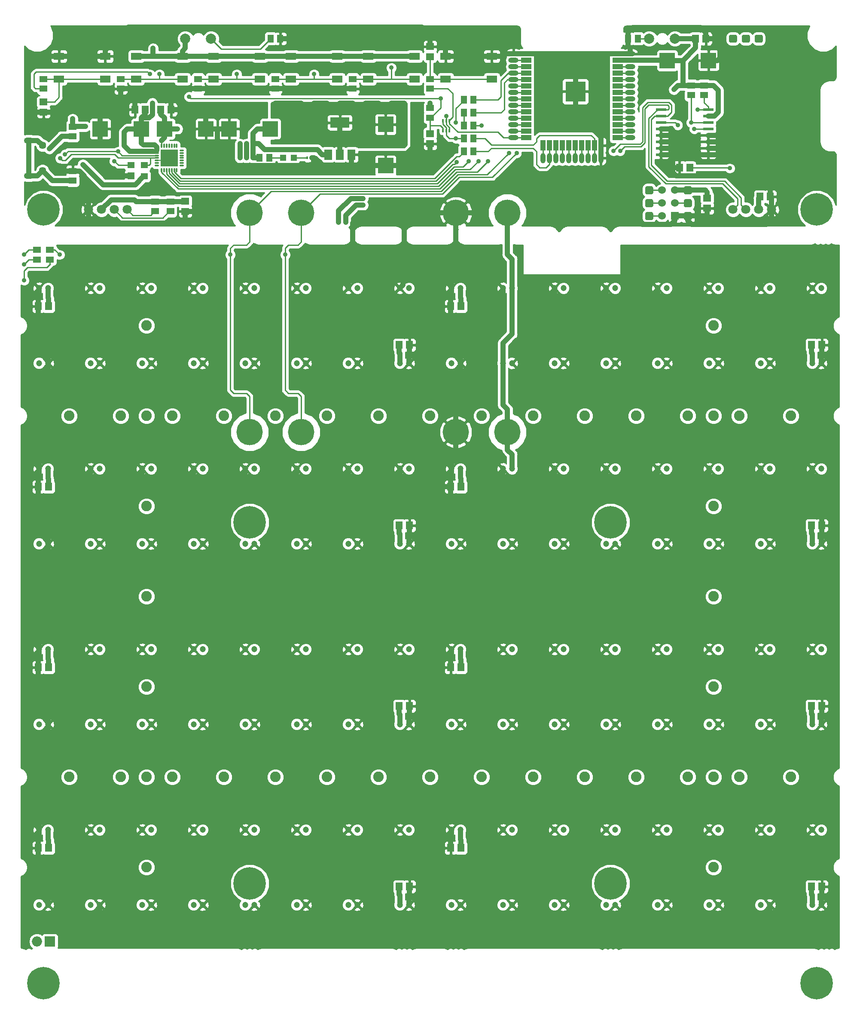
<source format=gbl>
G04 #@! TF.GenerationSoftware,KiCad,Pcbnew,5.0.0-rc2-unknown-d03e92a~65~ubuntu16.04.1*
G04 #@! TF.CreationDate,2018-06-02T21:30:31+05:30*
G04 #@! TF.ProjectId,ClockIOT,436C6F636B494F542E6B696361645F70,rev 1*
G04 #@! TF.SameCoordinates,PX2fd7508PY2fd7508*
G04 #@! TF.FileFunction,Copper,L2,Bot,Signal*
G04 #@! TF.FilePolarity,Positive*
%FSLAX46Y46*%
G04 Gerber Fmt 4.6, Leading zero omitted, Abs format (unit mm)*
G04 Created by KiCad (PCBNEW 5.0.0-rc2-unknown-d03e92a~65~ubuntu16.04.1) date Sat Jun  2 21:30:31 2018*
%MOMM*%
%LPD*%
G01*
G04 APERTURE LIST*
G04 #@! TA.AperFunction,SMDPad,CuDef*
%ADD10R,1.498600X1.300480*%
G04 #@! TD*
G04 #@! TA.AperFunction,ComponentPad*
%ADD11C,2.000000*%
G04 #@! TD*
G04 #@! TA.AperFunction,SMDPad,CuDef*
%ADD12R,2.100000X1.400000*%
G04 #@! TD*
G04 #@! TA.AperFunction,SMDPad,CuDef*
%ADD13R,3.048000X3.048000*%
G04 #@! TD*
G04 #@! TA.AperFunction,SMDPad,CuDef*
%ADD14R,1.400000X1.200000*%
G04 #@! TD*
G04 #@! TA.AperFunction,SMDPad,CuDef*
%ADD15R,1.400000X1.400000*%
G04 #@! TD*
G04 #@! TA.AperFunction,ComponentPad*
%ADD16C,1.450000*%
G04 #@! TD*
G04 #@! TA.AperFunction,ComponentPad*
%ADD17O,1.900000X1.200000*%
G04 #@! TD*
G04 #@! TA.AperFunction,ComponentPad*
%ADD18C,0.800000*%
G04 #@! TD*
G04 #@! TA.AperFunction,ComponentPad*
%ADD19C,6.400000*%
G04 #@! TD*
G04 #@! TA.AperFunction,SMDPad,CuDef*
%ADD20O,0.850000X0.300000*%
G04 #@! TD*
G04 #@! TA.AperFunction,SMDPad,CuDef*
%ADD21O,0.300000X0.850000*%
G04 #@! TD*
G04 #@! TA.AperFunction,SMDPad,CuDef*
%ADD22R,1.675000X1.675000*%
G04 #@! TD*
G04 #@! TA.AperFunction,SMDPad,CuDef*
%ADD23R,1.550000X1.350000*%
G04 #@! TD*
G04 #@! TA.AperFunction,SMDPad,CuDef*
%ADD24R,1.350000X1.550000*%
G04 #@! TD*
G04 #@! TA.AperFunction,SMDPad,CuDef*
%ADD25R,1.500000X2.000000*%
G04 #@! TD*
G04 #@! TA.AperFunction,SMDPad,CuDef*
%ADD26R,3.800000X2.000000*%
G04 #@! TD*
G04 #@! TA.AperFunction,SMDPad,CuDef*
%ADD27R,1.300480X1.498600*%
G04 #@! TD*
G04 #@! TA.AperFunction,SMDPad,CuDef*
%ADD28R,0.400000X0.650000*%
G04 #@! TD*
G04 #@! TA.AperFunction,Conductor*
%ADD29C,0.127000*%
G04 #@! TD*
G04 #@! TA.AperFunction,ComponentPad*
%ADD30C,1.600000*%
G04 #@! TD*
G04 #@! TA.AperFunction,SMDPad,CuDef*
%ADD31R,1.998980X0.599440*%
G04 #@! TD*
G04 #@! TA.AperFunction,ComponentPad*
%ADD32C,5.200000*%
G04 #@! TD*
G04 #@! TA.AperFunction,ComponentPad*
%ADD33C,1.524000*%
G04 #@! TD*
G04 #@! TA.AperFunction,ComponentPad*
%ADD34R,1.524000X1.524000*%
G04 #@! TD*
G04 #@! TA.AperFunction,ComponentPad*
%ADD35C,1.800000*%
G04 #@! TD*
G04 #@! TA.AperFunction,SMDPad,CuDef*
%ADD36R,0.400000X0.600000*%
G04 #@! TD*
G04 #@! TA.AperFunction,ComponentPad*
%ADD37O,1.000000X2.000000*%
G04 #@! TD*
G04 #@! TA.AperFunction,ComponentPad*
%ADD38O,2.000000X1.000000*%
G04 #@! TD*
G04 #@! TA.AperFunction,SMDPad,CuDef*
%ADD39R,4.000000X4.000000*%
G04 #@! TD*
G04 #@! TA.AperFunction,SMDPad,CuDef*
%ADD40R,2.000000X1.000000*%
G04 #@! TD*
G04 #@! TA.AperFunction,SMDPad,CuDef*
%ADD41R,1.000000X2.000000*%
G04 #@! TD*
G04 #@! TA.AperFunction,SMDPad,CuDef*
%ADD42R,1.198880X1.198880*%
G04 #@! TD*
G04 #@! TA.AperFunction,ComponentPad*
%ADD43R,2.000000X2.000000*%
G04 #@! TD*
G04 #@! TA.AperFunction,ComponentPad*
%ADD44O,2.000000X2.000000*%
G04 #@! TD*
G04 #@! TA.AperFunction,ComponentPad*
%ADD45C,1.200000*%
G04 #@! TD*
G04 #@! TA.AperFunction,WasherPad*
%ADD46C,2.082800*%
G04 #@! TD*
G04 #@! TA.AperFunction,ViaPad*
%ADD47C,0.900000*%
G04 #@! TD*
G04 #@! TA.AperFunction,Conductor*
%ADD48C,1.016000*%
G04 #@! TD*
G04 #@! TA.AperFunction,Conductor*
%ADD49C,0.152400*%
G04 #@! TD*
G04 #@! TA.AperFunction,Conductor*
%ADD50C,0.254000*%
G04 #@! TD*
G04 APERTURE END LIST*
D10*
G04 #@! TO.P,L2,1*
G04 #@! TO.N,Net-(L2-Pad1)*
X10835000Y-31787500D03*
G04 #@! TO.P,L2,2*
G04 #@! TO.N,GND*
X10835000Y-29882500D03*
G04 #@! TD*
D11*
G04 #@! TO.P,LDR1,1*
G04 #@! TO.N,/3V3*
X33020000Y-3810000D03*
G04 #@! TO.P,LDR1,2*
G04 #@! TO.N,/LDR1*
X38100000Y-3810000D03*
G04 #@! TD*
G04 #@! TO.P,LDR2,1*
G04 #@! TO.N,/3V3*
X129540000Y-3810000D03*
G04 #@! TO.P,LDR2,2*
G04 #@! TO.N,/LDR2*
X124460000Y-3810000D03*
G04 #@! TD*
D12*
G04 #@! TO.P,S5,1*
G04 #@! TO.N,/3V3*
X38630000Y-7275000D03*
G04 #@! TO.P,S5,3*
X47730000Y-7275000D03*
G04 #@! TO.P,S5,4*
G04 #@! TO.N,/SW_D*
X47730000Y-11775000D03*
G04 #@! TO.P,S5,2*
X38630000Y-11775000D03*
G04 #@! TD*
D13*
G04 #@! TO.P,C17,2*
G04 #@! TO.N,GND*
X41656000Y-21590000D03*
G04 #@! TO.P,C17,1*
G04 #@! TO.N,/5V*
X49784000Y-21590000D03*
G04 #@! TD*
D14*
G04 #@! TO.P,D1,4*
G04 #@! TO.N,Net-(D1-Pad4)*
X24922000Y-30945000D03*
G04 #@! TO.P,D1,3*
G04 #@! TO.N,/esp_pwr_uart/USB_D+*
X24922000Y-28745000D03*
G04 #@! TO.P,D1,2*
G04 #@! TO.N,/esp_pwr_uart/USB_D-*
X22322000Y-28745000D03*
D15*
G04 #@! TO.P,D1,1*
G04 #@! TO.N,GND*
X22322000Y-30845000D03*
G04 #@! TD*
D16*
G04 #@! TO.P,P1,6*
G04 #@! TO.N,Net-(L2-Pad1)*
X4885000Y-24835000D03*
X4885000Y-29835000D03*
D17*
X2185000Y-23835000D03*
X2185000Y-30835000D03*
G04 #@! TD*
D18*
G04 #@! TO.P,HB47,1*
G04 #@! TO.N,N/C*
X6777056Y-35767944D03*
X5080000Y-35065000D03*
X3382944Y-35767944D03*
X2680000Y-37465000D03*
X3382944Y-39162056D03*
X5080000Y-39865000D03*
X6777056Y-39162056D03*
X7480000Y-37465000D03*
D19*
X5080000Y-37465000D03*
G04 #@! TD*
D12*
G04 #@! TO.P,S6,1*
G04 #@! TO.N,/3V3*
X23390000Y-7275000D03*
G04 #@! TO.P,S6,3*
X32490000Y-7275000D03*
G04 #@! TO.P,S6,4*
G04 #@! TO.N,/SW_M*
X32490000Y-11775000D03*
G04 #@! TO.P,S6,2*
X23390000Y-11775000D03*
G04 #@! TD*
D13*
G04 #@! TO.P,C27,2*
G04 #@! TO.N,GND*
X136144000Y-8128000D03*
G04 #@! TO.P,C27,1*
G04 #@! TO.N,/3V3*
X128016000Y-8128000D03*
G04 #@! TD*
D18*
G04 #@! TO.P,U132,29*
G04 #@! TO.N,GND*
X29845000Y-27305000D03*
X29210000Y-26670000D03*
X30480000Y-26670000D03*
X30480000Y-27940000D03*
X29210000Y-27940000D03*
D20*
G04 #@! TO.P,U132,1*
G04 #@! TO.N,N/C*
X27395000Y-28805000D03*
G04 #@! TO.P,U132,2*
X27395000Y-28305000D03*
G04 #@! TO.P,U132,3*
G04 #@! TO.N,GND*
X27395000Y-27805000D03*
G04 #@! TO.P,U132,4*
G04 #@! TO.N,/esp_pwr_uart/USB_D+*
X27395000Y-27305000D03*
G04 #@! TO.P,U132,5*
G04 #@! TO.N,/esp_pwr_uart/USB_D-*
X27395000Y-26805000D03*
G04 #@! TO.P,U132,6*
G04 #@! TO.N,/3V3*
X27395000Y-26305000D03*
G04 #@! TO.P,U132,7*
X27395000Y-25805000D03*
D21*
G04 #@! TO.P,U132,8*
G04 #@! TO.N,/5V*
X28345000Y-24855000D03*
G04 #@! TO.P,U132,9*
G04 #@! TO.N,N/C*
X28845000Y-24855000D03*
G04 #@! TO.P,U132,10*
X29345000Y-24855000D03*
G04 #@! TO.P,U132,11*
X29845000Y-24855000D03*
G04 #@! TO.P,U132,12*
X30345000Y-24855000D03*
G04 #@! TO.P,U132,13*
X30845000Y-24855000D03*
G04 #@! TO.P,U132,14*
X31345000Y-24855000D03*
D20*
G04 #@! TO.P,U132,15*
X32295000Y-25805000D03*
G04 #@! TO.P,U132,16*
X32295000Y-26305000D03*
G04 #@! TO.P,U132,17*
X32295000Y-26805000D03*
G04 #@! TO.P,U132,18*
X32295000Y-27305000D03*
G04 #@! TO.P,U132,19*
X32295000Y-27805000D03*
G04 #@! TO.P,U132,20*
X32295000Y-28305000D03*
G04 #@! TO.P,U132,21*
X32295000Y-28805000D03*
D21*
G04 #@! TO.P,U132,22*
X31345000Y-29755000D03*
G04 #@! TO.P,U132,23*
G04 #@! TO.N,/esp_pwr_uart/CTS*
X30845000Y-29755000D03*
G04 #@! TO.P,U132,24*
G04 #@! TO.N,/esp_pwr_uart/RTS*
X30345000Y-29755000D03*
G04 #@! TO.P,U132,25*
G04 #@! TO.N,/esp_pwr_uart/RXD*
X29845000Y-29755000D03*
G04 #@! TO.P,U132,26*
G04 #@! TO.N,Net-(R22-Pad2)*
X29345000Y-29755000D03*
G04 #@! TO.P,U132,27*
G04 #@! TO.N,N/C*
X28845000Y-29755000D03*
G04 #@! TO.P,U132,28*
G04 #@! TO.N,/DTR*
X28345000Y-29755000D03*
D22*
G04 #@! TO.P,U132,29*
G04 #@! TO.N,GND*
X30682500Y-26467500D03*
X30682500Y-28142500D03*
X29007500Y-26467500D03*
X29007500Y-28142500D03*
G04 #@! TD*
D10*
G04 #@! TO.P,R25,1*
G04 #@! TO.N,/SW_M*
X20320000Y-11747500D03*
G04 #@! TO.P,R25,2*
G04 #@! TO.N,GND*
X20320000Y-13652500D03*
G04 #@! TD*
G04 #@! TO.P,R24,1*
G04 #@! TO.N,/SW_D*
X35560000Y-11747500D03*
G04 #@! TO.P,R24,2*
G04 #@! TO.N,GND*
X35560000Y-13652500D03*
G04 #@! TD*
D23*
G04 #@! TO.P,C31,2*
G04 #@! TO.N,GND*
X33020000Y-37830000D03*
G04 #@! TO.P,C31,1*
G04 #@! TO.N,/3V3*
X33020000Y-35830000D03*
G04 #@! TD*
D12*
G04 #@! TO.P,S4,1*
G04 #@! TO.N,Net-(C21-Pad1)*
X93450000Y-11775000D03*
G04 #@! TO.P,S4,3*
X84350000Y-11775000D03*
G04 #@! TO.P,S4,4*
G04 #@! TO.N,GND*
X84350000Y-7275000D03*
G04 #@! TO.P,S4,2*
X93450000Y-7275000D03*
G04 #@! TD*
D13*
G04 #@! TO.P,C18,2*
G04 #@! TO.N,GND*
X72517000Y-28829000D03*
G04 #@! TO.P,C18,1*
G04 #@! TO.N,/3V3*
X72517000Y-20701000D03*
G04 #@! TD*
D24*
G04 #@! TO.P,C22,1*
G04 #@! TO.N,/rtc_ds3231/BAT*
X132445000Y-29210000D03*
G04 #@! TO.P,C22,2*
G04 #@! TO.N,GND*
X130445000Y-29210000D03*
G04 #@! TD*
D10*
G04 #@! TO.P,R11,1*
G04 #@! TO.N,/SW_I*
X50800000Y-11747500D03*
G04 #@! TO.P,R11,2*
G04 #@! TO.N,GND*
X50800000Y-13652500D03*
G04 #@! TD*
G04 #@! TO.P,R10,1*
G04 #@! TO.N,/SW_E*
X66040000Y-11747500D03*
G04 #@! TO.P,R10,2*
G04 #@! TO.N,GND*
X66040000Y-13652500D03*
G04 #@! TD*
G04 #@! TO.P,R9,1*
G04 #@! TO.N,/3V3*
X30085000Y-35882500D03*
G04 #@! TO.P,R9,2*
G04 #@! TO.N,/SDA*
X30085000Y-37787500D03*
G04 #@! TD*
D25*
G04 #@! TO.P,U131,1*
G04 #@! TO.N,GND*
X65800000Y-26645000D03*
G04 #@! TO.P,U131,3*
G04 #@! TO.N,/5V*
X61200000Y-26645000D03*
G04 #@! TO.P,U131,2*
G04 #@! TO.N,/3V3*
X63500000Y-26645000D03*
D26*
X63500000Y-20345000D03*
G04 #@! TD*
D27*
G04 #@! TO.P,R23,1*
G04 #@! TO.N,/RXD0*
X89852500Y-18415000D03*
G04 #@! TO.P,R23,2*
G04 #@! TO.N,/esp_pwr_uart/TXD*
X87947500Y-18415000D03*
G04 #@! TD*
G04 #@! TO.P,R22,1*
G04 #@! TO.N,/esp_pwr_uart/TXD*
X87947500Y-20955000D03*
G04 #@! TO.P,R22,2*
G04 #@! TO.N,Net-(R22-Pad2)*
X89852500Y-20955000D03*
G04 #@! TD*
G04 #@! TO.P,R20,1*
G04 #@! TO.N,/IO13*
X89852500Y-23495000D03*
G04 #@! TO.P,R20,2*
G04 #@! TO.N,/esp_pwr_uart/RTS*
X87947500Y-23495000D03*
G04 #@! TD*
G04 #@! TO.P,R19,1*
G04 #@! TO.N,/IO15*
X89852500Y-26035000D03*
G04 #@! TO.P,R19,2*
G04 #@! TO.N,/esp_pwr_uart/CTS*
X87947500Y-26035000D03*
G04 #@! TD*
D10*
G04 #@! TO.P,R18,1*
G04 #@! TO.N,/IO0*
X81280000Y-13652500D03*
G04 #@! TO.P,R18,2*
G04 #@! TO.N,Net-(C21-Pad1)*
X81280000Y-11747500D03*
G04 #@! TD*
G04 #@! TO.P,R16,1*
G04 #@! TO.N,/EN*
X5080000Y-13652500D03*
G04 #@! TO.P,R16,2*
G04 #@! TO.N,Net-(C20-Pad1)*
X5080000Y-11747500D03*
G04 #@! TD*
D27*
G04 #@! TO.P,R4,1*
G04 #@! TO.N,/5V*
X47688500Y-27305000D03*
G04 #@! TO.P,R4,2*
G04 #@! TO.N,Net-(D2-Pad1)*
X49593500Y-27305000D03*
G04 #@! TD*
D10*
G04 #@! TO.P,R3,1*
G04 #@! TO.N,/3V3*
X81280000Y-17462500D03*
G04 #@! TO.P,R3,2*
G04 #@! TO.N,/EN*
X81280000Y-19367500D03*
G04 #@! TD*
D28*
G04 #@! TO.P,Q1,6*
G04 #@! TO.N,/EN*
X83805000Y-21905000D03*
G04 #@! TO.P,Q1,4*
G04 #@! TO.N,/DTR*
X85105000Y-21905000D03*
G04 #@! TO.P,Q1,2*
X84455000Y-20005000D03*
G04 #@! TO.P,Q1,5*
G04 #@! TO.N,/esp_pwr_uart/RTS*
X84455000Y-21905000D03*
G04 #@! TO.P,Q1,3*
G04 #@! TO.N,/IO0*
X85105000Y-20005000D03*
G04 #@! TO.P,Q1,1*
G04 #@! TO.N,/esp_pwr_uart/RTS*
X83805000Y-20005000D03*
G04 #@! TD*
D24*
G04 #@! TO.P,C28,1*
G04 #@! TO.N,/3V3*
X133620000Y-3810000D03*
G04 #@! TO.P,C28,2*
G04 #@! TO.N,GND*
X135620000Y-3810000D03*
G04 #@! TD*
G04 #@! TO.P,C26,1*
G04 #@! TO.N,/5V*
X28210000Y-17780000D03*
G04 #@! TO.P,C26,2*
G04 #@! TO.N,GND*
X30210000Y-17780000D03*
G04 #@! TD*
D13*
G04 #@! TO.P,C25,2*
G04 #@! TO.N,GND*
X37084000Y-21590000D03*
G04 #@! TO.P,C25,1*
G04 #@! TO.N,/5V*
X28956000Y-21590000D03*
G04 #@! TD*
D24*
G04 #@! TO.P,C24,1*
G04 #@! TO.N,/3V3*
X25130000Y-17780000D03*
G04 #@! TO.P,C24,2*
G04 #@! TO.N,GND*
X23130000Y-17780000D03*
G04 #@! TD*
D13*
G04 #@! TO.P,C23,2*
G04 #@! TO.N,GND*
X16256000Y-21590000D03*
G04 #@! TO.P,C23,1*
G04 #@! TO.N,/3V3*
X24384000Y-21590000D03*
G04 #@! TD*
D23*
G04 #@! TO.P,C21,1*
G04 #@! TO.N,Net-(C21-Pad1)*
X81280000Y-7350000D03*
G04 #@! TO.P,C21,2*
G04 #@! TO.N,GND*
X81280000Y-5350000D03*
G04 #@! TD*
G04 #@! TO.P,C20,1*
G04 #@! TO.N,Net-(C20-Pad1)*
X5080000Y-16272000D03*
G04 #@! TO.P,C20,2*
G04 #@! TO.N,GND*
X5080000Y-18272000D03*
G04 #@! TD*
D10*
G04 #@! TO.P,R8,1*
G04 #@! TO.N,/3V3*
X27085000Y-35882500D03*
G04 #@! TO.P,R8,2*
G04 #@! TO.N,/SCL*
X27085000Y-37787500D03*
G04 #@! TD*
G04 #@! TO.P,R7,1*
G04 #@! TO.N,/3V3*
X135255000Y-13017500D03*
G04 #@! TO.P,R7,2*
G04 #@! TO.N,/rtc_ds3231/32kHz*
X135255000Y-14922500D03*
G04 #@! TD*
G04 #@! TO.P,R6,1*
G04 #@! TO.N,/3V3*
X132715000Y-13017500D03*
G04 #@! TO.P,R6,2*
G04 #@! TO.N,/rtc_ds3231/SQR*
X132715000Y-14922500D03*
G04 #@! TD*
D29*
G04 #@! TO.N,/rtc_ds3231/RESET*
G04 #@! TO.C,TP1*
G36*
X141409207Y-3011926D02*
X141448036Y-3017686D01*
X141486114Y-3027224D01*
X141523073Y-3040448D01*
X141558559Y-3057231D01*
X141592228Y-3077412D01*
X141623757Y-3100796D01*
X141652843Y-3127157D01*
X141679204Y-3156243D01*
X141702588Y-3187772D01*
X141722769Y-3221441D01*
X141739552Y-3256927D01*
X141752776Y-3293886D01*
X141762314Y-3331964D01*
X141768074Y-3370793D01*
X141770000Y-3410000D01*
X141770000Y-4210000D01*
X141768074Y-4249207D01*
X141762314Y-4288036D01*
X141752776Y-4326114D01*
X141739552Y-4363073D01*
X141722769Y-4398559D01*
X141702588Y-4432228D01*
X141679204Y-4463757D01*
X141652843Y-4492843D01*
X141623757Y-4519204D01*
X141592228Y-4542588D01*
X141558559Y-4562769D01*
X141523073Y-4579552D01*
X141486114Y-4592776D01*
X141448036Y-4602314D01*
X141409207Y-4608074D01*
X141370000Y-4610000D01*
X140570000Y-4610000D01*
X140530793Y-4608074D01*
X140491964Y-4602314D01*
X140453886Y-4592776D01*
X140416927Y-4579552D01*
X140381441Y-4562769D01*
X140347772Y-4542588D01*
X140316243Y-4519204D01*
X140287157Y-4492843D01*
X140260796Y-4463757D01*
X140237412Y-4432228D01*
X140217231Y-4398559D01*
X140200448Y-4363073D01*
X140187224Y-4326114D01*
X140177686Y-4288036D01*
X140171926Y-4249207D01*
X140170000Y-4210000D01*
X140170000Y-3410000D01*
X140171926Y-3370793D01*
X140177686Y-3331964D01*
X140187224Y-3293886D01*
X140200448Y-3256927D01*
X140217231Y-3221441D01*
X140237412Y-3187772D01*
X140260796Y-3156243D01*
X140287157Y-3127157D01*
X140316243Y-3100796D01*
X140347772Y-3077412D01*
X140381441Y-3057231D01*
X140416927Y-3040448D01*
X140453886Y-3027224D01*
X140491964Y-3017686D01*
X140530793Y-3011926D01*
X140570000Y-3010000D01*
X141370000Y-3010000D01*
X141409207Y-3011926D01*
X141409207Y-3011926D01*
G37*
D30*
G04 #@! TD*
G04 #@! TO.P,TP1,1*
G04 #@! TO.N,/rtc_ds3231/RESET*
X140970000Y-3810000D03*
D12*
G04 #@! TO.P,S2,1*
G04 #@! TO.N,/3V3*
X53870000Y-7275000D03*
G04 #@! TO.P,S2,3*
X62970000Y-7275000D03*
G04 #@! TO.P,S2,4*
G04 #@! TO.N,/SW_I*
X62970000Y-11775000D03*
G04 #@! TO.P,S2,2*
X53870000Y-11775000D03*
G04 #@! TD*
D18*
G04 #@! TO.P,HB48,1*
G04 #@! TO.N,N/C*
X159177056Y-35767944D03*
X157480000Y-35065000D03*
X155782944Y-35767944D03*
X155080000Y-37465000D03*
X155782944Y-39162056D03*
X157480000Y-39865000D03*
X159177056Y-39162056D03*
X159880000Y-37465000D03*
D19*
X157480000Y-37465000D03*
G04 #@! TD*
D31*
G04 #@! TO.P,U130,16*
G04 #@! TO.N,/SCL*
X126794260Y-17780000D03*
G04 #@! TO.P,U130,15*
G04 #@! TO.N,/SDA*
X126794260Y-19050000D03*
G04 #@! TO.P,U130,14*
G04 #@! TO.N,/rtc_ds3231/BAT*
X126794260Y-20320000D03*
G04 #@! TO.P,U130,13*
G04 #@! TO.N,GND*
X126794260Y-21590000D03*
G04 #@! TO.P,U130,12*
X126794260Y-22860000D03*
G04 #@! TO.P,U130,11*
X126794260Y-24130000D03*
G04 #@! TO.P,U130,10*
X126794260Y-25400000D03*
G04 #@! TO.P,U130,9*
X126794260Y-26670000D03*
G04 #@! TO.P,U130,8*
X136095740Y-26670000D03*
G04 #@! TO.P,U130,7*
X136095740Y-25400000D03*
G04 #@! TO.P,U130,6*
X136095740Y-24130000D03*
G04 #@! TO.P,U130,5*
X136095740Y-22860000D03*
G04 #@! TO.P,U130,4*
G04 #@! TO.N,/rtc_ds3231/RESET*
X136095740Y-21590000D03*
G04 #@! TO.P,U130,3*
G04 #@! TO.N,/rtc_ds3231/SQR*
X136095740Y-20320000D03*
G04 #@! TO.P,U130,2*
G04 #@! TO.N,/3V3*
X136095740Y-19050000D03*
G04 #@! TO.P,U130,1*
G04 #@! TO.N,/rtc_ds3231/32kHz*
X136095740Y-17780000D03*
G04 #@! TD*
D12*
G04 #@! TO.P,S3,1*
G04 #@! TO.N,Net-(C20-Pad1)*
X17250000Y-11775000D03*
G04 #@! TO.P,S3,3*
X8150000Y-11775000D03*
G04 #@! TO.P,S3,4*
G04 #@! TO.N,GND*
X8150000Y-7275000D03*
G04 #@! TO.P,S3,2*
X17250000Y-7275000D03*
G04 #@! TD*
D32*
G04 #@! TO.P,J8,1*
G04 #@! TO.N,GND*
X86360000Y-38100000D03*
G04 #@! TD*
G04 #@! TO.P,J7,1*
G04 #@! TO.N,/5V*
X96520000Y-38100000D03*
G04 #@! TD*
D29*
G04 #@! TO.N,GND*
G04 #@! TO.C,J23*
G36*
X132519207Y-37936926D02*
X132558036Y-37942686D01*
X132596114Y-37952224D01*
X132633073Y-37965448D01*
X132668559Y-37982231D01*
X132702228Y-38002412D01*
X132733757Y-38025796D01*
X132762843Y-38052157D01*
X132789204Y-38081243D01*
X132812588Y-38112772D01*
X132832769Y-38146441D01*
X132849552Y-38181927D01*
X132862776Y-38218886D01*
X132872314Y-38256964D01*
X132878074Y-38295793D01*
X132880000Y-38335000D01*
X132880000Y-39135000D01*
X132878074Y-39174207D01*
X132872314Y-39213036D01*
X132862776Y-39251114D01*
X132849552Y-39288073D01*
X132832769Y-39323559D01*
X132812588Y-39357228D01*
X132789204Y-39388757D01*
X132762843Y-39417843D01*
X132733757Y-39444204D01*
X132702228Y-39467588D01*
X132668559Y-39487769D01*
X132633073Y-39504552D01*
X132596114Y-39517776D01*
X132558036Y-39527314D01*
X132519207Y-39533074D01*
X132480000Y-39535000D01*
X131680000Y-39535000D01*
X131640793Y-39533074D01*
X131601964Y-39527314D01*
X131563886Y-39517776D01*
X131526927Y-39504552D01*
X131491441Y-39487769D01*
X131457772Y-39467588D01*
X131426243Y-39444204D01*
X131397157Y-39417843D01*
X131370796Y-39388757D01*
X131347412Y-39357228D01*
X131327231Y-39323559D01*
X131310448Y-39288073D01*
X131297224Y-39251114D01*
X131287686Y-39213036D01*
X131281926Y-39174207D01*
X131280000Y-39135000D01*
X131280000Y-38335000D01*
X131281926Y-38295793D01*
X131287686Y-38256964D01*
X131297224Y-38218886D01*
X131310448Y-38181927D01*
X131327231Y-38146441D01*
X131347412Y-38112772D01*
X131370796Y-38081243D01*
X131397157Y-38052157D01*
X131426243Y-38025796D01*
X131457772Y-38002412D01*
X131491441Y-37982231D01*
X131526927Y-37965448D01*
X131563886Y-37952224D01*
X131601964Y-37942686D01*
X131640793Y-37936926D01*
X131680000Y-37935000D01*
X132480000Y-37935000D01*
X132519207Y-37936926D01*
X132519207Y-37936926D01*
G37*
D30*
G04 #@! TD*
G04 #@! TO.P,J23,1*
G04 #@! TO.N,GND*
X132080000Y-38735000D03*
D29*
G04 #@! TO.N,/RST*
G04 #@! TO.C,J22*
G36*
X124899207Y-37936926D02*
X124938036Y-37942686D01*
X124976114Y-37952224D01*
X125013073Y-37965448D01*
X125048559Y-37982231D01*
X125082228Y-38002412D01*
X125113757Y-38025796D01*
X125142843Y-38052157D01*
X125169204Y-38081243D01*
X125192588Y-38112772D01*
X125212769Y-38146441D01*
X125229552Y-38181927D01*
X125242776Y-38218886D01*
X125252314Y-38256964D01*
X125258074Y-38295793D01*
X125260000Y-38335000D01*
X125260000Y-39135000D01*
X125258074Y-39174207D01*
X125252314Y-39213036D01*
X125242776Y-39251114D01*
X125229552Y-39288073D01*
X125212769Y-39323559D01*
X125192588Y-39357228D01*
X125169204Y-39388757D01*
X125142843Y-39417843D01*
X125113757Y-39444204D01*
X125082228Y-39467588D01*
X125048559Y-39487769D01*
X125013073Y-39504552D01*
X124976114Y-39517776D01*
X124938036Y-39527314D01*
X124899207Y-39533074D01*
X124860000Y-39535000D01*
X124060000Y-39535000D01*
X124020793Y-39533074D01*
X123981964Y-39527314D01*
X123943886Y-39517776D01*
X123906927Y-39504552D01*
X123871441Y-39487769D01*
X123837772Y-39467588D01*
X123806243Y-39444204D01*
X123777157Y-39417843D01*
X123750796Y-39388757D01*
X123727412Y-39357228D01*
X123707231Y-39323559D01*
X123690448Y-39288073D01*
X123677224Y-39251114D01*
X123667686Y-39213036D01*
X123661926Y-39174207D01*
X123660000Y-39135000D01*
X123660000Y-38335000D01*
X123661926Y-38295793D01*
X123667686Y-38256964D01*
X123677224Y-38218886D01*
X123690448Y-38181927D01*
X123707231Y-38146441D01*
X123727412Y-38112772D01*
X123750796Y-38081243D01*
X123777157Y-38052157D01*
X123806243Y-38025796D01*
X123837772Y-38002412D01*
X123871441Y-37982231D01*
X123906927Y-37965448D01*
X123943886Y-37952224D01*
X123981964Y-37942686D01*
X124020793Y-37936926D01*
X124060000Y-37935000D01*
X124860000Y-37935000D01*
X124899207Y-37936926D01*
X124899207Y-37936926D01*
G37*
D30*
G04 #@! TD*
G04 #@! TO.P,J22,1*
G04 #@! TO.N,/RST*
X124460000Y-38735000D03*
D29*
G04 #@! TO.N,/MOSI*
G04 #@! TO.C,J21*
G36*
X132519207Y-35396926D02*
X132558036Y-35402686D01*
X132596114Y-35412224D01*
X132633073Y-35425448D01*
X132668559Y-35442231D01*
X132702228Y-35462412D01*
X132733757Y-35485796D01*
X132762843Y-35512157D01*
X132789204Y-35541243D01*
X132812588Y-35572772D01*
X132832769Y-35606441D01*
X132849552Y-35641927D01*
X132862776Y-35678886D01*
X132872314Y-35716964D01*
X132878074Y-35755793D01*
X132880000Y-35795000D01*
X132880000Y-36595000D01*
X132878074Y-36634207D01*
X132872314Y-36673036D01*
X132862776Y-36711114D01*
X132849552Y-36748073D01*
X132832769Y-36783559D01*
X132812588Y-36817228D01*
X132789204Y-36848757D01*
X132762843Y-36877843D01*
X132733757Y-36904204D01*
X132702228Y-36927588D01*
X132668559Y-36947769D01*
X132633073Y-36964552D01*
X132596114Y-36977776D01*
X132558036Y-36987314D01*
X132519207Y-36993074D01*
X132480000Y-36995000D01*
X131680000Y-36995000D01*
X131640793Y-36993074D01*
X131601964Y-36987314D01*
X131563886Y-36977776D01*
X131526927Y-36964552D01*
X131491441Y-36947769D01*
X131457772Y-36927588D01*
X131426243Y-36904204D01*
X131397157Y-36877843D01*
X131370796Y-36848757D01*
X131347412Y-36817228D01*
X131327231Y-36783559D01*
X131310448Y-36748073D01*
X131297224Y-36711114D01*
X131287686Y-36673036D01*
X131281926Y-36634207D01*
X131280000Y-36595000D01*
X131280000Y-35795000D01*
X131281926Y-35755793D01*
X131287686Y-35716964D01*
X131297224Y-35678886D01*
X131310448Y-35641927D01*
X131327231Y-35606441D01*
X131347412Y-35572772D01*
X131370796Y-35541243D01*
X131397157Y-35512157D01*
X131426243Y-35485796D01*
X131457772Y-35462412D01*
X131491441Y-35442231D01*
X131526927Y-35425448D01*
X131563886Y-35412224D01*
X131601964Y-35402686D01*
X131640793Y-35396926D01*
X131680000Y-35395000D01*
X132480000Y-35395000D01*
X132519207Y-35396926D01*
X132519207Y-35396926D01*
G37*
D30*
G04 #@! TD*
G04 #@! TO.P,J21,1*
G04 #@! TO.N,/MOSI*
X132080000Y-36195000D03*
D33*
G04 #@! TO.P,J20,2*
G04 #@! TO.N,/3V3*
X129540000Y-33655000D03*
G04 #@! TO.P,J20,1*
G04 #@! TO.N,/MISO*
X127000000Y-33655000D03*
G04 #@! TO.P,J20,4*
G04 #@! TO.N,/MOSI*
X129540000Y-36195000D03*
G04 #@! TO.P,J20,3*
G04 #@! TO.N,/SCK*
X127000000Y-36195000D03*
D34*
G04 #@! TO.P,J20,6*
G04 #@! TO.N,GND*
X129540000Y-38735000D03*
D33*
G04 #@! TO.P,J20,5*
G04 #@! TO.N,/RST*
X127000000Y-38735000D03*
G04 #@! TD*
D29*
G04 #@! TO.N,/SCK*
G04 #@! TO.C,J19*
G36*
X124899207Y-35396926D02*
X124938036Y-35402686D01*
X124976114Y-35412224D01*
X125013073Y-35425448D01*
X125048559Y-35442231D01*
X125082228Y-35462412D01*
X125113757Y-35485796D01*
X125142843Y-35512157D01*
X125169204Y-35541243D01*
X125192588Y-35572772D01*
X125212769Y-35606441D01*
X125229552Y-35641927D01*
X125242776Y-35678886D01*
X125252314Y-35716964D01*
X125258074Y-35755793D01*
X125260000Y-35795000D01*
X125260000Y-36595000D01*
X125258074Y-36634207D01*
X125252314Y-36673036D01*
X125242776Y-36711114D01*
X125229552Y-36748073D01*
X125212769Y-36783559D01*
X125192588Y-36817228D01*
X125169204Y-36848757D01*
X125142843Y-36877843D01*
X125113757Y-36904204D01*
X125082228Y-36927588D01*
X125048559Y-36947769D01*
X125013073Y-36964552D01*
X124976114Y-36977776D01*
X124938036Y-36987314D01*
X124899207Y-36993074D01*
X124860000Y-36995000D01*
X124060000Y-36995000D01*
X124020793Y-36993074D01*
X123981964Y-36987314D01*
X123943886Y-36977776D01*
X123906927Y-36964552D01*
X123871441Y-36947769D01*
X123837772Y-36927588D01*
X123806243Y-36904204D01*
X123777157Y-36877843D01*
X123750796Y-36848757D01*
X123727412Y-36817228D01*
X123707231Y-36783559D01*
X123690448Y-36748073D01*
X123677224Y-36711114D01*
X123667686Y-36673036D01*
X123661926Y-36634207D01*
X123660000Y-36595000D01*
X123660000Y-35795000D01*
X123661926Y-35755793D01*
X123667686Y-35716964D01*
X123677224Y-35678886D01*
X123690448Y-35641927D01*
X123707231Y-35606441D01*
X123727412Y-35572772D01*
X123750796Y-35541243D01*
X123777157Y-35512157D01*
X123806243Y-35485796D01*
X123837772Y-35462412D01*
X123871441Y-35442231D01*
X123906927Y-35425448D01*
X123943886Y-35412224D01*
X123981964Y-35402686D01*
X124020793Y-35396926D01*
X124060000Y-35395000D01*
X124860000Y-35395000D01*
X124899207Y-35396926D01*
X124899207Y-35396926D01*
G37*
D30*
G04 #@! TD*
G04 #@! TO.P,J19,1*
G04 #@! TO.N,/SCK*
X124460000Y-36195000D03*
D29*
G04 #@! TO.N,/3V3*
G04 #@! TO.C,J18*
G36*
X132519207Y-32856926D02*
X132558036Y-32862686D01*
X132596114Y-32872224D01*
X132633073Y-32885448D01*
X132668559Y-32902231D01*
X132702228Y-32922412D01*
X132733757Y-32945796D01*
X132762843Y-32972157D01*
X132789204Y-33001243D01*
X132812588Y-33032772D01*
X132832769Y-33066441D01*
X132849552Y-33101927D01*
X132862776Y-33138886D01*
X132872314Y-33176964D01*
X132878074Y-33215793D01*
X132880000Y-33255000D01*
X132880000Y-34055000D01*
X132878074Y-34094207D01*
X132872314Y-34133036D01*
X132862776Y-34171114D01*
X132849552Y-34208073D01*
X132832769Y-34243559D01*
X132812588Y-34277228D01*
X132789204Y-34308757D01*
X132762843Y-34337843D01*
X132733757Y-34364204D01*
X132702228Y-34387588D01*
X132668559Y-34407769D01*
X132633073Y-34424552D01*
X132596114Y-34437776D01*
X132558036Y-34447314D01*
X132519207Y-34453074D01*
X132480000Y-34455000D01*
X131680000Y-34455000D01*
X131640793Y-34453074D01*
X131601964Y-34447314D01*
X131563886Y-34437776D01*
X131526927Y-34424552D01*
X131491441Y-34407769D01*
X131457772Y-34387588D01*
X131426243Y-34364204D01*
X131397157Y-34337843D01*
X131370796Y-34308757D01*
X131347412Y-34277228D01*
X131327231Y-34243559D01*
X131310448Y-34208073D01*
X131297224Y-34171114D01*
X131287686Y-34133036D01*
X131281926Y-34094207D01*
X131280000Y-34055000D01*
X131280000Y-33255000D01*
X131281926Y-33215793D01*
X131287686Y-33176964D01*
X131297224Y-33138886D01*
X131310448Y-33101927D01*
X131327231Y-33066441D01*
X131347412Y-33032772D01*
X131370796Y-33001243D01*
X131397157Y-32972157D01*
X131426243Y-32945796D01*
X131457772Y-32922412D01*
X131491441Y-32902231D01*
X131526927Y-32885448D01*
X131563886Y-32872224D01*
X131601964Y-32862686D01*
X131640793Y-32856926D01*
X131680000Y-32855000D01*
X132480000Y-32855000D01*
X132519207Y-32856926D01*
X132519207Y-32856926D01*
G37*
D30*
G04 #@! TD*
G04 #@! TO.P,J18,1*
G04 #@! TO.N,/3V3*
X132080000Y-33655000D03*
D29*
G04 #@! TO.N,/MISO*
G04 #@! TO.C,J17*
G36*
X124899207Y-32856926D02*
X124938036Y-32862686D01*
X124976114Y-32872224D01*
X125013073Y-32885448D01*
X125048559Y-32902231D01*
X125082228Y-32922412D01*
X125113757Y-32945796D01*
X125142843Y-32972157D01*
X125169204Y-33001243D01*
X125192588Y-33032772D01*
X125212769Y-33066441D01*
X125229552Y-33101927D01*
X125242776Y-33138886D01*
X125252314Y-33176964D01*
X125258074Y-33215793D01*
X125260000Y-33255000D01*
X125260000Y-34055000D01*
X125258074Y-34094207D01*
X125252314Y-34133036D01*
X125242776Y-34171114D01*
X125229552Y-34208073D01*
X125212769Y-34243559D01*
X125192588Y-34277228D01*
X125169204Y-34308757D01*
X125142843Y-34337843D01*
X125113757Y-34364204D01*
X125082228Y-34387588D01*
X125048559Y-34407769D01*
X125013073Y-34424552D01*
X124976114Y-34437776D01*
X124938036Y-34447314D01*
X124899207Y-34453074D01*
X124860000Y-34455000D01*
X124060000Y-34455000D01*
X124020793Y-34453074D01*
X123981964Y-34447314D01*
X123943886Y-34437776D01*
X123906927Y-34424552D01*
X123871441Y-34407769D01*
X123837772Y-34387588D01*
X123806243Y-34364204D01*
X123777157Y-34337843D01*
X123750796Y-34308757D01*
X123727412Y-34277228D01*
X123707231Y-34243559D01*
X123690448Y-34208073D01*
X123677224Y-34171114D01*
X123667686Y-34133036D01*
X123661926Y-34094207D01*
X123660000Y-34055000D01*
X123660000Y-33255000D01*
X123661926Y-33215793D01*
X123667686Y-33176964D01*
X123677224Y-33138886D01*
X123690448Y-33101927D01*
X123707231Y-33066441D01*
X123727412Y-33032772D01*
X123750796Y-33001243D01*
X123777157Y-32972157D01*
X123806243Y-32945796D01*
X123837772Y-32922412D01*
X123871441Y-32902231D01*
X123906927Y-32885448D01*
X123943886Y-32872224D01*
X123981964Y-32862686D01*
X124020793Y-32856926D01*
X124060000Y-32855000D01*
X124860000Y-32855000D01*
X124899207Y-32856926D01*
X124899207Y-32856926D01*
G37*
D30*
G04 #@! TD*
G04 #@! TO.P,J17,1*
G04 #@! TO.N,/MISO*
X124460000Y-33655000D03*
D23*
G04 #@! TO.P,C29,2*
G04 #@! TO.N,GND*
X135890000Y-37195000D03*
G04 #@! TO.P,C29,1*
G04 #@! TO.N,/3V3*
X135890000Y-35195000D03*
G04 #@! TD*
D29*
G04 #@! TO.N,/rtc_ds3231/32kHz*
G04 #@! TO.C,TP3*
G36*
X146489207Y-3011926D02*
X146528036Y-3017686D01*
X146566114Y-3027224D01*
X146603073Y-3040448D01*
X146638559Y-3057231D01*
X146672228Y-3077412D01*
X146703757Y-3100796D01*
X146732843Y-3127157D01*
X146759204Y-3156243D01*
X146782588Y-3187772D01*
X146802769Y-3221441D01*
X146819552Y-3256927D01*
X146832776Y-3293886D01*
X146842314Y-3331964D01*
X146848074Y-3370793D01*
X146850000Y-3410000D01*
X146850000Y-4210000D01*
X146848074Y-4249207D01*
X146842314Y-4288036D01*
X146832776Y-4326114D01*
X146819552Y-4363073D01*
X146802769Y-4398559D01*
X146782588Y-4432228D01*
X146759204Y-4463757D01*
X146732843Y-4492843D01*
X146703757Y-4519204D01*
X146672228Y-4542588D01*
X146638559Y-4562769D01*
X146603073Y-4579552D01*
X146566114Y-4592776D01*
X146528036Y-4602314D01*
X146489207Y-4608074D01*
X146450000Y-4610000D01*
X145650000Y-4610000D01*
X145610793Y-4608074D01*
X145571964Y-4602314D01*
X145533886Y-4592776D01*
X145496927Y-4579552D01*
X145461441Y-4562769D01*
X145427772Y-4542588D01*
X145396243Y-4519204D01*
X145367157Y-4492843D01*
X145340796Y-4463757D01*
X145317412Y-4432228D01*
X145297231Y-4398559D01*
X145280448Y-4363073D01*
X145267224Y-4326114D01*
X145257686Y-4288036D01*
X145251926Y-4249207D01*
X145250000Y-4210000D01*
X145250000Y-3410000D01*
X145251926Y-3370793D01*
X145257686Y-3331964D01*
X145267224Y-3293886D01*
X145280448Y-3256927D01*
X145297231Y-3221441D01*
X145317412Y-3187772D01*
X145340796Y-3156243D01*
X145367157Y-3127157D01*
X145396243Y-3100796D01*
X145427772Y-3077412D01*
X145461441Y-3057231D01*
X145496927Y-3040448D01*
X145533886Y-3027224D01*
X145571964Y-3017686D01*
X145610793Y-3011926D01*
X145650000Y-3010000D01*
X146450000Y-3010000D01*
X146489207Y-3011926D01*
X146489207Y-3011926D01*
G37*
D30*
G04 #@! TD*
G04 #@! TO.P,TP3,1*
G04 #@! TO.N,/rtc_ds3231/32kHz*
X146050000Y-3810000D03*
D29*
G04 #@! TO.N,/rtc_ds3231/SQR*
G04 #@! TO.C,TP2*
G36*
X143949207Y-3011926D02*
X143988036Y-3017686D01*
X144026114Y-3027224D01*
X144063073Y-3040448D01*
X144098559Y-3057231D01*
X144132228Y-3077412D01*
X144163757Y-3100796D01*
X144192843Y-3127157D01*
X144219204Y-3156243D01*
X144242588Y-3187772D01*
X144262769Y-3221441D01*
X144279552Y-3256927D01*
X144292776Y-3293886D01*
X144302314Y-3331964D01*
X144308074Y-3370793D01*
X144310000Y-3410000D01*
X144310000Y-4210000D01*
X144308074Y-4249207D01*
X144302314Y-4288036D01*
X144292776Y-4326114D01*
X144279552Y-4363073D01*
X144262769Y-4398559D01*
X144242588Y-4432228D01*
X144219204Y-4463757D01*
X144192843Y-4492843D01*
X144163757Y-4519204D01*
X144132228Y-4542588D01*
X144098559Y-4562769D01*
X144063073Y-4579552D01*
X144026114Y-4592776D01*
X143988036Y-4602314D01*
X143949207Y-4608074D01*
X143910000Y-4610000D01*
X143110000Y-4610000D01*
X143070793Y-4608074D01*
X143031964Y-4602314D01*
X142993886Y-4592776D01*
X142956927Y-4579552D01*
X142921441Y-4562769D01*
X142887772Y-4542588D01*
X142856243Y-4519204D01*
X142827157Y-4492843D01*
X142800796Y-4463757D01*
X142777412Y-4432228D01*
X142757231Y-4398559D01*
X142740448Y-4363073D01*
X142727224Y-4326114D01*
X142717686Y-4288036D01*
X142711926Y-4249207D01*
X142710000Y-4210000D01*
X142710000Y-3410000D01*
X142711926Y-3370793D01*
X142717686Y-3331964D01*
X142727224Y-3293886D01*
X142740448Y-3256927D01*
X142757231Y-3221441D01*
X142777412Y-3187772D01*
X142800796Y-3156243D01*
X142827157Y-3127157D01*
X142856243Y-3100796D01*
X142887772Y-3077412D01*
X142921441Y-3057231D01*
X142956927Y-3040448D01*
X142993886Y-3027224D01*
X143031964Y-3017686D01*
X143070793Y-3011926D01*
X143110000Y-3010000D01*
X143910000Y-3010000D01*
X143949207Y-3011926D01*
X143949207Y-3011926D01*
G37*
D30*
G04 #@! TD*
G04 #@! TO.P,TP2,1*
G04 #@! TO.N,/rtc_ds3231/SQR*
X143510000Y-3810000D03*
D35*
G04 #@! TO.P,J25,4*
G04 #@! TO.N,GND*
X13970000Y-37465000D03*
G04 #@! TO.P,J25,3*
G04 #@! TO.N,/3V3*
X16510000Y-37465000D03*
G04 #@! TO.P,J25,2*
G04 #@! TO.N,/SDA*
X19050000Y-37465000D03*
G04 #@! TO.P,J25,1*
G04 #@! TO.N,/SCL*
X21590000Y-37465000D03*
G04 #@! TD*
G04 #@! TO.P,J24,1*
G04 #@! TO.N,/SCL*
X140970000Y-37465000D03*
G04 #@! TO.P,J24,2*
G04 #@! TO.N,/SDA*
X143510000Y-37465000D03*
G04 #@! TO.P,J24,3*
G04 #@! TO.N,/3V3*
X146050000Y-37465000D03*
G04 #@! TO.P,J24,4*
G04 #@! TO.N,GND*
X148590000Y-37465000D03*
G04 #@! TD*
D24*
G04 #@! TO.P,C30,1*
G04 #@! TO.N,/3V3*
X146320000Y-34925000D03*
G04 #@! TO.P,C30,2*
G04 #@! TO.N,GND*
X148320000Y-34925000D03*
G04 #@! TD*
D32*
G04 #@! TO.P,J2,1*
G04 #@! TO.N,/DAT_IN*
X55880000Y-38100000D03*
G04 #@! TD*
G04 #@! TO.P,J1,1*
G04 #@! TO.N,/CLK_IN*
X45720000Y-38100000D03*
G04 #@! TD*
D36*
G04 #@! TO.P,JP1,1*
G04 #@! TO.N,GND*
X57981000Y-27305000D03*
G04 #@! TO.P,JP1,2*
G04 #@! TO.N,Net-(D2-Pad2)*
X57081000Y-27305000D03*
G04 #@! TD*
D37*
G04 #@! TO.P,U129,20*
G04 #@! TO.N,/CLK*
X108585000Y-27315000D03*
G04 #@! TO.P,U129,24*
G04 #@! TO.N,/IO2*
X103505000Y-27315000D03*
G04 #@! TO.P,U129,23*
G04 #@! TO.N,/IO15*
X104775000Y-27315000D03*
G04 #@! TO.P,U129,22*
G04 #@! TO.N,/SDI*
X106045000Y-27315000D03*
G04 #@! TO.P,U129,21*
G04 #@! TO.N,/SDO*
X107315000Y-27315000D03*
G04 #@! TO.P,U129,19*
G04 #@! TO.N,/CMD*
X109855000Y-27315000D03*
G04 #@! TO.P,U129,18*
G04 #@! TO.N,/SD3*
X111125000Y-27315000D03*
G04 #@! TO.P,U129,17*
G04 #@! TO.N,/SD2*
X112395000Y-27315000D03*
G04 #@! TO.P,U129,16*
G04 #@! TO.N,/IO13*
X113665000Y-27315000D03*
G04 #@! TO.P,U129,15*
G04 #@! TO.N,GND*
X114935000Y-27315000D03*
D38*
G04 #@! TO.P,U129,36*
G04 #@! TO.N,/SCL*
X97720000Y-9355000D03*
G04 #@! TO.P,U129,27*
G04 #@! TO.N,/CLK_IN*
X97720000Y-20785000D03*
G04 #@! TO.P,U129,34*
G04 #@! TO.N,/RXD0*
X97720000Y-11895000D03*
G04 #@! TO.P,U129,32*
G04 #@! TO.N,/NC*
X97720000Y-14435000D03*
G04 #@! TO.P,U129,31*
G04 #@! TO.N,/SW_M*
X97720000Y-15705000D03*
G04 #@! TO.P,U129,26*
G04 #@! TO.N,/DAT_IN*
X97720000Y-22055000D03*
G04 #@! TO.P,U129,25*
G04 #@! TO.N,/IO0*
X97720000Y-23325000D03*
G04 #@! TO.P,U129,33*
G04 #@! TO.N,/SDA*
X97720000Y-13165000D03*
G04 #@! TO.P,U129,28*
G04 #@! TO.N,/SW_E*
X97720000Y-19515000D03*
G04 #@! TO.P,U129,38*
G04 #@! TO.N,GND*
X97720000Y-6815000D03*
G04 #@! TO.P,U129,35*
G04 #@! TO.N,/TXD0*
X97720000Y-10625000D03*
G04 #@! TO.P,U129,29*
G04 #@! TO.N,/SW_I*
X97720000Y-18245000D03*
G04 #@! TO.P,U129,30*
G04 #@! TO.N,/SW_D*
X97720000Y-16975000D03*
G04 #@! TO.P,U129,37*
G04 #@! TO.N,/IO23*
X97720000Y-8085000D03*
G04 #@! TO.P,U129,14*
G04 #@! TO.N,/IO12*
X120720000Y-23325000D03*
G04 #@! TO.P,U129,13*
G04 #@! TO.N,/IO14*
X120720000Y-22055000D03*
G04 #@! TO.P,U129,12*
G04 #@! TO.N,/IO27*
X120720000Y-20785000D03*
G04 #@! TO.P,U129,11*
G04 #@! TO.N,/IO26*
X120720000Y-19515000D03*
G04 #@! TO.P,U129,10*
G04 #@! TO.N,/IO25*
X120720000Y-18245000D03*
G04 #@! TO.P,U129,9*
G04 #@! TO.N,/LDR1*
X120720000Y-16975000D03*
G04 #@! TO.P,U129,8*
G04 #@! TO.N,/LDR2*
X120720000Y-15705000D03*
G04 #@! TO.P,U129,7*
G04 #@! TO.N,/IO35*
X120720000Y-14435000D03*
G04 #@! TO.P,U129,6*
G04 #@! TO.N,/IO34*
X120720000Y-13165000D03*
G04 #@! TO.P,U129,5*
G04 #@! TO.N,/SENSOR_VN*
X120720000Y-11895000D03*
G04 #@! TO.P,U129,4*
G04 #@! TO.N,/SENSOR_VP*
X120720000Y-10625000D03*
G04 #@! TO.P,U129,3*
G04 #@! TO.N,/EN*
X120720000Y-9355000D03*
G04 #@! TO.P,U129,2*
G04 #@! TO.N,/3V3*
X120720000Y-8085000D03*
G04 #@! TO.P,U129,1*
G04 #@! TO.N,GND*
X120720000Y-6815000D03*
D39*
G04 #@! TO.P,U129,39*
X109920000Y-14215000D03*
D40*
G04 #@! TO.P,U129,38*
X100220000Y-6815000D03*
G04 #@! TO.P,U129,37*
G04 #@! TO.N,/IO23*
X100220000Y-8085000D03*
G04 #@! TO.P,U129,36*
G04 #@! TO.N,/SCL*
X100220000Y-9355000D03*
G04 #@! TO.P,U129,35*
G04 #@! TO.N,/TXD0*
X100220000Y-10625000D03*
G04 #@! TO.P,U129,34*
G04 #@! TO.N,/RXD0*
X100220000Y-11895000D03*
G04 #@! TO.P,U129,33*
G04 #@! TO.N,/SDA*
X100220000Y-13165000D03*
G04 #@! TO.P,U129,32*
G04 #@! TO.N,/NC*
X100220000Y-14435000D03*
G04 #@! TO.P,U129,31*
G04 #@! TO.N,/SW_M*
X100220000Y-15705000D03*
G04 #@! TO.P,U129,30*
G04 #@! TO.N,/SW_D*
X100220000Y-16975000D03*
G04 #@! TO.P,U129,29*
G04 #@! TO.N,/SW_I*
X100220000Y-18245000D03*
G04 #@! TO.P,U129,28*
G04 #@! TO.N,/SW_E*
X100220000Y-19515000D03*
G04 #@! TO.P,U129,27*
G04 #@! TO.N,/CLK_IN*
X100220000Y-20785000D03*
G04 #@! TO.P,U129,26*
G04 #@! TO.N,/DAT_IN*
X100220000Y-22055000D03*
G04 #@! TO.P,U129,25*
G04 #@! TO.N,/IO0*
X100220000Y-23325000D03*
D41*
G04 #@! TO.P,U129,24*
G04 #@! TO.N,/IO2*
X103505000Y-24815000D03*
G04 #@! TO.P,U129,23*
G04 #@! TO.N,/IO15*
X104775000Y-24815000D03*
G04 #@! TO.P,U129,22*
G04 #@! TO.N,/SDI*
X106045000Y-24815000D03*
G04 #@! TO.P,U129,21*
G04 #@! TO.N,/SDO*
X107315000Y-24815000D03*
G04 #@! TO.P,U129,20*
G04 #@! TO.N,/CLK*
X108585000Y-24815000D03*
G04 #@! TO.P,U129,19*
G04 #@! TO.N,/CMD*
X109855000Y-24815000D03*
G04 #@! TO.P,U129,18*
G04 #@! TO.N,/SD3*
X111125000Y-24815000D03*
G04 #@! TO.P,U129,17*
G04 #@! TO.N,/SD2*
X112395000Y-24815000D03*
G04 #@! TO.P,U129,16*
G04 #@! TO.N,/IO13*
X113665000Y-24815000D03*
G04 #@! TO.P,U129,15*
G04 #@! TO.N,GND*
X114935000Y-24815000D03*
D40*
G04 #@! TO.P,U129,14*
G04 #@! TO.N,/IO12*
X118220000Y-23325000D03*
G04 #@! TO.P,U129,13*
G04 #@! TO.N,/IO14*
X118220000Y-22055000D03*
G04 #@! TO.P,U129,12*
G04 #@! TO.N,/IO27*
X118220000Y-20785000D03*
G04 #@! TO.P,U129,11*
G04 #@! TO.N,/IO26*
X118220000Y-19515000D03*
G04 #@! TO.P,U129,10*
G04 #@! TO.N,/IO25*
X118220000Y-18245000D03*
G04 #@! TO.P,U129,9*
G04 #@! TO.N,/LDR1*
X118220000Y-16975000D03*
G04 #@! TO.P,U129,8*
G04 #@! TO.N,/LDR2*
X118220000Y-15705000D03*
G04 #@! TO.P,U129,7*
G04 #@! TO.N,/IO35*
X118220000Y-14435000D03*
G04 #@! TO.P,U129,6*
G04 #@! TO.N,/IO34*
X118220000Y-13165000D03*
G04 #@! TO.P,U129,5*
G04 #@! TO.N,/SENSOR_VN*
X118220000Y-11895000D03*
G04 #@! TO.P,U129,4*
G04 #@! TO.N,/SENSOR_VP*
X118220000Y-10625000D03*
G04 #@! TO.P,U129,3*
G04 #@! TO.N,/EN*
X118220000Y-9355000D03*
G04 #@! TO.P,U129,2*
G04 #@! TO.N,/3V3*
X118220000Y-8085000D03*
G04 #@! TO.P,U129,1*
G04 #@! TO.N,GND*
X118220000Y-6815000D03*
G04 #@! TD*
D27*
G04 #@! TO.P,R21,1*
G04 #@! TO.N,/TXD0*
X89852500Y-15875000D03*
G04 #@! TO.P,R21,2*
G04 #@! TO.N,/esp_pwr_uart/RXD*
X87947500Y-15875000D03*
G04 #@! TD*
D23*
G04 #@! TO.P,C19,1*
G04 #@! TO.N,/EN*
X81280000Y-22495000D03*
G04 #@! TO.P,C19,2*
G04 #@! TO.N,GND*
X81280000Y-24495000D03*
G04 #@! TD*
D12*
G04 #@! TO.P,S1,1*
G04 #@! TO.N,/3V3*
X69110000Y-7275000D03*
G04 #@! TO.P,S1,3*
X78210000Y-7275000D03*
G04 #@! TO.P,S1,4*
G04 #@! TO.N,/SW_E*
X78210000Y-11775000D03*
G04 #@! TO.P,S1,2*
X69110000Y-11775000D03*
G04 #@! TD*
D42*
G04 #@! TO.P,D2,1*
G04 #@! TO.N,Net-(D2-Pad1)*
X52290980Y-27305000D03*
G04 #@! TO.P,D2,2*
G04 #@! TO.N,Net-(D2-Pad2)*
X54389020Y-27305000D03*
G04 #@! TD*
D24*
G04 #@! TO.P,C9,2*
G04 #@! TO.N,/5V*
X6080000Y-127635000D03*
G04 #@! TO.P,C9,1*
G04 #@! TO.N,GND*
X4080000Y-127635000D03*
G04 #@! TD*
G04 #@! TO.P,C6,2*
G04 #@! TO.N,/5V*
X87360000Y-92075000D03*
G04 #@! TO.P,C6,1*
G04 #@! TO.N,GND*
X85360000Y-92075000D03*
G04 #@! TD*
G04 #@! TO.P,C1,2*
G04 #@! TO.N,/5V*
X6080000Y-56515000D03*
G04 #@! TO.P,C1,1*
G04 #@! TO.N,GND*
X4080000Y-56515000D03*
G04 #@! TD*
D19*
G04 #@! TO.P,HB49,1*
G04 #@! TO.N,N/C*
X5080000Y-189865000D03*
D18*
X7480000Y-189865000D03*
X6777056Y-191562056D03*
X5080000Y-192265000D03*
X3382944Y-191562056D03*
X2680000Y-189865000D03*
X3382944Y-188167944D03*
X5080000Y-187465000D03*
X6777056Y-188167944D03*
G04 #@! TD*
D19*
G04 #@! TO.P,HB50,1*
G04 #@! TO.N,N/C*
X157480000Y-189865000D03*
D18*
X159880000Y-189865000D03*
X159177056Y-191562056D03*
X157480000Y-192265000D03*
X155782944Y-191562056D03*
X155080000Y-189865000D03*
X155782944Y-188167944D03*
X157480000Y-187465000D03*
X159177056Y-188167944D03*
G04 #@! TD*
D19*
G04 #@! TO.P,HB51,1*
G04 #@! TO.N,N/C*
X45720000Y-99060000D03*
D18*
X48120000Y-99060000D03*
X47417056Y-100757056D03*
X45720000Y-101460000D03*
X44022944Y-100757056D03*
X43320000Y-99060000D03*
X44022944Y-97362944D03*
X45720000Y-96660000D03*
X47417056Y-97362944D03*
G04 #@! TD*
D19*
G04 #@! TO.P,HB52,1*
G04 #@! TO.N,N/C*
X116840000Y-99060000D03*
D18*
X119240000Y-99060000D03*
X118537056Y-100757056D03*
X116840000Y-101460000D03*
X115142944Y-100757056D03*
X114440000Y-99060000D03*
X115142944Y-97362944D03*
X116840000Y-96660000D03*
X118537056Y-97362944D03*
G04 #@! TD*
D19*
G04 #@! TO.P,HB53,1*
G04 #@! TO.N,N/C*
X116840000Y-170180000D03*
D18*
X119240000Y-170180000D03*
X118537056Y-171877056D03*
X116840000Y-172580000D03*
X115142944Y-171877056D03*
X114440000Y-170180000D03*
X115142944Y-168482944D03*
X116840000Y-167780000D03*
X118537056Y-168482944D03*
G04 #@! TD*
D19*
G04 #@! TO.P,HB54,1*
G04 #@! TO.N,N/C*
X45720000Y-170180000D03*
D18*
X48120000Y-170180000D03*
X47417056Y-171877056D03*
X45720000Y-172580000D03*
X44022944Y-171877056D03*
X43320000Y-170180000D03*
X44022944Y-168482944D03*
X45720000Y-167780000D03*
X47417056Y-168482944D03*
G04 #@! TD*
D32*
G04 #@! TO.P,J9,1*
G04 #@! TO.N,/CLK_IN*
X45720000Y-81280000D03*
G04 #@! TD*
G04 #@! TO.P,J10,1*
G04 #@! TO.N,/DAT_IN*
X55880000Y-81280000D03*
G04 #@! TD*
G04 #@! TO.P,J15,1*
G04 #@! TO.N,/5V*
X96520000Y-81280000D03*
G04 #@! TD*
G04 #@! TO.P,J16,1*
G04 #@! TO.N,GND*
X86360000Y-81280000D03*
G04 #@! TD*
D43*
G04 #@! TO.P,P2,1*
G04 #@! TO.N,/DAT_OUT*
X6350000Y-181610000D03*
D44*
G04 #@! TO.P,P2,2*
G04 #@! TO.N,/CLK_OUT*
X3810000Y-181610000D03*
G04 #@! TD*
D45*
G04 #@! TO.P,U127,4*
G04 #@! TO.N,/5V*
X14340000Y-174395000D03*
G04 #@! TO.P,U127,3*
G04 #@! TO.N,GND*
X16140000Y-174395000D03*
G04 #@! TD*
D10*
G04 #@! TO.P,R1,2*
G04 #@! TO.N,/DI_A*
X3810000Y-47307500D03*
G04 #@! TO.P,R1,1*
G04 #@! TO.N,/DAT_IN*
X3810000Y-45402500D03*
G04 #@! TD*
G04 #@! TO.P,R2,2*
G04 #@! TO.N,/CI_A*
X6350000Y-47307500D03*
G04 #@! TO.P,R2,1*
G04 #@! TO.N,/CLK_IN*
X6350000Y-45402500D03*
G04 #@! TD*
D27*
G04 #@! TO.P,R12,2*
G04 #@! TO.N,GND*
X51752500Y-3810000D03*
G04 #@! TO.P,R12,1*
G04 #@! TO.N,/LDR1*
X49847500Y-3810000D03*
G04 #@! TD*
G04 #@! TO.P,R13,2*
G04 #@! TO.N,GND*
X120332500Y-3810000D03*
G04 #@! TO.P,R13,1*
G04 #@! TO.N,/LDR2*
X122237500Y-3810000D03*
G04 #@! TD*
D45*
G04 #@! TO.P,U18,4*
G04 #@! TO.N,/5V*
X146420000Y-67715000D03*
G04 #@! TO.P,U18,3*
G04 #@! TO.N,GND*
X148220000Y-67715000D03*
G04 #@! TD*
G04 #@! TO.P,U1,4*
G04 #@! TO.N,/5V*
X5980000Y-52935000D03*
G04 #@! TO.P,U1,3*
G04 #@! TO.N,GND*
X4180000Y-52935000D03*
G04 #@! TD*
G04 #@! TO.P,U3,4*
G04 #@! TO.N,/5V*
X26300000Y-52935000D03*
G04 #@! TO.P,U3,3*
G04 #@! TO.N,GND*
X24500000Y-52935000D03*
G04 #@! TD*
G04 #@! TO.P,U4,4*
G04 #@! TO.N,/5V*
X36460000Y-52935000D03*
G04 #@! TO.P,U4,3*
G04 #@! TO.N,GND*
X34660000Y-52935000D03*
G04 #@! TD*
G04 #@! TO.P,U5,4*
G04 #@! TO.N,/5V*
X46620000Y-52935000D03*
G04 #@! TO.P,U5,3*
G04 #@! TO.N,GND*
X44820000Y-52935000D03*
G04 #@! TD*
G04 #@! TO.P,U6,4*
G04 #@! TO.N,/5V*
X56780000Y-52935000D03*
G04 #@! TO.P,U6,3*
G04 #@! TO.N,GND*
X54980000Y-52935000D03*
G04 #@! TD*
G04 #@! TO.P,U7,4*
G04 #@! TO.N,/5V*
X66940000Y-52935000D03*
G04 #@! TO.P,U7,3*
G04 #@! TO.N,GND*
X65140000Y-52935000D03*
G04 #@! TD*
G04 #@! TO.P,U8,4*
G04 #@! TO.N,/5V*
X77100000Y-52935000D03*
G04 #@! TO.P,U8,3*
G04 #@! TO.N,GND*
X75300000Y-52935000D03*
G04 #@! TD*
G04 #@! TO.P,U9,4*
G04 #@! TO.N,/5V*
X87260000Y-52935000D03*
G04 #@! TO.P,U9,3*
G04 #@! TO.N,GND*
X85460000Y-52935000D03*
G04 #@! TD*
G04 #@! TO.P,U10,4*
G04 #@! TO.N,/5V*
X97420000Y-52935000D03*
G04 #@! TO.P,U10,3*
G04 #@! TO.N,GND*
X95620000Y-52935000D03*
G04 #@! TD*
G04 #@! TO.P,U11,4*
G04 #@! TO.N,/5V*
X107580000Y-52935000D03*
G04 #@! TO.P,U11,3*
G04 #@! TO.N,GND*
X105780000Y-52935000D03*
G04 #@! TD*
G04 #@! TO.P,U12,4*
G04 #@! TO.N,/5V*
X117740000Y-52935000D03*
G04 #@! TO.P,U12,3*
G04 #@! TO.N,GND*
X115940000Y-52935000D03*
G04 #@! TD*
G04 #@! TO.P,U13,4*
G04 #@! TO.N,/5V*
X127900000Y-52935000D03*
G04 #@! TO.P,U13,3*
G04 #@! TO.N,GND*
X126100000Y-52935000D03*
G04 #@! TD*
G04 #@! TO.P,U14,4*
G04 #@! TO.N,/5V*
X138060000Y-52935000D03*
G04 #@! TO.P,U14,3*
G04 #@! TO.N,GND*
X136260000Y-52935000D03*
G04 #@! TD*
G04 #@! TO.P,U15,4*
G04 #@! TO.N,/5V*
X148220000Y-52935000D03*
G04 #@! TO.P,U15,3*
G04 #@! TO.N,GND*
X146420000Y-52935000D03*
G04 #@! TD*
G04 #@! TO.P,U16,4*
G04 #@! TO.N,/5V*
X158380000Y-52935000D03*
G04 #@! TO.P,U16,3*
G04 #@! TO.N,GND*
X156580000Y-52935000D03*
G04 #@! TD*
G04 #@! TO.P,U17,4*
G04 #@! TO.N,/5V*
X156580000Y-67715000D03*
G04 #@! TO.P,U17,3*
G04 #@! TO.N,GND*
X158380000Y-67715000D03*
G04 #@! TD*
G04 #@! TO.P,U19,4*
G04 #@! TO.N,/5V*
X136260000Y-67715000D03*
G04 #@! TO.P,U19,3*
G04 #@! TO.N,GND*
X138060000Y-67715000D03*
G04 #@! TD*
G04 #@! TO.P,U20,4*
G04 #@! TO.N,/5V*
X126100000Y-67715000D03*
G04 #@! TO.P,U20,3*
G04 #@! TO.N,GND*
X127900000Y-67715000D03*
G04 #@! TD*
G04 #@! TO.P,U21,4*
G04 #@! TO.N,/5V*
X115940000Y-67715000D03*
G04 #@! TO.P,U21,3*
G04 #@! TO.N,GND*
X117740000Y-67715000D03*
G04 #@! TD*
G04 #@! TO.P,U22,4*
G04 #@! TO.N,/5V*
X105780000Y-67715000D03*
G04 #@! TO.P,U22,3*
G04 #@! TO.N,GND*
X107580000Y-67715000D03*
G04 #@! TD*
G04 #@! TO.P,U23,4*
G04 #@! TO.N,/5V*
X95620000Y-67715000D03*
G04 #@! TO.P,U23,3*
G04 #@! TO.N,GND*
X97420000Y-67715000D03*
G04 #@! TD*
G04 #@! TO.P,U24,4*
G04 #@! TO.N,/5V*
X85460000Y-67715000D03*
G04 #@! TO.P,U24,3*
G04 #@! TO.N,GND*
X87260000Y-67715000D03*
G04 #@! TD*
G04 #@! TO.P,U25,4*
G04 #@! TO.N,/5V*
X75300000Y-67715000D03*
G04 #@! TO.P,U25,3*
G04 #@! TO.N,GND*
X77100000Y-67715000D03*
G04 #@! TD*
G04 #@! TO.P,U26,4*
G04 #@! TO.N,/5V*
X65140000Y-67715000D03*
G04 #@! TO.P,U26,3*
G04 #@! TO.N,GND*
X66940000Y-67715000D03*
G04 #@! TD*
G04 #@! TO.P,U27,4*
G04 #@! TO.N,/5V*
X54980000Y-67715000D03*
G04 #@! TO.P,U27,3*
G04 #@! TO.N,GND*
X56780000Y-67715000D03*
G04 #@! TD*
G04 #@! TO.P,U28,4*
G04 #@! TO.N,/5V*
X44820000Y-67715000D03*
G04 #@! TO.P,U28,3*
G04 #@! TO.N,GND*
X46620000Y-67715000D03*
G04 #@! TD*
G04 #@! TO.P,U29,4*
G04 #@! TO.N,/5V*
X34660000Y-67715000D03*
G04 #@! TO.P,U29,3*
G04 #@! TO.N,GND*
X36460000Y-67715000D03*
G04 #@! TD*
G04 #@! TO.P,U30,4*
G04 #@! TO.N,/5V*
X24500000Y-67715000D03*
G04 #@! TO.P,U30,3*
G04 #@! TO.N,GND*
X26300000Y-67715000D03*
G04 #@! TD*
G04 #@! TO.P,U31,4*
G04 #@! TO.N,/5V*
X14340000Y-67715000D03*
G04 #@! TO.P,U31,3*
G04 #@! TO.N,GND*
X16140000Y-67715000D03*
G04 #@! TD*
G04 #@! TO.P,U32,4*
G04 #@! TO.N,/5V*
X4180000Y-67715000D03*
G04 #@! TO.P,U32,3*
G04 #@! TO.N,GND*
X5980000Y-67715000D03*
G04 #@! TD*
G04 #@! TO.P,U33,4*
G04 #@! TO.N,/5V*
X5980000Y-88495000D03*
G04 #@! TO.P,U33,3*
G04 #@! TO.N,GND*
X4180000Y-88495000D03*
G04 #@! TD*
G04 #@! TO.P,U34,4*
G04 #@! TO.N,/5V*
X16140000Y-88495000D03*
G04 #@! TO.P,U34,3*
G04 #@! TO.N,GND*
X14340000Y-88495000D03*
G04 #@! TD*
G04 #@! TO.P,U35,4*
G04 #@! TO.N,/5V*
X26300000Y-88495000D03*
G04 #@! TO.P,U35,3*
G04 #@! TO.N,GND*
X24500000Y-88495000D03*
G04 #@! TD*
G04 #@! TO.P,U36,4*
G04 #@! TO.N,/5V*
X36460000Y-88495000D03*
G04 #@! TO.P,U36,3*
G04 #@! TO.N,GND*
X34660000Y-88495000D03*
G04 #@! TD*
G04 #@! TO.P,U37,4*
G04 #@! TO.N,/5V*
X46620000Y-88495000D03*
G04 #@! TO.P,U37,3*
G04 #@! TO.N,GND*
X44820000Y-88495000D03*
G04 #@! TD*
G04 #@! TO.P,U38,4*
G04 #@! TO.N,/5V*
X56780000Y-88495000D03*
G04 #@! TO.P,U38,3*
G04 #@! TO.N,GND*
X54980000Y-88495000D03*
G04 #@! TD*
G04 #@! TO.P,U39,4*
G04 #@! TO.N,/5V*
X66940000Y-88495000D03*
G04 #@! TO.P,U39,3*
G04 #@! TO.N,GND*
X65140000Y-88495000D03*
G04 #@! TD*
G04 #@! TO.P,U40,4*
G04 #@! TO.N,/5V*
X77100000Y-88495000D03*
G04 #@! TO.P,U40,3*
G04 #@! TO.N,GND*
X75300000Y-88495000D03*
G04 #@! TD*
G04 #@! TO.P,U41,4*
G04 #@! TO.N,/5V*
X87260000Y-88495000D03*
G04 #@! TO.P,U41,3*
G04 #@! TO.N,GND*
X85460000Y-88495000D03*
G04 #@! TD*
G04 #@! TO.P,U42,4*
G04 #@! TO.N,/5V*
X97420000Y-88495000D03*
G04 #@! TO.P,U42,3*
G04 #@! TO.N,GND*
X95620000Y-88495000D03*
G04 #@! TD*
G04 #@! TO.P,U43,4*
G04 #@! TO.N,/5V*
X107580000Y-88495000D03*
G04 #@! TO.P,U43,3*
G04 #@! TO.N,GND*
X105780000Y-88495000D03*
G04 #@! TD*
G04 #@! TO.P,U44,4*
G04 #@! TO.N,/5V*
X117740000Y-88495000D03*
G04 #@! TO.P,U44,3*
G04 #@! TO.N,GND*
X115940000Y-88495000D03*
G04 #@! TD*
G04 #@! TO.P,U45,4*
G04 #@! TO.N,/5V*
X127900000Y-88495000D03*
G04 #@! TO.P,U45,3*
G04 #@! TO.N,GND*
X126100000Y-88495000D03*
G04 #@! TD*
G04 #@! TO.P,U46,4*
G04 #@! TO.N,/5V*
X138060000Y-88495000D03*
G04 #@! TO.P,U46,3*
G04 #@! TO.N,GND*
X136260000Y-88495000D03*
G04 #@! TD*
G04 #@! TO.P,U47,4*
G04 #@! TO.N,/5V*
X148220000Y-88495000D03*
G04 #@! TO.P,U47,3*
G04 #@! TO.N,GND*
X146420000Y-88495000D03*
G04 #@! TD*
G04 #@! TO.P,U48,4*
G04 #@! TO.N,/5V*
X158380000Y-88495000D03*
G04 #@! TO.P,U48,3*
G04 #@! TO.N,GND*
X156580000Y-88495000D03*
G04 #@! TD*
G04 #@! TO.P,U49,4*
G04 #@! TO.N,/5V*
X156580000Y-103275000D03*
G04 #@! TO.P,U49,3*
G04 #@! TO.N,GND*
X158380000Y-103275000D03*
G04 #@! TD*
G04 #@! TO.P,U50,4*
G04 #@! TO.N,/5V*
X146420000Y-103275000D03*
G04 #@! TO.P,U50,3*
G04 #@! TO.N,GND*
X148220000Y-103275000D03*
G04 #@! TD*
G04 #@! TO.P,U51,4*
G04 #@! TO.N,/5V*
X136260000Y-103275000D03*
G04 #@! TO.P,U51,3*
G04 #@! TO.N,GND*
X138060000Y-103275000D03*
G04 #@! TD*
G04 #@! TO.P,U52,4*
G04 #@! TO.N,/5V*
X126100000Y-103275000D03*
G04 #@! TO.P,U52,3*
G04 #@! TO.N,GND*
X127900000Y-103275000D03*
G04 #@! TD*
G04 #@! TO.P,U53,4*
G04 #@! TO.N,/5V*
X115940000Y-103275000D03*
G04 #@! TO.P,U53,3*
G04 #@! TO.N,GND*
X117740000Y-103275000D03*
G04 #@! TD*
G04 #@! TO.P,U54,4*
G04 #@! TO.N,/5V*
X105780000Y-103275000D03*
G04 #@! TO.P,U54,3*
G04 #@! TO.N,GND*
X107580000Y-103275000D03*
G04 #@! TD*
G04 #@! TO.P,U55,4*
G04 #@! TO.N,/5V*
X95620000Y-103275000D03*
G04 #@! TO.P,U55,3*
G04 #@! TO.N,GND*
X97420000Y-103275000D03*
G04 #@! TD*
G04 #@! TO.P,U56,4*
G04 #@! TO.N,/5V*
X85460000Y-103275000D03*
G04 #@! TO.P,U56,3*
G04 #@! TO.N,GND*
X87260000Y-103275000D03*
G04 #@! TD*
G04 #@! TO.P,U57,4*
G04 #@! TO.N,/5V*
X75300000Y-103275000D03*
G04 #@! TO.P,U57,3*
G04 #@! TO.N,GND*
X77100000Y-103275000D03*
G04 #@! TD*
G04 #@! TO.P,U58,4*
G04 #@! TO.N,/5V*
X65140000Y-103275000D03*
G04 #@! TO.P,U58,3*
G04 #@! TO.N,GND*
X66940000Y-103275000D03*
G04 #@! TD*
G04 #@! TO.P,U59,4*
G04 #@! TO.N,/5V*
X54980000Y-103275000D03*
G04 #@! TO.P,U59,3*
G04 #@! TO.N,GND*
X56780000Y-103275000D03*
G04 #@! TD*
G04 #@! TO.P,U60,4*
G04 #@! TO.N,/5V*
X44820000Y-103275000D03*
G04 #@! TO.P,U60,3*
G04 #@! TO.N,GND*
X46620000Y-103275000D03*
G04 #@! TD*
G04 #@! TO.P,U61,4*
G04 #@! TO.N,/5V*
X34660000Y-103275000D03*
G04 #@! TO.P,U61,3*
G04 #@! TO.N,GND*
X36460000Y-103275000D03*
G04 #@! TD*
G04 #@! TO.P,U62,4*
G04 #@! TO.N,/5V*
X24500000Y-103275000D03*
G04 #@! TO.P,U62,3*
G04 #@! TO.N,GND*
X26300000Y-103275000D03*
G04 #@! TD*
G04 #@! TO.P,U63,4*
G04 #@! TO.N,/5V*
X14340000Y-103275000D03*
G04 #@! TO.P,U63,3*
G04 #@! TO.N,GND*
X16140000Y-103275000D03*
G04 #@! TD*
G04 #@! TO.P,U64,4*
G04 #@! TO.N,/5V*
X4180000Y-103275000D03*
G04 #@! TO.P,U64,3*
G04 #@! TO.N,GND*
X5980000Y-103275000D03*
G04 #@! TD*
G04 #@! TO.P,U65,4*
G04 #@! TO.N,/5V*
X5980000Y-124055000D03*
G04 #@! TO.P,U65,3*
G04 #@! TO.N,GND*
X4180000Y-124055000D03*
G04 #@! TD*
G04 #@! TO.P,U66,4*
G04 #@! TO.N,/5V*
X16140000Y-124055000D03*
G04 #@! TO.P,U66,3*
G04 #@! TO.N,GND*
X14340000Y-124055000D03*
G04 #@! TD*
G04 #@! TO.P,U67,4*
G04 #@! TO.N,/5V*
X26300000Y-124055000D03*
G04 #@! TO.P,U67,3*
G04 #@! TO.N,GND*
X24500000Y-124055000D03*
G04 #@! TD*
G04 #@! TO.P,U68,4*
G04 #@! TO.N,/5V*
X36460000Y-124055000D03*
G04 #@! TO.P,U68,3*
G04 #@! TO.N,GND*
X34660000Y-124055000D03*
G04 #@! TD*
G04 #@! TO.P,U69,4*
G04 #@! TO.N,/5V*
X46620000Y-124055000D03*
G04 #@! TO.P,U69,3*
G04 #@! TO.N,GND*
X44820000Y-124055000D03*
G04 #@! TD*
G04 #@! TO.P,U70,4*
G04 #@! TO.N,/5V*
X56780000Y-124055000D03*
G04 #@! TO.P,U70,3*
G04 #@! TO.N,GND*
X54980000Y-124055000D03*
G04 #@! TD*
G04 #@! TO.P,U71,4*
G04 #@! TO.N,/5V*
X66940000Y-124055000D03*
G04 #@! TO.P,U71,3*
G04 #@! TO.N,GND*
X65140000Y-124055000D03*
G04 #@! TD*
G04 #@! TO.P,U72,4*
G04 #@! TO.N,/5V*
X77100000Y-124055000D03*
G04 #@! TO.P,U72,3*
G04 #@! TO.N,GND*
X75300000Y-124055000D03*
G04 #@! TD*
G04 #@! TO.P,U73,4*
G04 #@! TO.N,/5V*
X87260000Y-124055000D03*
G04 #@! TO.P,U73,3*
G04 #@! TO.N,GND*
X85460000Y-124055000D03*
G04 #@! TD*
G04 #@! TO.P,U74,4*
G04 #@! TO.N,/5V*
X97420000Y-124055000D03*
G04 #@! TO.P,U74,3*
G04 #@! TO.N,GND*
X95620000Y-124055000D03*
G04 #@! TD*
G04 #@! TO.P,U75,4*
G04 #@! TO.N,/5V*
X107580000Y-124055000D03*
G04 #@! TO.P,U75,3*
G04 #@! TO.N,GND*
X105780000Y-124055000D03*
G04 #@! TD*
G04 #@! TO.P,U76,4*
G04 #@! TO.N,/5V*
X117740000Y-124055000D03*
G04 #@! TO.P,U76,3*
G04 #@! TO.N,GND*
X115940000Y-124055000D03*
G04 #@! TD*
G04 #@! TO.P,U77,4*
G04 #@! TO.N,/5V*
X127900000Y-124055000D03*
G04 #@! TO.P,U77,3*
G04 #@! TO.N,GND*
X126100000Y-124055000D03*
G04 #@! TD*
G04 #@! TO.P,U78,4*
G04 #@! TO.N,/5V*
X138060000Y-124055000D03*
G04 #@! TO.P,U78,3*
G04 #@! TO.N,GND*
X136260000Y-124055000D03*
G04 #@! TD*
G04 #@! TO.P,U79,4*
G04 #@! TO.N,/5V*
X148220000Y-124055000D03*
G04 #@! TO.P,U79,3*
G04 #@! TO.N,GND*
X146420000Y-124055000D03*
G04 #@! TD*
G04 #@! TO.P,U80,4*
G04 #@! TO.N,/5V*
X158380000Y-124055000D03*
G04 #@! TO.P,U80,3*
G04 #@! TO.N,GND*
X156580000Y-124055000D03*
G04 #@! TD*
G04 #@! TO.P,U81,4*
G04 #@! TO.N,/5V*
X156580000Y-138835000D03*
G04 #@! TO.P,U81,3*
G04 #@! TO.N,GND*
X158380000Y-138835000D03*
G04 #@! TD*
G04 #@! TO.P,U82,4*
G04 #@! TO.N,/5V*
X146420000Y-138835000D03*
G04 #@! TO.P,U82,3*
G04 #@! TO.N,GND*
X148220000Y-138835000D03*
G04 #@! TD*
G04 #@! TO.P,U83,4*
G04 #@! TO.N,/5V*
X136260000Y-138835000D03*
G04 #@! TO.P,U83,3*
G04 #@! TO.N,GND*
X138060000Y-138835000D03*
G04 #@! TD*
G04 #@! TO.P,U84,4*
G04 #@! TO.N,/5V*
X126100000Y-138835000D03*
G04 #@! TO.P,U84,3*
G04 #@! TO.N,GND*
X127900000Y-138835000D03*
G04 #@! TD*
G04 #@! TO.P,U85,4*
G04 #@! TO.N,/5V*
X115940000Y-138835000D03*
G04 #@! TO.P,U85,3*
G04 #@! TO.N,GND*
X117740000Y-138835000D03*
G04 #@! TD*
G04 #@! TO.P,U86,4*
G04 #@! TO.N,/5V*
X105780000Y-138835000D03*
G04 #@! TO.P,U86,3*
G04 #@! TO.N,GND*
X107580000Y-138835000D03*
G04 #@! TD*
G04 #@! TO.P,U87,4*
G04 #@! TO.N,/5V*
X95620000Y-138835000D03*
G04 #@! TO.P,U87,3*
G04 #@! TO.N,GND*
X97420000Y-138835000D03*
G04 #@! TD*
G04 #@! TO.P,U88,4*
G04 #@! TO.N,/5V*
X85460000Y-138835000D03*
G04 #@! TO.P,U88,3*
G04 #@! TO.N,GND*
X87260000Y-138835000D03*
G04 #@! TD*
G04 #@! TO.P,U89,4*
G04 #@! TO.N,/5V*
X75300000Y-138835000D03*
G04 #@! TO.P,U89,3*
G04 #@! TO.N,GND*
X77100000Y-138835000D03*
G04 #@! TD*
G04 #@! TO.P,U90,4*
G04 #@! TO.N,/5V*
X65140000Y-138835000D03*
G04 #@! TO.P,U90,3*
G04 #@! TO.N,GND*
X66940000Y-138835000D03*
G04 #@! TD*
G04 #@! TO.P,U91,4*
G04 #@! TO.N,/5V*
X54980000Y-138835000D03*
G04 #@! TO.P,U91,3*
G04 #@! TO.N,GND*
X56780000Y-138835000D03*
G04 #@! TD*
G04 #@! TO.P,U92,4*
G04 #@! TO.N,/5V*
X44820000Y-138835000D03*
G04 #@! TO.P,U92,3*
G04 #@! TO.N,GND*
X46620000Y-138835000D03*
G04 #@! TD*
G04 #@! TO.P,U93,4*
G04 #@! TO.N,/5V*
X34660000Y-138835000D03*
G04 #@! TO.P,U93,3*
G04 #@! TO.N,GND*
X36460000Y-138835000D03*
G04 #@! TD*
G04 #@! TO.P,U94,4*
G04 #@! TO.N,/5V*
X24500000Y-138835000D03*
G04 #@! TO.P,U94,3*
G04 #@! TO.N,GND*
X26300000Y-138835000D03*
G04 #@! TD*
G04 #@! TO.P,U95,4*
G04 #@! TO.N,/5V*
X14340000Y-138835000D03*
G04 #@! TO.P,U95,3*
G04 #@! TO.N,GND*
X16140000Y-138835000D03*
G04 #@! TD*
G04 #@! TO.P,U96,4*
G04 #@! TO.N,/5V*
X4180000Y-138835000D03*
G04 #@! TO.P,U96,3*
G04 #@! TO.N,GND*
X5980000Y-138835000D03*
G04 #@! TD*
G04 #@! TO.P,U97,4*
G04 #@! TO.N,/5V*
X5980000Y-159615000D03*
G04 #@! TO.P,U97,3*
G04 #@! TO.N,GND*
X4180000Y-159615000D03*
G04 #@! TD*
G04 #@! TO.P,U98,4*
G04 #@! TO.N,/5V*
X16140000Y-159615000D03*
G04 #@! TO.P,U98,3*
G04 #@! TO.N,GND*
X14340000Y-159615000D03*
G04 #@! TD*
G04 #@! TO.P,U99,4*
G04 #@! TO.N,/5V*
X26300000Y-159615000D03*
G04 #@! TO.P,U99,3*
G04 #@! TO.N,GND*
X24500000Y-159615000D03*
G04 #@! TD*
G04 #@! TO.P,U100,4*
G04 #@! TO.N,/5V*
X36460000Y-159615000D03*
G04 #@! TO.P,U100,3*
G04 #@! TO.N,GND*
X34660000Y-159615000D03*
G04 #@! TD*
G04 #@! TO.P,U101,4*
G04 #@! TO.N,/5V*
X46620000Y-159615000D03*
G04 #@! TO.P,U101,3*
G04 #@! TO.N,GND*
X44820000Y-159615000D03*
G04 #@! TD*
G04 #@! TO.P,U102,4*
G04 #@! TO.N,/5V*
X56780000Y-159615000D03*
G04 #@! TO.P,U102,3*
G04 #@! TO.N,GND*
X54980000Y-159615000D03*
G04 #@! TD*
G04 #@! TO.P,U103,4*
G04 #@! TO.N,/5V*
X66940000Y-159615000D03*
G04 #@! TO.P,U103,3*
G04 #@! TO.N,GND*
X65140000Y-159615000D03*
G04 #@! TD*
G04 #@! TO.P,U104,4*
G04 #@! TO.N,/5V*
X77100000Y-159615000D03*
G04 #@! TO.P,U104,3*
G04 #@! TO.N,GND*
X75300000Y-159615000D03*
G04 #@! TD*
G04 #@! TO.P,U105,4*
G04 #@! TO.N,/5V*
X87260000Y-159615000D03*
G04 #@! TO.P,U105,3*
G04 #@! TO.N,GND*
X85460000Y-159615000D03*
G04 #@! TD*
G04 #@! TO.P,U106,4*
G04 #@! TO.N,/5V*
X97420000Y-159615000D03*
G04 #@! TO.P,U106,3*
G04 #@! TO.N,GND*
X95620000Y-159615000D03*
G04 #@! TD*
G04 #@! TO.P,U107,4*
G04 #@! TO.N,/5V*
X107580000Y-159615000D03*
G04 #@! TO.P,U107,3*
G04 #@! TO.N,GND*
X105780000Y-159615000D03*
G04 #@! TD*
G04 #@! TO.P,U108,4*
G04 #@! TO.N,/5V*
X117740000Y-159615000D03*
G04 #@! TO.P,U108,3*
G04 #@! TO.N,GND*
X115940000Y-159615000D03*
G04 #@! TD*
G04 #@! TO.P,U109,4*
G04 #@! TO.N,/5V*
X127900000Y-159615000D03*
G04 #@! TO.P,U109,3*
G04 #@! TO.N,GND*
X126100000Y-159615000D03*
G04 #@! TD*
G04 #@! TO.P,U110,4*
G04 #@! TO.N,/5V*
X138060000Y-159615000D03*
G04 #@! TO.P,U110,3*
G04 #@! TO.N,GND*
X136260000Y-159615000D03*
G04 #@! TD*
G04 #@! TO.P,U111,4*
G04 #@! TO.N,/5V*
X148220000Y-159615000D03*
G04 #@! TO.P,U111,3*
G04 #@! TO.N,GND*
X146420000Y-159615000D03*
G04 #@! TD*
G04 #@! TO.P,U112,4*
G04 #@! TO.N,/5V*
X158380000Y-159615000D03*
G04 #@! TO.P,U112,3*
G04 #@! TO.N,GND*
X156580000Y-159615000D03*
G04 #@! TD*
G04 #@! TO.P,U113,4*
G04 #@! TO.N,/5V*
X156580000Y-174395000D03*
G04 #@! TO.P,U113,3*
G04 #@! TO.N,GND*
X158380000Y-174395000D03*
G04 #@! TD*
G04 #@! TO.P,U114,4*
G04 #@! TO.N,/5V*
X146420000Y-174395000D03*
G04 #@! TO.P,U114,3*
G04 #@! TO.N,GND*
X148220000Y-174395000D03*
G04 #@! TD*
G04 #@! TO.P,U115,4*
G04 #@! TO.N,/5V*
X136260000Y-174395000D03*
G04 #@! TO.P,U115,3*
G04 #@! TO.N,GND*
X138060000Y-174395000D03*
G04 #@! TD*
G04 #@! TO.P,U116,4*
G04 #@! TO.N,/5V*
X126100000Y-174395000D03*
G04 #@! TO.P,U116,3*
G04 #@! TO.N,GND*
X127900000Y-174395000D03*
G04 #@! TD*
G04 #@! TO.P,U117,4*
G04 #@! TO.N,/5V*
X115940000Y-174395000D03*
G04 #@! TO.P,U117,3*
G04 #@! TO.N,GND*
X117740000Y-174395000D03*
G04 #@! TD*
G04 #@! TO.P,U118,4*
G04 #@! TO.N,/5V*
X105780000Y-174395000D03*
G04 #@! TO.P,U118,3*
G04 #@! TO.N,GND*
X107580000Y-174395000D03*
G04 #@! TD*
G04 #@! TO.P,U119,4*
G04 #@! TO.N,/5V*
X95620000Y-174395000D03*
G04 #@! TO.P,U119,3*
G04 #@! TO.N,GND*
X97420000Y-174395000D03*
G04 #@! TD*
G04 #@! TO.P,U120,4*
G04 #@! TO.N,/5V*
X85460000Y-174395000D03*
G04 #@! TO.P,U120,3*
G04 #@! TO.N,GND*
X87260000Y-174395000D03*
G04 #@! TD*
G04 #@! TO.P,U121,4*
G04 #@! TO.N,/5V*
X75300000Y-174395000D03*
G04 #@! TO.P,U121,3*
G04 #@! TO.N,GND*
X77100000Y-174395000D03*
G04 #@! TD*
G04 #@! TO.P,U122,4*
G04 #@! TO.N,/5V*
X65140000Y-174395000D03*
G04 #@! TO.P,U122,3*
G04 #@! TO.N,GND*
X66940000Y-174395000D03*
G04 #@! TD*
G04 #@! TO.P,U123,4*
G04 #@! TO.N,/5V*
X54980000Y-174395000D03*
G04 #@! TO.P,U123,3*
G04 #@! TO.N,GND*
X56780000Y-174395000D03*
G04 #@! TD*
G04 #@! TO.P,U124,4*
G04 #@! TO.N,/5V*
X44820000Y-174395000D03*
G04 #@! TO.P,U124,3*
G04 #@! TO.N,GND*
X46620000Y-174395000D03*
G04 #@! TD*
G04 #@! TO.P,U125,4*
G04 #@! TO.N,/5V*
X34660000Y-174395000D03*
G04 #@! TO.P,U125,3*
G04 #@! TO.N,GND*
X36460000Y-174395000D03*
G04 #@! TD*
G04 #@! TO.P,U126,4*
G04 #@! TO.N,/5V*
X24500000Y-174395000D03*
G04 #@! TO.P,U126,3*
G04 #@! TO.N,GND*
X26300000Y-174395000D03*
G04 #@! TD*
G04 #@! TO.P,U128,4*
G04 #@! TO.N,/5V*
X4180000Y-174395000D03*
G04 #@! TO.P,U128,3*
G04 #@! TO.N,GND*
X5980000Y-174395000D03*
G04 #@! TD*
G04 #@! TO.P,U2,4*
G04 #@! TO.N,/5V*
X16140000Y-52935000D03*
G04 #@! TO.P,U2,3*
G04 #@! TO.N,GND*
X14340000Y-52935000D03*
G04 #@! TD*
D46*
G04 #@! TO.P,HB44,*
G04 #@! TO.N,*
X137160000Y-167005000D03*
G04 #@! TD*
G04 #@! TO.P,HB43,*
G04 #@! TO.N,*
X137160000Y-149225000D03*
G04 #@! TD*
G04 #@! TO.P,HB42,*
G04 #@! TO.N,*
X137160000Y-131445000D03*
G04 #@! TD*
G04 #@! TO.P,HB41,*
G04 #@! TO.N,*
X137160000Y-113665000D03*
G04 #@! TD*
G04 #@! TO.P,HB40,*
G04 #@! TO.N,*
X137160000Y-95885000D03*
G04 #@! TD*
G04 #@! TO.P,HB39,*
G04 #@! TO.N,*
X137160000Y-78105000D03*
G04 #@! TD*
G04 #@! TO.P,HB38,*
G04 #@! TO.N,*
X137160000Y-60325000D03*
G04 #@! TD*
G04 #@! TO.P,HB37,*
G04 #@! TO.N,*
X25400000Y-167005000D03*
G04 #@! TD*
G04 #@! TO.P,HB36,*
G04 #@! TO.N,*
X25400000Y-149225000D03*
G04 #@! TD*
G04 #@! TO.P,HB35,*
G04 #@! TO.N,*
X25400000Y-131445000D03*
G04 #@! TD*
G04 #@! TO.P,HB34,*
G04 #@! TO.N,*
X25400000Y-113665000D03*
G04 #@! TD*
G04 #@! TO.P,HB33,*
G04 #@! TO.N,*
X25400000Y-95885000D03*
G04 #@! TD*
G04 #@! TO.P,HB32,*
G04 #@! TO.N,*
X25400000Y-78105000D03*
G04 #@! TD*
G04 #@! TO.P,HB31,*
G04 #@! TO.N,*
X25400000Y-60325000D03*
G04 #@! TD*
G04 #@! TO.P,HB30,*
G04 #@! TO.N,*
X152400000Y-149225000D03*
G04 #@! TD*
G04 #@! TO.P,HB29,*
G04 #@! TO.N,*
X142240000Y-149225000D03*
G04 #@! TD*
G04 #@! TO.P,HB28,*
G04 #@! TO.N,*
X132080000Y-149225000D03*
G04 #@! TD*
G04 #@! TO.P,HB27,*
G04 #@! TO.N,*
X121920000Y-149225000D03*
G04 #@! TD*
G04 #@! TO.P,HB26,*
G04 #@! TO.N,*
X111760000Y-149225000D03*
G04 #@! TD*
G04 #@! TO.P,HB25,*
G04 #@! TO.N,*
X101600000Y-149225000D03*
G04 #@! TD*
G04 #@! TO.P,HB24,*
G04 #@! TO.N,*
X91440000Y-149225000D03*
G04 #@! TD*
G04 #@! TO.P,HB23,*
G04 #@! TO.N,*
X81280000Y-149225000D03*
G04 #@! TD*
G04 #@! TO.P,HB22,*
G04 #@! TO.N,*
X71120000Y-149225000D03*
G04 #@! TD*
G04 #@! TO.P,HB21,*
G04 #@! TO.N,*
X60960000Y-149225000D03*
G04 #@! TD*
G04 #@! TO.P,HB20,*
G04 #@! TO.N,*
X50800000Y-149225000D03*
G04 #@! TD*
G04 #@! TO.P,HB19,*
G04 #@! TO.N,*
X40640000Y-149225000D03*
G04 #@! TD*
G04 #@! TO.P,HB18,*
G04 #@! TO.N,*
X30480000Y-149225000D03*
G04 #@! TD*
G04 #@! TO.P,HB17,*
G04 #@! TO.N,*
X20320000Y-149225000D03*
G04 #@! TD*
G04 #@! TO.P,HB16,*
G04 #@! TO.N,*
X10160000Y-149225000D03*
G04 #@! TD*
G04 #@! TO.P,HB15,*
G04 #@! TO.N,*
X152400000Y-78105000D03*
G04 #@! TD*
G04 #@! TO.P,HB14,*
G04 #@! TO.N,*
X142240000Y-78105000D03*
G04 #@! TD*
G04 #@! TO.P,HB13,*
G04 #@! TO.N,*
X132080000Y-78105000D03*
G04 #@! TD*
G04 #@! TO.P,HB12,*
G04 #@! TO.N,*
X121920000Y-78105000D03*
G04 #@! TD*
G04 #@! TO.P,HB11,*
G04 #@! TO.N,*
X111760000Y-78105000D03*
G04 #@! TD*
G04 #@! TO.P,HB10,*
G04 #@! TO.N,*
X101600000Y-78105000D03*
G04 #@! TD*
G04 #@! TO.P,HB9,*
G04 #@! TO.N,*
X91440000Y-78105000D03*
G04 #@! TD*
G04 #@! TO.P,HB8,*
G04 #@! TO.N,*
X81280000Y-78105000D03*
G04 #@! TD*
G04 #@! TO.P,HB7,*
G04 #@! TO.N,*
X71120000Y-78105000D03*
G04 #@! TD*
G04 #@! TO.P,HB6,*
G04 #@! TO.N,*
X60960000Y-78105000D03*
G04 #@! TD*
G04 #@! TO.P,HB5,*
G04 #@! TO.N,*
X50800000Y-78105000D03*
G04 #@! TD*
G04 #@! TO.P,HB4,*
G04 #@! TO.N,*
X40640000Y-78105000D03*
G04 #@! TD*
G04 #@! TO.P,HB3,*
G04 #@! TO.N,*
X30480000Y-78105000D03*
G04 #@! TD*
G04 #@! TO.P,HB2,*
G04 #@! TO.N,*
X20320000Y-78105000D03*
G04 #@! TD*
G04 #@! TO.P,HB1,*
G04 #@! TO.N,*
X10160000Y-78105000D03*
G04 #@! TD*
D24*
G04 #@! TO.P,C2,2*
G04 #@! TO.N,/5V*
X87360000Y-56515000D03*
G04 #@! TO.P,C2,1*
G04 #@! TO.N,GND*
X85360000Y-56515000D03*
G04 #@! TD*
G04 #@! TO.P,C3,2*
G04 #@! TO.N,/5V*
X156480000Y-64135000D03*
G04 #@! TO.P,C3,1*
G04 #@! TO.N,GND*
X158480000Y-64135000D03*
G04 #@! TD*
G04 #@! TO.P,C4,2*
G04 #@! TO.N,/5V*
X75200000Y-64135000D03*
G04 #@! TO.P,C4,1*
G04 #@! TO.N,GND*
X77200000Y-64135000D03*
G04 #@! TD*
G04 #@! TO.P,C5,2*
G04 #@! TO.N,/5V*
X6080000Y-92075000D03*
G04 #@! TO.P,C5,1*
G04 #@! TO.N,GND*
X4080000Y-92075000D03*
G04 #@! TD*
G04 #@! TO.P,C7,2*
G04 #@! TO.N,/5V*
X156480000Y-99695000D03*
G04 #@! TO.P,C7,1*
G04 #@! TO.N,GND*
X158480000Y-99695000D03*
G04 #@! TD*
G04 #@! TO.P,C8,2*
G04 #@! TO.N,/5V*
X75200000Y-99695000D03*
G04 #@! TO.P,C8,1*
G04 #@! TO.N,GND*
X77200000Y-99695000D03*
G04 #@! TD*
G04 #@! TO.P,C10,2*
G04 #@! TO.N,/5V*
X87360000Y-127635000D03*
G04 #@! TO.P,C10,1*
G04 #@! TO.N,GND*
X85360000Y-127635000D03*
G04 #@! TD*
G04 #@! TO.P,C11,2*
G04 #@! TO.N,/5V*
X156480000Y-135255000D03*
G04 #@! TO.P,C11,1*
G04 #@! TO.N,GND*
X158480000Y-135255000D03*
G04 #@! TD*
G04 #@! TO.P,C12,2*
G04 #@! TO.N,/5V*
X75200000Y-135255000D03*
G04 #@! TO.P,C12,1*
G04 #@! TO.N,GND*
X77200000Y-135255000D03*
G04 #@! TD*
G04 #@! TO.P,C13,2*
G04 #@! TO.N,/5V*
X6080000Y-163195000D03*
G04 #@! TO.P,C13,1*
G04 #@! TO.N,GND*
X4080000Y-163195000D03*
G04 #@! TD*
G04 #@! TO.P,C14,2*
G04 #@! TO.N,/5V*
X87360000Y-163195000D03*
G04 #@! TO.P,C14,1*
G04 #@! TO.N,GND*
X85360000Y-163195000D03*
G04 #@! TD*
G04 #@! TO.P,C15,2*
G04 #@! TO.N,/5V*
X156480000Y-170815000D03*
G04 #@! TO.P,C15,1*
G04 #@! TO.N,GND*
X158480000Y-170815000D03*
G04 #@! TD*
G04 #@! TO.P,C16,2*
G04 #@! TO.N,/5V*
X75200000Y-170815000D03*
G04 #@! TO.P,C16,1*
G04 #@! TO.N,GND*
X77200000Y-170815000D03*
G04 #@! TD*
D10*
G04 #@! TO.P,L1,1*
G04 #@! TO.N,Net-(D1-Pad4)*
X10835000Y-23037500D03*
G04 #@! TO.P,L1,2*
G04 #@! TO.N,/5V*
X10835000Y-21132500D03*
G04 #@! TD*
D47*
G04 #@! TO.N,GND*
X37211000Y-37846000D03*
X35941000Y-37846000D03*
X34671000Y-37846000D03*
X20828000Y-30845000D03*
X16256000Y-29591000D03*
X16256000Y-24384000D03*
X105410000Y-56515000D03*
X115570000Y-56515000D03*
X125730000Y-56515000D03*
X95250000Y-56515000D03*
X6255000Y-28645000D03*
G04 #@! TO.N,/DI_A*
X1270000Y-48260000D03*
G04 #@! TO.N,/CI_A*
X1270000Y-51435000D03*
G04 #@! TO.N,/5V*
X31496000Y-21590000D03*
X45085000Y-24511000D03*
X45085000Y-25908000D03*
X45085000Y-27305000D03*
X68072000Y-36576000D03*
X64643000Y-40005000D03*
X68072000Y-35306000D03*
X63246000Y-40005000D03*
X46355000Y-25908000D03*
X46355000Y-27305000D03*
X46355000Y-24511000D03*
X43815000Y-24511000D03*
X43815000Y-25908000D03*
X43815000Y-27305000D03*
X13335000Y-21085000D03*
X10835000Y-19585000D03*
G04 #@! TO.N,/DAT_IN*
X98335000Y-26335000D03*
X52705000Y-46355000D03*
X1270000Y-46355000D03*
G04 #@! TO.N,/CLK_IN*
X96835000Y-26335000D03*
X41910000Y-46355000D03*
X8255000Y-46355000D03*
G04 #@! TO.N,/rtc_ds3231/BAT*
X130085000Y-20835000D03*
X140335000Y-29335000D03*
G04 #@! TO.N,/3V3*
X53340000Y-22225000D03*
X53340000Y-20320000D03*
X53340000Y-18415000D03*
X26543000Y-16510000D03*
X71120000Y-24130000D03*
X73660000Y-24130000D03*
X50800000Y-24130000D03*
X53340000Y-24130000D03*
X55880000Y-24130000D03*
X58420000Y-24130000D03*
X63500000Y-24130000D03*
X66040000Y-24130000D03*
X68580000Y-24130000D03*
X76200000Y-24130000D03*
X76200000Y-20320000D03*
X76200000Y-18415000D03*
X60960000Y-24130000D03*
X76200000Y-22225000D03*
X26670000Y-5715000D03*
X76200000Y-16510000D03*
X73660000Y-16510000D03*
X71120000Y-16510000D03*
X68580000Y-16510000D03*
X66040000Y-16510000D03*
X63500000Y-16510000D03*
X60960000Y-16510000D03*
X58420000Y-16510000D03*
X55880000Y-16510000D03*
X53340000Y-16510000D03*
X50800000Y-16510000D03*
X66040000Y-18415000D03*
X59690000Y-22225000D03*
X67310000Y-19685000D03*
X59690000Y-19685000D03*
X60960000Y-18415000D03*
X62230000Y-18415000D03*
X64770000Y-18415000D03*
X63500000Y-18415000D03*
X67310000Y-22225000D03*
X67310000Y-20955000D03*
X59690000Y-20955000D03*
X81280000Y-16510000D03*
X129335000Y-13835000D03*
G04 #@! TO.N,/EN*
X33782000Y-15240000D03*
X26035000Y-10795000D03*
X83335000Y-15584996D03*
G04 #@! TO.N,/esp_pwr_uart/USB_D+*
X8335000Y-27335000D03*
G04 #@! TO.N,/esp_pwr_uart/USB_D-*
X19050002Y-27940000D03*
X19812000Y-26035000D03*
X9335000Y-26585000D03*
G04 #@! TO.N,/SCL*
X118735000Y-25935000D03*
G04 #@! TO.N,/SDA*
X117435000Y-25935000D03*
G04 #@! TO.N,/DTR*
X92710000Y-27940000D03*
X84455000Y-19050000D03*
G04 #@! TO.N,/esp_pwr_uart/RTS*
X86522350Y-28102350D03*
X86360000Y-23495000D03*
G04 #@! TO.N,/rtc_ds3231/SQR*
X132715000Y-20320000D03*
G04 #@! TO.N,/rtc_ds3231/32kHz*
X133985000Y-17780000D03*
G04 #@! TO.N,/SW_E*
X73660000Y-9525000D03*
G04 #@! TO.N,/SW_I*
X58420000Y-10795000D03*
G04 #@! TO.N,/esp_pwr_uart/RXD*
X86360000Y-20320000D03*
X88900000Y-27940000D03*
G04 #@! TO.N,Net-(R22-Pad2)*
X91440000Y-20955000D03*
X90805000Y-27940000D03*
G04 #@! TO.N,/SW_D*
X43180000Y-10795000D03*
G04 #@! TO.N,/SW_M*
X27940000Y-10795000D03*
G04 #@! TO.N,/rtc_ds3231/RESET*
X133350000Y-21590000D03*
G04 #@! TO.N,Net-(D1-Pad4)*
X6265000Y-25475000D03*
X12835000Y-28585000D03*
G04 #@! TD*
D48*
G04 #@! TO.N,GND*
X1905000Y-10414000D02*
X5044000Y-7275000D01*
X1905000Y-16888000D02*
X1905000Y-10414000D01*
X3289000Y-18272000D02*
X1905000Y-16888000D01*
X5080000Y-18272000D02*
X3289000Y-18272000D01*
X5044000Y-7275000D02*
X8150000Y-7275000D01*
X58674000Y-28829000D02*
X40386000Y-28829000D01*
X40386000Y-28829000D02*
X39370000Y-27813000D01*
X39370000Y-27813000D02*
X39370000Y-21590000D01*
X35941000Y-37846000D02*
X37211000Y-37846000D01*
X34671000Y-37846000D02*
X35941000Y-37846000D01*
X34671000Y-37846000D02*
X33036000Y-37846000D01*
X33036000Y-37846000D02*
X33020000Y-37830000D01*
X120332500Y-3810000D02*
X120332500Y-2540000D01*
X135620000Y-2651000D02*
X135620000Y-3810000D01*
X135620000Y-2651000D02*
X134620000Y-1651000D01*
X134620000Y-1651000D02*
X121221500Y-1651000D01*
X120332500Y-2540000D02*
X121221500Y-1651000D01*
X32131000Y-40132000D02*
X33020000Y-39243000D01*
X15113000Y-40132000D02*
X32131000Y-40132000D01*
X13970000Y-38989000D02*
X15113000Y-40132000D01*
X13970000Y-37465000D02*
X13970000Y-38989000D01*
X33020000Y-39243000D02*
X33020000Y-37830000D01*
X140208000Y-30861000D02*
X141986000Y-32639000D01*
X129794000Y-30861000D02*
X140208000Y-30861000D01*
X129085000Y-30152000D02*
X129794000Y-30861000D01*
X129085000Y-28835000D02*
X129085000Y-30152000D01*
X141986000Y-32639000D02*
X147825000Y-32639000D01*
X147825000Y-32639000D02*
X148320000Y-33134000D01*
X148320000Y-33134000D02*
X148320000Y-34925000D01*
X147574000Y-40386000D02*
X148590000Y-39370000D01*
X132080000Y-39635000D02*
X132831000Y-40386000D01*
X132831000Y-40386000D02*
X147574000Y-40386000D01*
X132080000Y-38735000D02*
X132080000Y-39635000D01*
X148590000Y-39370000D02*
X148590000Y-37465000D01*
X65786000Y-28829000D02*
X58674000Y-28829000D01*
X58674000Y-27544000D02*
X58674000Y-28829000D01*
X41656000Y-21590000D02*
X39370000Y-21590000D01*
X39370000Y-21590000D02*
X37084000Y-21590000D01*
X72517000Y-28829000D02*
X65786000Y-28829000D01*
X65800000Y-26645000D02*
X65800000Y-28815000D01*
X65800000Y-28815000D02*
X65786000Y-28829000D01*
X72517000Y-28829000D02*
X78486000Y-28829000D01*
X78486000Y-28829000D02*
X81280000Y-26035000D01*
X17510000Y-30845000D02*
X16256000Y-29591000D01*
X20828000Y-30845000D02*
X17510000Y-30845000D01*
X22322000Y-30845000D02*
X20828000Y-30845000D01*
X16256000Y-24384000D02*
X16256000Y-21590000D01*
X23241000Y-13652500D02*
X30226000Y-13652500D01*
X30226000Y-13652500D02*
X35560000Y-13652500D01*
X30210000Y-17780000D02*
X30210000Y-13668500D01*
X30210000Y-13668500D02*
X30226000Y-13652500D01*
X20320000Y-13652500D02*
X23241000Y-13652500D01*
X23130000Y-17780000D02*
X23130000Y-13763500D01*
X23130000Y-13763500D02*
X23241000Y-13652500D01*
X16256000Y-21590000D02*
X16256000Y-16085000D01*
X16256000Y-16085000D02*
X19475000Y-16085000D01*
X19475000Y-16085000D02*
X20320000Y-15240000D01*
X20320000Y-15240000D02*
X20320000Y-13652500D01*
X57981000Y-27305000D02*
X58435000Y-27305000D01*
X58435000Y-27305000D02*
X58674000Y-27544000D01*
X81280000Y-26035000D02*
X81280000Y-24495000D01*
X123063000Y-40386000D02*
X115697000Y-33020000D01*
X129540000Y-39624000D02*
X128778000Y-40386000D01*
X89789000Y-38100000D02*
X86360000Y-38100000D01*
X128778000Y-40386000D02*
X123063000Y-40386000D01*
X129540000Y-38735000D02*
X129540000Y-39624000D01*
X115697000Y-33020000D02*
X94869000Y-33020000D01*
X94869000Y-33020000D02*
X89789000Y-38100000D01*
X66040000Y-40132000D02*
X68072000Y-38100000D01*
X68072000Y-38100000D02*
X77978000Y-38100000D01*
X66040000Y-47244000D02*
X66040000Y-40132000D01*
X65140000Y-48144000D02*
X66040000Y-47244000D01*
X65140000Y-52935000D02*
X65140000Y-48144000D01*
X76200000Y-39878000D02*
X77978000Y-38100000D01*
X77978000Y-38100000D02*
X86360000Y-38100000D01*
X76200000Y-47117000D02*
X76200000Y-39878000D01*
X75899999Y-47417001D02*
X76200000Y-47117000D01*
X75300000Y-52935000D02*
X75899999Y-52335001D01*
X75899999Y-52335001D02*
X75899999Y-47417001D01*
X105410000Y-92075000D02*
X116205000Y-92075000D01*
X64770000Y-92075000D02*
X75565000Y-92075000D01*
X53975000Y-1524000D02*
X79629000Y-1524000D01*
X21793000Y-1524000D02*
X53975000Y-1524000D01*
X51752500Y-3810000D02*
X53418740Y-3810000D01*
X53418740Y-3810000D02*
X53975000Y-3253740D01*
X53975000Y-3253740D02*
X53975000Y-1524000D01*
X120720000Y-6815000D02*
X120720000Y-5715000D01*
X120332500Y-5327500D02*
X120332500Y-3810000D01*
X120720000Y-5715000D02*
X120332500Y-5327500D01*
X120650000Y-6815000D02*
X120720000Y-6815000D01*
X17250000Y-7275000D02*
X17250000Y-6067000D01*
X17250000Y-6067000D02*
X21793000Y-1524000D01*
X79629000Y-1524000D02*
X81280000Y-3175000D01*
X138430000Y-7620000D02*
X138430000Y-3810000D01*
X135620000Y-3810000D02*
X138430000Y-3810000D01*
X137922000Y-8128000D02*
X138430000Y-7620000D01*
X136144000Y-8128000D02*
X137922000Y-8128000D01*
X86360000Y-46355000D02*
X86360000Y-41651267D01*
X86360000Y-41651267D02*
X86360000Y-43438732D01*
X86360000Y-38100000D02*
X86360000Y-41651267D01*
X118220000Y-6815000D02*
X120720000Y-6815000D01*
X114935000Y-24815000D02*
X114935000Y-27315000D01*
X97720000Y-6815000D02*
X100220000Y-6815000D01*
X109920000Y-6880000D02*
X109855000Y-6815000D01*
X109920000Y-14215000D02*
X109920000Y-6880000D01*
X109855000Y-6815000D02*
X118220000Y-6815000D01*
X100220000Y-6815000D02*
X109855000Y-6815000D01*
X28670000Y-27805000D02*
X29007500Y-28142500D01*
D49*
X27395000Y-27805000D02*
X28670000Y-27805000D01*
D48*
X29210000Y-26670000D02*
X29007500Y-26467500D01*
X30480000Y-26670000D02*
X30682500Y-26467500D01*
X30480000Y-27940000D02*
X30682500Y-28142500D01*
X29210000Y-27940000D02*
X29007500Y-28142500D01*
X37084000Y-18669000D02*
X37084000Y-21590000D01*
X36195000Y-17780000D02*
X37084000Y-18669000D01*
X30210000Y-17780000D02*
X36195000Y-17780000D01*
X8150000Y-7275000D02*
X17250000Y-7275000D01*
X84350000Y-7275000D02*
X93450000Y-7275000D01*
X97720000Y-6815000D02*
X96055000Y-6815000D01*
X95595000Y-7275000D02*
X93450000Y-7275000D01*
X96055000Y-6815000D02*
X95595000Y-7275000D01*
X50800000Y-13652500D02*
X66040000Y-13652500D01*
X84350000Y-4340000D02*
X84350000Y-7275000D01*
X83185000Y-3175000D02*
X84350000Y-4340000D01*
X81280000Y-5350000D02*
X81280000Y-3175000D01*
X81280000Y-3175000D02*
X83185000Y-3175000D01*
X45889658Y-13652500D02*
X45895159Y-13646999D01*
X49537199Y-13646999D02*
X49542700Y-13652500D01*
X45895159Y-13646999D02*
X49537199Y-13646999D01*
X35560000Y-13652500D02*
X45889658Y-13652500D01*
X49542700Y-13652500D02*
X50800000Y-13652500D01*
X148590000Y-35195000D02*
X148320000Y-34925000D01*
X148590000Y-37465000D02*
X148590000Y-35195000D01*
X129540000Y-38735000D02*
X132080000Y-38735000D01*
X135890000Y-38378000D02*
X135890000Y-37195000D01*
X135533000Y-38735000D02*
X135890000Y-38378000D01*
X132080000Y-38735000D02*
X135533000Y-38735000D01*
X136095740Y-26670000D02*
X138430000Y-26670000D01*
X138430000Y-26670000D02*
X139065000Y-26035000D01*
X136095740Y-24130000D02*
X139065000Y-24130000D01*
X136095740Y-25400000D02*
X139065000Y-25400000D01*
X139065000Y-25400000D02*
X139065000Y-24130000D01*
X139065000Y-26035000D02*
X139065000Y-25400000D01*
X114935000Y-24815000D02*
X114935000Y-22735000D01*
X109920000Y-17720000D02*
X109920000Y-14215000D01*
X114935000Y-22735000D02*
X109920000Y-17720000D01*
X138340000Y-22860000D02*
X139065000Y-23585000D01*
X139065000Y-23585000D02*
X139065000Y-24130000D01*
X136095740Y-22860000D02*
X138340000Y-22860000D01*
X130445000Y-29210000D02*
X129460000Y-29210000D01*
X129085000Y-28835000D02*
X129085000Y-26670000D01*
X129460000Y-29210000D02*
X129085000Y-28835000D01*
X129085000Y-26670000D02*
X126794260Y-26670000D01*
X136095740Y-26670000D02*
X129085000Y-26670000D01*
X128809750Y-21590000D02*
X126794260Y-21590000D01*
X129085000Y-21865250D02*
X128809750Y-21590000D01*
X126794260Y-22860000D02*
X129060000Y-22860000D01*
X129060000Y-22860000D02*
X129085000Y-22835000D01*
X129085000Y-22835000D02*
X129085000Y-21865250D01*
X126794260Y-24130000D02*
X129040000Y-24130000D01*
X129020000Y-25400000D02*
X129085000Y-25335000D01*
X126794260Y-25400000D02*
X129020000Y-25400000D01*
X129085000Y-25335000D02*
X129085000Y-24085000D01*
X129085000Y-26670000D02*
X129085000Y-25335000D01*
X129085000Y-24085000D02*
X129085000Y-22835000D01*
X129040000Y-24130000D02*
X129085000Y-24085000D01*
X4080000Y-163195000D02*
X4080000Y-170820000D01*
X5980000Y-172720000D02*
X5980000Y-174395000D01*
X4080000Y-170820000D02*
X5980000Y-172720000D01*
X4080000Y-161655000D02*
X4180000Y-161555000D01*
X4180000Y-161555000D02*
X4180000Y-159615000D01*
X4080000Y-163195000D02*
X4080000Y-161655000D01*
X85360000Y-161655000D02*
X85460000Y-161555000D01*
X85460000Y-161555000D02*
X85460000Y-159615000D01*
X85360000Y-163195000D02*
X85360000Y-161655000D01*
X77200000Y-172355000D02*
X77100000Y-172455000D01*
X77100000Y-172455000D02*
X77100000Y-174395000D01*
X77200000Y-170815000D02*
X77200000Y-172355000D01*
X158480000Y-172355000D02*
X158380000Y-172455000D01*
X158380000Y-172455000D02*
X158380000Y-174395000D01*
X158480000Y-170815000D02*
X158480000Y-172355000D01*
X4080000Y-127635000D02*
X4080000Y-135525000D01*
X4080000Y-135525000D02*
X5980000Y-137425000D01*
X5980000Y-137425000D02*
X5980000Y-138835000D01*
X4080000Y-126095000D02*
X4180000Y-125995000D01*
X4180000Y-125995000D02*
X4180000Y-124055000D01*
X4080000Y-127635000D02*
X4080000Y-126095000D01*
X77200000Y-137430000D02*
X77100000Y-137530000D01*
X77100000Y-137530000D02*
X77100000Y-138835000D01*
X77200000Y-135255000D02*
X77200000Y-137430000D01*
X85360000Y-126095000D02*
X85460000Y-125995000D01*
X85460000Y-125995000D02*
X85460000Y-124055000D01*
X85360000Y-127635000D02*
X85360000Y-126095000D01*
X158480000Y-136795000D02*
X158380000Y-136895000D01*
X158380000Y-136895000D02*
X158380000Y-138835000D01*
X158480000Y-135255000D02*
X158480000Y-136795000D01*
X158480000Y-99695000D02*
X158480000Y-93975000D01*
X158480000Y-93975000D02*
X156580000Y-92075000D01*
X158480000Y-101235000D02*
X158380000Y-101335000D01*
X158380000Y-101335000D02*
X158380000Y-103275000D01*
X158480000Y-99695000D02*
X158480000Y-101235000D01*
X85360000Y-90535000D02*
X85460000Y-90435000D01*
X85460000Y-90435000D02*
X85460000Y-88495000D01*
X85360000Y-92075000D02*
X85360000Y-90535000D01*
X85725000Y-93980000D02*
X93345000Y-93980000D01*
X93345000Y-93980000D02*
X95250000Y-92075000D01*
X85360000Y-93615000D02*
X85725000Y-93980000D01*
X85360000Y-92075000D02*
X85360000Y-93615000D01*
X85360000Y-92075000D02*
X83185000Y-92075000D01*
X77200000Y-101235000D02*
X77100000Y-101335000D01*
X77100000Y-101335000D02*
X77100000Y-103275000D01*
X77200000Y-99695000D02*
X77200000Y-101235000D01*
X4080000Y-93980000D02*
X4080000Y-92075000D01*
X4080000Y-99965000D02*
X4080000Y-93980000D01*
X4080000Y-93980000D02*
X12065000Y-93980000D01*
X12065000Y-93980000D02*
X13970000Y-92075000D01*
X5980000Y-103275000D02*
X5980000Y-101865000D01*
X5980000Y-101865000D02*
X4080000Y-99965000D01*
X4080000Y-90535000D02*
X4180000Y-90435000D01*
X4180000Y-90435000D02*
X4180000Y-88495000D01*
X4080000Y-92075000D02*
X4080000Y-90535000D01*
X3071999Y-63396999D02*
X5980000Y-66305000D01*
X3071999Y-59793001D02*
X3071999Y-63396999D01*
X4080000Y-58785000D02*
X3071999Y-59793001D01*
X4080000Y-56515000D02*
X4080000Y-58785000D01*
X5980000Y-66305000D02*
X5980000Y-67715000D01*
X4080000Y-54975000D02*
X4180000Y-54875000D01*
X4180000Y-54875000D02*
X4180000Y-52935000D01*
X4080000Y-56515000D02*
X4080000Y-54975000D01*
X85360000Y-54975000D02*
X85460000Y-54875000D01*
X85460000Y-54875000D02*
X85460000Y-52935000D01*
X85360000Y-56515000D02*
X85360000Y-54975000D01*
X87260000Y-67715000D02*
X87260000Y-61860000D01*
X87260000Y-61860000D02*
X85360000Y-59960000D01*
X85360000Y-59960000D02*
X85360000Y-56515000D01*
X77200000Y-65675000D02*
X77100000Y-65775000D01*
X77100000Y-65775000D02*
X77100000Y-67715000D01*
X77200000Y-64135000D02*
X77200000Y-65675000D01*
X158480000Y-65675000D02*
X158380000Y-65775000D01*
X158380000Y-65775000D02*
X158380000Y-67715000D01*
X158480000Y-64135000D02*
X158480000Y-65675000D01*
X5080000Y-86360000D02*
X4180000Y-87260000D01*
X5080000Y-69850000D02*
X5080000Y-86360000D01*
X5980000Y-68950000D02*
X5080000Y-69850000D01*
X5980000Y-67715000D02*
X5980000Y-68950000D01*
X4180000Y-87260000D02*
X4180000Y-88495000D01*
X5080000Y-121920000D02*
X4180000Y-122820000D01*
X5080000Y-105410000D02*
X5080000Y-121920000D01*
X5980000Y-104510000D02*
X5080000Y-105410000D01*
X5980000Y-103275000D02*
X5980000Y-104510000D01*
X4180000Y-122820000D02*
X4180000Y-124055000D01*
X5080000Y-157480000D02*
X4180000Y-158380000D01*
X5080000Y-140970000D02*
X5080000Y-157480000D01*
X4180000Y-158380000D02*
X4180000Y-159615000D01*
X5980000Y-140070000D02*
X5080000Y-140970000D01*
X5980000Y-138835000D02*
X5980000Y-140070000D01*
X75300000Y-88495000D02*
X75300000Y-91810000D01*
X75300000Y-91810000D02*
X75565000Y-92075000D01*
X105780000Y-91705000D02*
X105410000Y-92075000D01*
X105410000Y-92075000D02*
X104775000Y-92075000D01*
X105780000Y-88495000D02*
X105780000Y-91705000D01*
X115940000Y-88495000D02*
X115940000Y-91810000D01*
X115940000Y-91810000D02*
X116205000Y-92075000D01*
X156580000Y-88495000D02*
X156580000Y-92075000D01*
X146050000Y-92075000D02*
X156580000Y-92075000D01*
X95250000Y-56515000D02*
X95250000Y-54980000D01*
X95250000Y-54980000D02*
X95620000Y-54610000D01*
X95620000Y-54610000D02*
X95620000Y-52935000D01*
X105410000Y-54610000D02*
X105410000Y-56515000D01*
X105780000Y-54240000D02*
X105410000Y-54610000D01*
X105780000Y-52935000D02*
X105780000Y-54240000D01*
X115570000Y-54610000D02*
X115570000Y-56515000D01*
X115940000Y-54240000D02*
X115570000Y-54610000D01*
X115940000Y-52935000D02*
X115940000Y-54240000D01*
X125730000Y-56515000D02*
X125730000Y-54980000D01*
X125730000Y-54980000D02*
X126100000Y-54610000D01*
X126100000Y-54610000D02*
X126100000Y-52935000D01*
X147002500Y-49530000D02*
X147002500Y-51117500D01*
X146420000Y-51700000D02*
X146420000Y-52935000D01*
X147002500Y-51117500D02*
X146420000Y-51700000D01*
X16140000Y-174395000D02*
X16140000Y-175630000D01*
X15557500Y-176212500D02*
X15557500Y-177165000D01*
X16140000Y-175630000D02*
X15557500Y-176212500D01*
X87260000Y-67715000D02*
X87260000Y-75935000D01*
X87260000Y-75935000D02*
X86360000Y-76835000D01*
X86360000Y-76835000D02*
X86360000Y-81280000D01*
X85460000Y-52935000D02*
X85460000Y-47255000D01*
X85460000Y-47255000D02*
X86360000Y-46355000D01*
X148272500Y-177165000D02*
X148272500Y-174447500D01*
X148272500Y-174447500D02*
X148220000Y-174395000D01*
X125730000Y-92075000D02*
X116205000Y-92075000D01*
X135890000Y-92075000D02*
X125730000Y-92075000D01*
X126100000Y-88495000D02*
X126100000Y-89343528D01*
X125730000Y-89713528D02*
X125730000Y-92075000D01*
X126100000Y-89343528D02*
X125730000Y-89713528D01*
X146050000Y-92075000D02*
X135890000Y-92075000D01*
X136260000Y-88495000D02*
X136260000Y-89343528D01*
X136260000Y-89343528D02*
X135890000Y-89713528D01*
X135890000Y-89713528D02*
X135890000Y-92075000D01*
X146420000Y-88495000D02*
X146420000Y-89343528D01*
X146420000Y-89343528D02*
X146050000Y-89713528D01*
X146050000Y-89713528D02*
X146050000Y-92075000D01*
X95250000Y-92075000D02*
X104775000Y-92075000D01*
X95250000Y-89713528D02*
X95250000Y-92075000D01*
X95620000Y-88495000D02*
X95620000Y-89343528D01*
X95620000Y-89343528D02*
X95250000Y-89713528D01*
X75565000Y-92075000D02*
X83185000Y-92075000D01*
X13970000Y-92075000D02*
X24130000Y-92075000D01*
X14340000Y-88495000D02*
X14340000Y-89343528D01*
X14340000Y-89343528D02*
X13970000Y-89713528D01*
X13970000Y-89713528D02*
X13970000Y-92075000D01*
X24130000Y-92075000D02*
X34290000Y-92075000D01*
X24500000Y-88495000D02*
X24500000Y-89343528D01*
X24500000Y-89343528D02*
X24130000Y-89713528D01*
X24130000Y-89713528D02*
X24130000Y-92075000D01*
X34290000Y-92075000D02*
X44450000Y-92075000D01*
X34660000Y-88495000D02*
X34660000Y-89343528D01*
X34660000Y-89343528D02*
X34290000Y-89713528D01*
X34290000Y-89713528D02*
X34290000Y-92075000D01*
X44450000Y-92075000D02*
X54610000Y-92075000D01*
X44450000Y-89713528D02*
X44450000Y-92075000D01*
X44820000Y-88495000D02*
X44820000Y-89343528D01*
X44820000Y-89343528D02*
X44450000Y-89713528D01*
X54610000Y-92075000D02*
X64770000Y-92075000D01*
X54980000Y-88495000D02*
X54980000Y-89343528D01*
X54980000Y-89343528D02*
X54610000Y-89713528D01*
X54610000Y-89713528D02*
X54610000Y-92075000D01*
X64770000Y-92075000D02*
X65140000Y-91705000D01*
X65140000Y-91705000D02*
X65140000Y-88495000D01*
X85460000Y-85990000D02*
X86360000Y-85090000D01*
X86360000Y-85090000D02*
X86360000Y-81280000D01*
X85460000Y-88495000D02*
X85460000Y-85990000D01*
X7397500Y-28645000D02*
X8635000Y-29882500D01*
X6255000Y-28645000D02*
X7397500Y-28645000D01*
X10835000Y-29882500D02*
X8635000Y-29882500D01*
X13970000Y-34470000D02*
X13970000Y-37465000D01*
X10835000Y-29882500D02*
X12132500Y-29882500D01*
X12132500Y-29882500D02*
X13085000Y-30835000D01*
X13085000Y-30835000D02*
X13085000Y-33585000D01*
X13085000Y-33585000D02*
X13970000Y-34470000D01*
X7835000Y-18272000D02*
X5080000Y-18272000D01*
X10022000Y-16085000D02*
X7835000Y-18272000D01*
X16256000Y-16085000D02*
X10022000Y-16085000D01*
D50*
G04 #@! TO.N,/DI_A*
X2222500Y-47307500D02*
X1270000Y-48260000D01*
X3810000Y-47307500D02*
X2222500Y-47307500D01*
G04 #@! TO.N,/CI_A*
X6350000Y-47307500D02*
X6350000Y-48211740D01*
X6350000Y-48211740D02*
X6398260Y-48260000D01*
X6350000Y-47307500D02*
X6350000Y-48260000D01*
X1905000Y-48895000D02*
X5715000Y-48895000D01*
X5715000Y-48895000D02*
X6350000Y-48260000D01*
X1270000Y-49530000D02*
X1905000Y-48895000D01*
X1270000Y-51435000D02*
X1270000Y-49530000D01*
D48*
G04 #@! TO.N,/5V*
X43815000Y-25908000D02*
X43815000Y-27305000D01*
X43815000Y-24511000D02*
X43815000Y-25908000D01*
X45085000Y-25908000D02*
X45085000Y-27305000D01*
X45085000Y-24511000D02*
X45085000Y-25908000D01*
X46355000Y-25908000D02*
X46355000Y-27305000D01*
X49784000Y-21590000D02*
X47244000Y-21590000D01*
X47244000Y-21590000D02*
X46355000Y-22479000D01*
X46355000Y-22479000D02*
X46355000Y-24511000D01*
X28956000Y-21590000D02*
X31496000Y-21590000D01*
X48641000Y-25654000D02*
X47498000Y-24511000D01*
X60046000Y-26645000D02*
X59055000Y-25654000D01*
X59055000Y-25654000D02*
X48641000Y-25654000D01*
X61200000Y-26645000D02*
X60046000Y-26645000D01*
X47498000Y-24511000D02*
X46355000Y-24511000D01*
X46355000Y-24511000D02*
X46355000Y-25908000D01*
X46355000Y-27305000D02*
X47688500Y-27305000D01*
X64643000Y-38608000D02*
X66675000Y-36576000D01*
X66675000Y-36576000D02*
X68072000Y-36576000D01*
X64643000Y-40005000D02*
X64643000Y-38608000D01*
X63246000Y-37719000D02*
X65659000Y-35306000D01*
X65659000Y-35306000D02*
X68072000Y-35306000D01*
X63246000Y-40005000D02*
X63246000Y-37719000D01*
X96520000Y-46355000D02*
X96520000Y-38100000D01*
X28956000Y-23266400D02*
X28956000Y-21590000D01*
X28210000Y-17780000D02*
X28210000Y-18685000D01*
X28956000Y-19431000D02*
X28956000Y-21590000D01*
X28210000Y-18685000D02*
X28956000Y-19431000D01*
X28345000Y-23877400D02*
X28956000Y-23266400D01*
D50*
X28345000Y-23877400D02*
X28345000Y-24855000D01*
D48*
X6080000Y-161655000D02*
X5980000Y-161555000D01*
X5980000Y-161555000D02*
X5980000Y-159615000D01*
X6080000Y-163195000D02*
X6080000Y-161655000D01*
X87360000Y-161655000D02*
X87260000Y-161555000D01*
X87260000Y-161555000D02*
X87260000Y-159615000D01*
X87360000Y-163195000D02*
X87360000Y-161655000D01*
X75200000Y-172355000D02*
X75300000Y-172455000D01*
X75300000Y-172455000D02*
X75300000Y-174395000D01*
X75200000Y-170815000D02*
X75200000Y-172355000D01*
X156480000Y-172355000D02*
X156580000Y-172455000D01*
X156580000Y-172455000D02*
X156580000Y-174395000D01*
X156480000Y-170815000D02*
X156480000Y-172355000D01*
X6080000Y-126095000D02*
X5980000Y-125995000D01*
X5980000Y-125995000D02*
X5980000Y-124055000D01*
X6080000Y-127635000D02*
X6080000Y-126095000D01*
X75200000Y-136795000D02*
X75300000Y-136895000D01*
X75300000Y-136895000D02*
X75300000Y-138835000D01*
X75200000Y-135255000D02*
X75200000Y-136795000D01*
X87360000Y-126095000D02*
X87260000Y-125995000D01*
X87260000Y-125995000D02*
X87260000Y-124055000D01*
X87360000Y-127635000D02*
X87360000Y-126095000D01*
X156480000Y-136795000D02*
X156580000Y-136895000D01*
X156580000Y-136895000D02*
X156580000Y-138835000D01*
X156480000Y-135255000D02*
X156480000Y-136795000D01*
X97420000Y-88495000D02*
X97420000Y-85715533D01*
X156480000Y-101235000D02*
X156580000Y-101335000D01*
X156580000Y-101335000D02*
X156580000Y-103275000D01*
X156480000Y-99695000D02*
X156480000Y-101235000D01*
X87360000Y-90440000D02*
X87260000Y-90340000D01*
X87260000Y-90340000D02*
X87260000Y-88495000D01*
X87360000Y-92075000D02*
X87360000Y-90440000D01*
X75200000Y-101235000D02*
X75300000Y-101335000D01*
X75300000Y-101335000D02*
X75300000Y-103275000D01*
X75200000Y-99695000D02*
X75200000Y-101235000D01*
X6080000Y-90535000D02*
X5980000Y-90435000D01*
X5980000Y-90435000D02*
X5980000Y-88495000D01*
X6080000Y-92075000D02*
X6080000Y-90535000D01*
X6080000Y-54975000D02*
X5980000Y-54875000D01*
X5980000Y-54875000D02*
X5980000Y-52935000D01*
X6080000Y-56515000D02*
X6080000Y-54975000D01*
X87360000Y-54975000D02*
X87260000Y-54875000D01*
X87260000Y-54875000D02*
X87260000Y-52935000D01*
X87360000Y-56515000D02*
X87360000Y-54975000D01*
X75200000Y-65675000D02*
X75300000Y-65775000D01*
X75300000Y-65775000D02*
X75300000Y-67715000D01*
X75200000Y-64135000D02*
X75200000Y-65675000D01*
X156480000Y-65675000D02*
X156580000Y-65775000D01*
X156580000Y-65775000D02*
X156580000Y-67715000D01*
X156480000Y-64135000D02*
X156480000Y-65675000D01*
X95620000Y-67715000D02*
X95620000Y-75935000D01*
X95620000Y-75935000D02*
X96520000Y-76835000D01*
X96520000Y-76835000D02*
X96520000Y-81280000D01*
X96520000Y-46355000D02*
X97420000Y-47255000D01*
X97420000Y-47255000D02*
X97420000Y-52935000D01*
X96520000Y-81280000D02*
X96520000Y-84815533D01*
X96520000Y-84815533D02*
X97420000Y-85715533D01*
X95620000Y-67715000D02*
X95620000Y-63765000D01*
X95620000Y-63765000D02*
X97420000Y-61965000D01*
X97420000Y-61965000D02*
X97420000Y-52935000D01*
X10882500Y-21085000D02*
X10835000Y-21132500D01*
X13335000Y-21085000D02*
X10882500Y-21085000D01*
X10835000Y-21132500D02*
X10835000Y-19585000D01*
D50*
G04 #@! TO.N,/DAT_IN*
X83693000Y-34417000D02*
X86995000Y-31115000D01*
X86995000Y-31115000D02*
X93555000Y-31115000D01*
X59563000Y-34417000D02*
X83693000Y-34417000D01*
X55880000Y-38100000D02*
X59563000Y-34417000D01*
X93555000Y-31115000D02*
X98335000Y-26335000D01*
X55245000Y-44450000D02*
X55880000Y-43815000D01*
X55880000Y-43815000D02*
X55880000Y-38100000D01*
X53340000Y-44450000D02*
X55245000Y-44450000D01*
X52705000Y-46355000D02*
X52705000Y-45085000D01*
X52705000Y-45085000D02*
X53340000Y-44450000D01*
X100220000Y-22055000D02*
X97720000Y-22055000D01*
X52705000Y-73025000D02*
X52705000Y-46355000D01*
X53340000Y-73660000D02*
X52705000Y-73025000D01*
X55245000Y-73660000D02*
X53340000Y-73660000D01*
X55880000Y-74295000D02*
X55245000Y-73660000D01*
X55880000Y-81280000D02*
X55880000Y-74295000D01*
X3810000Y-45402500D02*
X2222500Y-45402500D01*
X2222500Y-45402500D02*
X1270000Y-46355000D01*
G04 #@! TO.N,/CLK_IN*
X86741000Y-30607000D02*
X92563000Y-30607000D01*
X83439000Y-33909000D02*
X86741000Y-30607000D01*
X49911000Y-33909000D02*
X83439000Y-33909000D01*
X45720000Y-38100000D02*
X49911000Y-33909000D01*
X92563000Y-30607000D02*
X96835000Y-26335000D01*
X41910000Y-45085000D02*
X41910000Y-46355000D01*
X42545000Y-44450000D02*
X41910000Y-45085000D01*
X45085000Y-44450000D02*
X42545000Y-44450000D01*
X45720000Y-43815000D02*
X45085000Y-44450000D01*
X45720000Y-38100000D02*
X45720000Y-43815000D01*
X100220000Y-20785000D02*
X97720000Y-20785000D01*
X41910000Y-73025000D02*
X41910000Y-46355000D01*
X42545000Y-73660000D02*
X41910000Y-73025000D01*
X45085000Y-73660000D02*
X42545000Y-73660000D01*
X45720000Y-81280000D02*
X45720000Y-74295000D01*
X45720000Y-74295000D02*
X45085000Y-73660000D01*
X6350000Y-45402500D02*
X7302500Y-45402500D01*
X7302500Y-45402500D02*
X8255000Y-46355000D01*
G04 #@! TO.N,/LDR1*
X118220000Y-16975000D02*
X120720000Y-16975000D01*
X47822500Y-5835000D02*
X49847500Y-3810000D01*
X40125000Y-5835000D02*
X47822500Y-5835000D01*
X38100000Y-3810000D02*
X40125000Y-5835000D01*
G04 #@! TO.N,/LDR2*
X122237500Y-3810000D02*
X124460000Y-3810000D01*
X118220000Y-15705000D02*
X120720000Y-15705000D01*
G04 #@! TO.N,/rtc_ds3231/BAT*
X130085000Y-20835000D02*
X129570000Y-20320000D01*
X129570000Y-20320000D02*
X126794260Y-20320000D01*
X132445000Y-29210000D02*
X140210000Y-29210000D01*
X140210000Y-29210000D02*
X140335000Y-29335000D01*
D48*
G04 #@! TO.N,/3V3*
X62970000Y-7275000D02*
X53870000Y-7275000D01*
X30085000Y-35882500D02*
X32967500Y-35882500D01*
X32967500Y-35882500D02*
X33020000Y-35830000D01*
X20955000Y-24892000D02*
X20955000Y-22225000D01*
X20955000Y-22225000D02*
X21590000Y-21590000D01*
X22098000Y-26035000D02*
X20955000Y-24892000D01*
X26670000Y-26035000D02*
X22098000Y-26035000D01*
X21590000Y-21590000D02*
X24384000Y-21590000D01*
X53340000Y-20320000D02*
X53340000Y-18415000D01*
X53340000Y-20320000D02*
X53340000Y-22225000D01*
X25908000Y-19431000D02*
X26543000Y-18796000D01*
X26543000Y-18796000D02*
X26543000Y-16510000D01*
X24384000Y-19431000D02*
X25908000Y-19431000D01*
X53340000Y-24130000D02*
X50800000Y-24130000D01*
X58420000Y-24130000D02*
X55880000Y-24130000D01*
X63500000Y-24130000D02*
X60960000Y-24130000D01*
X68580000Y-24130000D02*
X66040000Y-24130000D01*
X73660000Y-24130000D02*
X71120000Y-24130000D01*
X76200000Y-22225000D02*
X76200000Y-24130000D01*
X76200000Y-18415000D02*
X76200000Y-20320000D01*
X53340000Y-16510000D02*
X50800000Y-16510000D01*
X27085000Y-35882500D02*
X23309500Y-35882500D01*
X23309500Y-35882500D02*
X22987000Y-35560000D01*
X22987000Y-35560000D02*
X18415000Y-35560000D01*
X18415000Y-35560000D02*
X16510000Y-37465000D01*
X133620000Y-3810000D02*
X129540000Y-3810000D01*
X32490000Y-6245000D02*
X33020000Y-5715000D01*
X33020000Y-5715000D02*
X33020000Y-3810000D01*
X32490000Y-7275000D02*
X32490000Y-6245000D01*
X131445000Y-13017500D02*
X130810000Y-13017500D01*
X130810000Y-13017500D02*
X130152500Y-13017500D01*
X131093000Y-8128000D02*
X131093000Y-12734500D01*
X131093000Y-12734500D02*
X130810000Y-13017500D01*
X133620000Y-3810000D02*
X133620000Y-5601000D01*
X133620000Y-5601000D02*
X131093000Y-8128000D01*
X131093000Y-8128000D02*
X130048000Y-8128000D01*
X120720000Y-8085000D02*
X127973000Y-8085000D01*
X26670000Y-7275000D02*
X26670000Y-5715000D01*
X59690000Y-19685000D02*
X59690000Y-22225000D01*
X60960000Y-18415000D02*
X59690000Y-19685000D01*
X66040000Y-18415000D02*
X60960000Y-18415000D01*
X67310000Y-19685000D02*
X66040000Y-18415000D01*
X67310000Y-22225000D02*
X67310000Y-19685000D01*
X55880000Y-16510000D02*
X53340000Y-16510000D01*
X60960000Y-16510000D02*
X58420000Y-16510000D01*
X66040000Y-16510000D02*
X63500000Y-16510000D01*
X71120000Y-16510000D02*
X68580000Y-16510000D01*
X76200000Y-16510000D02*
X73660000Y-16510000D01*
X118220000Y-8085000D02*
X120720000Y-8085000D01*
X25130000Y-17780000D02*
X25130000Y-18685000D01*
X24384000Y-19431000D02*
X24384000Y-21590000D01*
X25130000Y-18685000D02*
X24384000Y-19431000D01*
X63500000Y-26645000D02*
X63500000Y-20345000D01*
X32490000Y-7275000D02*
X38630000Y-7275000D01*
X38630000Y-7275000D02*
X47730000Y-7275000D01*
X47730000Y-7275000D02*
X53870000Y-7275000D01*
X62970000Y-7275000D02*
X69110000Y-7275000D01*
X69110000Y-7275000D02*
X78210000Y-7275000D01*
X24384000Y-24384000D02*
X24384000Y-21590000D01*
X27395000Y-25147000D02*
X27013000Y-24765000D01*
X27013000Y-24765000D02*
X24765000Y-24765000D01*
X24765000Y-24765000D02*
X24384000Y-24384000D01*
X26670000Y-7275000D02*
X32490000Y-7275000D01*
X146050000Y-35195000D02*
X146320000Y-34925000D01*
X146050000Y-37465000D02*
X146050000Y-35195000D01*
X129540000Y-33655000D02*
X132080000Y-33655000D01*
X135890000Y-34012000D02*
X135890000Y-35195000D01*
X135533000Y-33655000D02*
X135890000Y-34012000D01*
X132080000Y-33655000D02*
X135533000Y-33655000D01*
X135255000Y-13017500D02*
X132715000Y-13017500D01*
X128016000Y-8128000D02*
X130048000Y-8128000D01*
X132715000Y-13017500D02*
X131445000Y-13017500D01*
X81280000Y-17462500D02*
X81280000Y-16510000D01*
X130152500Y-13017500D02*
X129335000Y-13835000D01*
X30085000Y-35882500D02*
X27085000Y-35882500D01*
X136095740Y-19050000D02*
X137335000Y-19050000D01*
X138085000Y-13942500D02*
X138085000Y-18300000D01*
X137160000Y-13017500D02*
X138085000Y-13942500D01*
X138085000Y-18300000D02*
X137335000Y-19050000D01*
X135255000Y-13017500D02*
X137160000Y-13017500D01*
X23390000Y-7275000D02*
X26670000Y-7275000D01*
D50*
X26940000Y-26305000D02*
X26720000Y-26085000D01*
X27395000Y-26305000D02*
X26940000Y-26305000D01*
D48*
X27395000Y-25805000D02*
X27395000Y-25147000D01*
D50*
G04 #@! TO.N,/EN*
X83335000Y-15584996D02*
X34126996Y-15584996D01*
X34126996Y-15584996D02*
X33782000Y-15240000D01*
X118220000Y-9355000D02*
X120720000Y-9355000D01*
X81280000Y-19367500D02*
X81280000Y-20955000D01*
X81280000Y-20955000D02*
X81280000Y-22495000D01*
X83312000Y-20955000D02*
X81280000Y-20955000D01*
X83805000Y-21448000D02*
X83312000Y-20955000D01*
X83805000Y-21905000D02*
X83805000Y-21448000D01*
X3624999Y-10345001D02*
X25585001Y-10345001D01*
X3175000Y-13335000D02*
X3175000Y-10795000D01*
X25585001Y-10345001D02*
X26035000Y-10795000D01*
X3492500Y-13652500D02*
X3175000Y-13335000D01*
X5080000Y-13652500D02*
X3492500Y-13652500D01*
X3175000Y-10795000D02*
X3624999Y-10345001D01*
X81379060Y-19367500D02*
X83335000Y-17411560D01*
X81280000Y-19367500D02*
X81379060Y-19367500D01*
X83335000Y-17411560D02*
X83335000Y-15584996D01*
G04 #@! TO.N,Net-(C20-Pad1)*
X8150000Y-15345000D02*
X7223000Y-16272000D01*
X7223000Y-16272000D02*
X5080000Y-16272000D01*
X8150000Y-11775000D02*
X8150000Y-15345000D01*
X8150000Y-11775000D02*
X17250000Y-11775000D01*
X5107500Y-11775000D02*
X5080000Y-11747500D01*
X8150000Y-11775000D02*
X5107500Y-11775000D01*
G04 #@! TO.N,Net-(C21-Pad1)*
X93450000Y-11775000D02*
X84350000Y-11775000D01*
X81307500Y-11775000D02*
X81280000Y-11747500D01*
X84350000Y-11775000D02*
X81307500Y-11775000D01*
X81280000Y-7350000D02*
X81280000Y-11747500D01*
G04 #@! TO.N,Net-(D2-Pad1)*
X49593500Y-27305000D02*
X52290980Y-27305000D01*
G04 #@! TO.N,Net-(D2-Pad2)*
X54389020Y-27305000D02*
X57081000Y-27305000D01*
G04 #@! TO.N,/esp_pwr_uart/USB_D+*
X27395000Y-27305000D02*
X26162000Y-27305000D01*
X24922000Y-28745000D02*
X25876000Y-28745000D01*
X25876000Y-28745000D02*
X26162000Y-28459000D01*
X26162000Y-28459000D02*
X26162000Y-27305000D01*
X9385001Y-27784999D02*
X8784999Y-27784999D01*
X10585000Y-26585000D02*
X9385001Y-27784999D01*
X8784999Y-27784999D02*
X8335000Y-27335000D01*
X19092000Y-26585000D02*
X10585000Y-26585000D01*
X19812000Y-27305000D02*
X19092000Y-26585000D01*
X26162000Y-27305000D02*
X19812000Y-27305000D01*
G04 #@! TO.N,/esp_pwr_uart/USB_D-*
X22322000Y-28745000D02*
X19855002Y-28745000D01*
X19855002Y-28745000D02*
X19050002Y-27940000D01*
X19035002Y-27955000D02*
X19050002Y-27940000D01*
X20582000Y-26805000D02*
X19812000Y-26035000D01*
X27395000Y-26805000D02*
X20582000Y-26805000D01*
X9885000Y-26035000D02*
X9784999Y-26135001D01*
X19812000Y-26035000D02*
X9885000Y-26035000D01*
X9784999Y-26135001D02*
X9335000Y-26585000D01*
G04 #@! TO.N,/MISO*
X127000000Y-33655000D02*
X124460000Y-33655000D01*
G04 #@! TO.N,/SCK*
X127000000Y-36195000D02*
X124460000Y-36195000D01*
G04 #@! TO.N,/MOSI*
X129540000Y-36195000D02*
X132080000Y-36195000D01*
G04 #@! TO.N,/RST*
X127000000Y-38735000D02*
X124460000Y-38735000D01*
G04 #@! TO.N,/SCL*
X124377789Y-29000789D02*
X127762000Y-32385000D01*
X126794260Y-17780000D02*
X126094490Y-17780000D01*
X126094490Y-17780000D02*
X124377789Y-19496701D01*
X124377789Y-19496701D02*
X124377789Y-29000789D01*
X127762000Y-32385000D02*
X138938000Y-32385000D01*
X138938000Y-32385000D02*
X141869999Y-35316999D01*
X141869999Y-35316999D02*
X141869999Y-36565001D01*
X141869999Y-36565001D02*
X140970000Y-37465000D01*
X97720000Y-9355000D02*
X100220000Y-9355000D01*
X26985940Y-37787500D02*
X26188440Y-38585000D01*
X27085000Y-37787500D02*
X26985940Y-37787500D01*
X22710000Y-38585000D02*
X21590000Y-37465000D01*
X128140000Y-17780000D02*
X126794260Y-17780000D01*
X128335000Y-17585000D02*
X128140000Y-17780000D01*
X123585000Y-24335000D02*
X123585000Y-17585000D01*
X123585000Y-17585000D02*
X124335000Y-16835000D01*
X119585000Y-25085000D02*
X122835000Y-25085000D01*
X124335000Y-16835000D02*
X128085000Y-16835000D01*
X122835000Y-25085000D02*
X123585000Y-24335000D01*
X128335000Y-17085000D02*
X128335000Y-17585000D01*
X128085000Y-16835000D02*
X128335000Y-17085000D01*
X118735000Y-25935000D02*
X119585000Y-25085000D01*
X26188440Y-38585000D02*
X22710000Y-38585000D01*
G04 #@! TO.N,/SDA*
X124835000Y-28696000D02*
X128016000Y-31877000D01*
X124835000Y-19755770D02*
X124835000Y-28696000D01*
X125540770Y-19050000D02*
X124835000Y-19755770D01*
X126794260Y-19050000D02*
X125540770Y-19050000D01*
X128016000Y-31877000D02*
X139319000Y-31877000D01*
X139319000Y-31877000D02*
X142585000Y-35143000D01*
X142585000Y-35143000D02*
X142585000Y-36540000D01*
X142585000Y-36540000D02*
X143510000Y-37465000D01*
X100220000Y-13165000D02*
X97720000Y-13165000D01*
X30085000Y-37787500D02*
X29882500Y-37787500D01*
X29882500Y-37787500D02*
X28585000Y-39085000D01*
X20670000Y-39085000D02*
X19050000Y-37465000D01*
X28585000Y-39085000D02*
X20670000Y-39085000D01*
X128835000Y-18262750D02*
X128835000Y-16835000D01*
X123127789Y-17395618D02*
X123127789Y-24145619D01*
X128835000Y-16835000D02*
X128335000Y-16335000D01*
X128047750Y-19050000D02*
X128835000Y-18262750D01*
X122688408Y-24585000D02*
X118785000Y-24585000D01*
X124188407Y-16335000D02*
X123127789Y-17395618D01*
X123127789Y-24145619D02*
X122688408Y-24585000D01*
X118785000Y-24585000D02*
X117435000Y-25935000D01*
X126794260Y-19050000D02*
X128047750Y-19050000D01*
X128335000Y-16335000D02*
X124188407Y-16335000D01*
G04 #@! TO.N,/DTR*
X92710000Y-27940000D02*
X90551000Y-30099000D01*
X90551000Y-30099000D02*
X86487000Y-30099000D01*
X86487000Y-30099000D02*
X83185000Y-33401000D01*
X83185000Y-33401000D02*
X31623000Y-33401000D01*
X31623000Y-33401000D02*
X28345000Y-30123000D01*
X28345000Y-30123000D02*
X28345000Y-29755000D01*
X85105000Y-21326000D02*
X84455000Y-20676000D01*
X84455000Y-20676000D02*
X84455000Y-20005000D01*
X85105000Y-21905000D02*
X85105000Y-21326000D01*
X84455000Y-20005000D02*
X84455000Y-19050000D01*
G04 #@! TO.N,/esp_pwr_uart/RTS*
X86522350Y-28102350D02*
X86072351Y-28552349D01*
X82423000Y-31877000D02*
X32004000Y-31877000D01*
X86072351Y-28552349D02*
X85747651Y-28552349D01*
X32004000Y-31877000D02*
X30345000Y-30218000D01*
X85747651Y-28552349D02*
X82423000Y-31877000D01*
X30345000Y-30218000D02*
X30345000Y-29755000D01*
X83805000Y-20676000D02*
X83805000Y-20005000D01*
X84455000Y-21326000D02*
X83805000Y-20676000D01*
X84455000Y-21905000D02*
X84455000Y-21326000D01*
X87947500Y-23495000D02*
X86360000Y-23495000D01*
X86360000Y-23495000D02*
X85090000Y-23495000D01*
X84455000Y-22860000D02*
X84455000Y-21905000D01*
X85090000Y-23495000D02*
X84455000Y-22860000D01*
G04 #@! TO.N,/IO0*
X100220000Y-23325000D02*
X97720000Y-23325000D01*
X95715000Y-23325000D02*
X97720000Y-23325000D01*
X86741000Y-22225000D02*
X94615000Y-22225000D01*
X85105000Y-20589000D02*
X86741000Y-22225000D01*
X85105000Y-20005000D02*
X85105000Y-20589000D01*
X94615000Y-22225000D02*
X95715000Y-23325000D01*
X84772500Y-13652500D02*
X81280000Y-13652500D01*
X85105000Y-20005000D02*
X85105000Y-19880000D01*
X85725000Y-19260000D02*
X85725000Y-14605000D01*
X85105000Y-19880000D02*
X85725000Y-19260000D01*
X85725000Y-14605000D02*
X84772500Y-13652500D01*
G04 #@! TO.N,/rtc_ds3231/SQR*
X132715000Y-14922500D02*
X132715000Y-20320000D01*
X136095740Y-20320000D02*
X132715000Y-20320000D01*
G04 #@! TO.N,/rtc_ds3231/32kHz*
X136095740Y-17780000D02*
X133985000Y-17780000D01*
X136095740Y-17226280D02*
X135255000Y-16385540D01*
X135255000Y-16385540D02*
X135255000Y-14922500D01*
X136095740Y-17780000D02*
X136095740Y-17226280D01*
G04 #@! TO.N,/SW_E*
X97720000Y-19515000D02*
X100220000Y-19515000D01*
X66067500Y-11775000D02*
X66040000Y-11747500D01*
X69110000Y-11775000D02*
X66067500Y-11775000D01*
X73660000Y-9525000D02*
X73660000Y-11775000D01*
X73660000Y-11775000D02*
X69110000Y-11775000D01*
X78210000Y-11775000D02*
X73660000Y-11775000D01*
G04 #@! TO.N,/SW_I*
X100220000Y-18245000D02*
X97720000Y-18245000D01*
X50827500Y-11775000D02*
X50800000Y-11747500D01*
X53870000Y-11775000D02*
X50827500Y-11775000D01*
X58420000Y-10795000D02*
X58420000Y-11775000D01*
X58420000Y-11775000D02*
X53870000Y-11775000D01*
X62970000Y-11775000D02*
X58420000Y-11775000D01*
G04 #@! TO.N,/IO15*
X104775000Y-24815000D02*
X104775000Y-27315000D01*
X92710000Y-26035000D02*
X89852500Y-26035000D01*
X93345000Y-25400000D02*
X92710000Y-26035000D01*
X101600000Y-25400000D02*
X93345000Y-25400000D01*
X102235000Y-26035000D02*
X101600000Y-25400000D01*
X102235000Y-28575000D02*
X102235000Y-26035000D01*
X104775000Y-27315000D02*
X104775000Y-28575000D01*
X104775000Y-28575000D02*
X104140000Y-29210000D01*
X102870000Y-29210000D02*
X102235000Y-28575000D01*
X104140000Y-29210000D02*
X102870000Y-29210000D01*
G04 #@! TO.N,/esp_pwr_uart/CTS*
X87947500Y-26035000D02*
X87947500Y-26134060D01*
X87947500Y-26134060D02*
X87043260Y-27038300D01*
X87043260Y-27038300D02*
X86499700Y-27038300D01*
X86499700Y-27038300D02*
X82169000Y-31369000D01*
X82169000Y-31369000D02*
X32131000Y-31369000D01*
X32131000Y-31369000D02*
X30845000Y-30083000D01*
X30845000Y-30083000D02*
X30845000Y-29755000D01*
G04 #@! TO.N,/IO13*
X113665000Y-24815000D02*
X113665000Y-27315000D01*
X92075000Y-23495000D02*
X89852500Y-23495000D01*
X93345000Y-24765000D02*
X92075000Y-23495000D01*
X101600000Y-24765000D02*
X93345000Y-24765000D01*
X102235000Y-24130000D02*
X101600000Y-24765000D01*
X102235000Y-23495000D02*
X102235000Y-24130000D01*
X113665000Y-24815000D02*
X113665000Y-23495000D01*
X113665000Y-23495000D02*
X113030000Y-22860000D01*
X113030000Y-22860000D02*
X102870000Y-22860000D01*
X102870000Y-22860000D02*
X102235000Y-23495000D01*
G04 #@! TO.N,/TXD0*
X100220000Y-10625000D02*
X97720000Y-10625000D01*
X94615000Y-15875000D02*
X89852500Y-15875000D01*
X97720000Y-10625000D02*
X96690000Y-10625000D01*
X95250000Y-15240000D02*
X94615000Y-15875000D01*
X96690000Y-10625000D02*
X95250000Y-12065000D01*
X95250000Y-12065000D02*
X95250000Y-15240000D01*
G04 #@! TO.N,/esp_pwr_uart/RXD*
X88900000Y-27940000D02*
X87757000Y-29083000D01*
X87757000Y-29083000D02*
X85979000Y-29083000D01*
X85979000Y-29083000D02*
X82677000Y-32385000D01*
X82677000Y-32385000D02*
X31877000Y-32385000D01*
X31877000Y-32385000D02*
X29845000Y-30353000D01*
X29845000Y-30353000D02*
X29845000Y-29755000D01*
X87947500Y-15875000D02*
X87947500Y-15974060D01*
X87947500Y-15974060D02*
X86360000Y-17561560D01*
X86360000Y-17561560D02*
X86360000Y-20320000D01*
G04 #@! TO.N,/esp_pwr_uart/TXD*
X87947500Y-18415000D02*
X87947500Y-20955000D01*
G04 #@! TO.N,Net-(R22-Pad2)*
X90805000Y-27940000D02*
X89154000Y-29591000D01*
X82931000Y-32893000D02*
X31750000Y-32893000D01*
X89154000Y-29591000D02*
X86233000Y-29591000D01*
X86233000Y-29591000D02*
X82931000Y-32893000D01*
X31750000Y-32893000D02*
X29345000Y-30488000D01*
X29345000Y-30488000D02*
X29345000Y-29755000D01*
X91440000Y-20955000D02*
X89852500Y-20955000D01*
G04 #@! TO.N,/RXD0*
X97720000Y-11895000D02*
X100220000Y-11895000D01*
X96520000Y-11895000D02*
X95885000Y-12530000D01*
X95250000Y-18415000D02*
X89852500Y-18415000D01*
X95885000Y-12530000D02*
X95885000Y-17780000D01*
X97720000Y-11895000D02*
X96520000Y-11895000D01*
X95885000Y-17780000D02*
X95250000Y-18415000D01*
G04 #@! TO.N,/SW_D*
X35587500Y-11775000D02*
X35560000Y-11747500D01*
X38630000Y-11775000D02*
X35587500Y-11775000D01*
X97720000Y-16975000D02*
X100220000Y-16975000D01*
X43180000Y-10795000D02*
X43180000Y-11775000D01*
X43180000Y-11775000D02*
X38630000Y-11775000D01*
X47730000Y-11775000D02*
X43180000Y-11775000D01*
G04 #@! TO.N,/SW_M*
X100220000Y-15705000D02*
X97720000Y-15705000D01*
X20347500Y-11775000D02*
X20320000Y-11747500D01*
X23390000Y-11775000D02*
X20347500Y-11775000D01*
X27940000Y-10795000D02*
X27940000Y-11775000D01*
X27940000Y-11775000D02*
X23390000Y-11775000D01*
X32490000Y-11775000D02*
X27940000Y-11775000D01*
G04 #@! TO.N,/rtc_ds3231/RESET*
X136095740Y-21590000D02*
X133350000Y-21590000D01*
G04 #@! TO.N,/CLK*
X108585000Y-24815000D02*
X108585000Y-27315000D01*
G04 #@! TO.N,/IO2*
X103505000Y-24815000D02*
X103505000Y-27315000D01*
G04 #@! TO.N,/SDI*
X106045000Y-24815000D02*
X106045000Y-27315000D01*
G04 #@! TO.N,/SDO*
X107315000Y-24815000D02*
X107315000Y-27315000D01*
G04 #@! TO.N,/CMD*
X109855000Y-24815000D02*
X109855000Y-27315000D01*
G04 #@! TO.N,/SD3*
X111125000Y-24815000D02*
X111125000Y-27315000D01*
G04 #@! TO.N,/SD2*
X112395000Y-24815000D02*
X112395000Y-27315000D01*
G04 #@! TO.N,/NC*
X97720000Y-14435000D02*
X100220000Y-14435000D01*
G04 #@! TO.N,/IO23*
X100220000Y-8085000D02*
X97720000Y-8085000D01*
G04 #@! TO.N,/IO12*
X118220000Y-23325000D02*
X120720000Y-23325000D01*
G04 #@! TO.N,/IO14*
X118220000Y-22055000D02*
X120720000Y-22055000D01*
G04 #@! TO.N,/IO27*
X118220000Y-20785000D02*
X120720000Y-20785000D01*
G04 #@! TO.N,/IO35*
X118220000Y-14435000D02*
X120720000Y-14435000D01*
G04 #@! TO.N,/IO34*
X118220000Y-13165000D02*
X120720000Y-13165000D01*
G04 #@! TO.N,/SENSOR_VN*
X118220000Y-11895000D02*
X120720000Y-11895000D01*
G04 #@! TO.N,/SENSOR_VP*
X118220000Y-10625000D02*
X120720000Y-10625000D01*
G04 #@! TO.N,/IO26*
X118220000Y-19515000D02*
X120720000Y-19515000D01*
G04 #@! TO.N,/IO25*
X118220000Y-18245000D02*
X120720000Y-18245000D01*
D48*
G04 #@! TO.N,Net-(D1-Pad4)*
X7452500Y-24287500D02*
X6265000Y-25475000D01*
X23206000Y-32561000D02*
X16811000Y-32561000D01*
X16811000Y-32561000D02*
X13284999Y-29034999D01*
X24922000Y-30945000D02*
X24822000Y-30945000D01*
X13284999Y-29034999D02*
X12835000Y-28585000D01*
X24822000Y-30945000D02*
X23206000Y-32561000D01*
X8702500Y-23037500D02*
X7452500Y-24287500D01*
X10835000Y-23037500D02*
X8702500Y-23037500D01*
G04 #@! TO.N,Net-(L2-Pad1)*
X2185000Y-23835000D02*
X2185000Y-30835000D01*
X3885000Y-23835000D02*
X4885000Y-24835000D01*
X2185000Y-23835000D02*
X3885000Y-23835000D01*
X3885000Y-30835000D02*
X4885000Y-29835000D01*
X2185000Y-30835000D02*
X3885000Y-30835000D01*
X6837500Y-31787500D02*
X4885000Y-29835000D01*
X10835000Y-31787500D02*
X6837500Y-31787500D01*
G04 #@! TD*
D50*
G04 #@! TO.N,GND*
G36*
X66212641Y-43410215D02*
X66274799Y-43517875D01*
X66329524Y-43612661D01*
X66613036Y-43950537D01*
X66634593Y-43968625D01*
X66792109Y-44100797D01*
X67174082Y-44321331D01*
X67174083Y-44321332D01*
X67174084Y-44321332D01*
X67174087Y-44321333D01*
X67393750Y-44401284D01*
X67393752Y-44401284D01*
X67820906Y-44476602D01*
X67878709Y-44488100D01*
X74361291Y-44488100D01*
X74419094Y-44476602D01*
X74846248Y-44401284D01*
X74846250Y-44401284D01*
X74963484Y-44358614D01*
X75065916Y-44321332D01*
X75065918Y-44321331D01*
X75447891Y-44100797D01*
X75605407Y-43968625D01*
X75626964Y-43950537D01*
X75910476Y-43612661D01*
X76027359Y-43410214D01*
X76027359Y-43410213D01*
X76064926Y-43307000D01*
X76335074Y-43307000D01*
X76372641Y-43410215D01*
X76434799Y-43517875D01*
X76489524Y-43612661D01*
X76773036Y-43950537D01*
X76794593Y-43968625D01*
X76952109Y-44100797D01*
X77334082Y-44321331D01*
X77334083Y-44321332D01*
X77334084Y-44321332D01*
X77334087Y-44321333D01*
X77553750Y-44401284D01*
X77553752Y-44401284D01*
X77980906Y-44476602D01*
X78038709Y-44488100D01*
X84521291Y-44488100D01*
X84579094Y-44476602D01*
X85006248Y-44401284D01*
X85006250Y-44401284D01*
X85123484Y-44358614D01*
X85225916Y-44321332D01*
X85225918Y-44321331D01*
X85607891Y-44100797D01*
X85765407Y-43968625D01*
X85786964Y-43950537D01*
X86070476Y-43612661D01*
X86187359Y-43410214D01*
X86187359Y-43410213D01*
X86224926Y-43307000D01*
X86495074Y-43307000D01*
X86532641Y-43410215D01*
X86594799Y-43517875D01*
X86649524Y-43612661D01*
X86933036Y-43950537D01*
X86954593Y-43968625D01*
X87112109Y-44100797D01*
X87494082Y-44321331D01*
X87494083Y-44321332D01*
X87494084Y-44321332D01*
X87494087Y-44321333D01*
X87713750Y-44401284D01*
X87713752Y-44401284D01*
X88140906Y-44476602D01*
X88198709Y-44488100D01*
X94681291Y-44488100D01*
X94739094Y-44476602D01*
X95166248Y-44401284D01*
X95166250Y-44401284D01*
X95283484Y-44358614D01*
X95377000Y-44324577D01*
X95377000Y-46242429D01*
X95354608Y-46355000D01*
X95377000Y-46467571D01*
X95443318Y-46800975D01*
X95695943Y-47179057D01*
X95791382Y-47242827D01*
X96277000Y-47728446D01*
X96277001Y-51953301D01*
X96253617Y-51846836D01*
X95788964Y-51687193D01*
X95298587Y-51717518D01*
X94986383Y-51846836D01*
X94936870Y-52072265D01*
X95620000Y-52755395D01*
X95634143Y-52741253D01*
X95813748Y-52920858D01*
X95799605Y-52935000D01*
X95813748Y-52949143D01*
X95634143Y-53128748D01*
X95620000Y-53114605D01*
X94936870Y-53797735D01*
X94986383Y-54023164D01*
X95451036Y-54182807D01*
X95941413Y-54152482D01*
X96253617Y-54023164D01*
X96277001Y-53916701D01*
X96277000Y-61491554D01*
X94891380Y-62877175D01*
X94795944Y-62940943D01*
X94732177Y-63036378D01*
X94543319Y-63319024D01*
X94454608Y-63765000D01*
X94477001Y-63877576D01*
X94477000Y-67247236D01*
X94385000Y-67469343D01*
X94385000Y-67960657D01*
X94477000Y-68182764D01*
X94477001Y-75822424D01*
X94454608Y-75935000D01*
X94543319Y-76380976D01*
X94795944Y-76759057D01*
X94891380Y-76822825D01*
X95377000Y-77308446D01*
X95377000Y-77647067D01*
X94370985Y-78063772D01*
X93303772Y-79130985D01*
X92726200Y-80525366D01*
X92726200Y-82034634D01*
X93303772Y-83429015D01*
X94370985Y-84496228D01*
X95373711Y-84911571D01*
X95405981Y-85073800D01*
X95443319Y-85261509D01*
X95695944Y-85639590D01*
X95791380Y-85703358D01*
X96277001Y-86188979D01*
X96277000Y-87513299D01*
X96253617Y-87406836D01*
X95788964Y-87247193D01*
X95298587Y-87277518D01*
X94986383Y-87406836D01*
X94936870Y-87632265D01*
X95620000Y-88315395D01*
X95634143Y-88301253D01*
X95813748Y-88480858D01*
X95799605Y-88495000D01*
X96283810Y-88979205D01*
X96373018Y-89194571D01*
X96720429Y-89541982D01*
X97174343Y-89730000D01*
X97665657Y-89730000D01*
X98119571Y-89541982D01*
X98303818Y-89357735D01*
X105096870Y-89357735D01*
X105146383Y-89583164D01*
X105611036Y-89742807D01*
X106101413Y-89712482D01*
X106413617Y-89583164D01*
X106463130Y-89357735D01*
X105780000Y-88674605D01*
X105096870Y-89357735D01*
X98303818Y-89357735D01*
X98466982Y-89194571D01*
X98655000Y-88740657D01*
X98655000Y-88326036D01*
X104532193Y-88326036D01*
X104562518Y-88816413D01*
X104691836Y-89128617D01*
X104917265Y-89178130D01*
X105600395Y-88495000D01*
X105959605Y-88495000D01*
X106443810Y-88979205D01*
X106533018Y-89194571D01*
X106880429Y-89541982D01*
X107334343Y-89730000D01*
X107825657Y-89730000D01*
X108279571Y-89541982D01*
X108463818Y-89357735D01*
X115256870Y-89357735D01*
X115306383Y-89583164D01*
X115771036Y-89742807D01*
X116261413Y-89712482D01*
X116573617Y-89583164D01*
X116623130Y-89357735D01*
X115940000Y-88674605D01*
X115256870Y-89357735D01*
X108463818Y-89357735D01*
X108626982Y-89194571D01*
X108815000Y-88740657D01*
X108815000Y-88326036D01*
X114692193Y-88326036D01*
X114722518Y-88816413D01*
X114851836Y-89128617D01*
X115077265Y-89178130D01*
X115760395Y-88495000D01*
X116119605Y-88495000D01*
X116603810Y-88979205D01*
X116693018Y-89194571D01*
X117040429Y-89541982D01*
X117494343Y-89730000D01*
X117985657Y-89730000D01*
X118439571Y-89541982D01*
X118623818Y-89357735D01*
X125416870Y-89357735D01*
X125466383Y-89583164D01*
X125931036Y-89742807D01*
X126421413Y-89712482D01*
X126733617Y-89583164D01*
X126783130Y-89357735D01*
X126100000Y-88674605D01*
X125416870Y-89357735D01*
X118623818Y-89357735D01*
X118786982Y-89194571D01*
X118975000Y-88740657D01*
X118975000Y-88326036D01*
X124852193Y-88326036D01*
X124882518Y-88816413D01*
X125011836Y-89128617D01*
X125237265Y-89178130D01*
X125920395Y-88495000D01*
X126279605Y-88495000D01*
X126763810Y-88979205D01*
X126853018Y-89194571D01*
X127200429Y-89541982D01*
X127654343Y-89730000D01*
X128145657Y-89730000D01*
X128599571Y-89541982D01*
X128783818Y-89357735D01*
X135576870Y-89357735D01*
X135626383Y-89583164D01*
X136091036Y-89742807D01*
X136581413Y-89712482D01*
X136893617Y-89583164D01*
X136943130Y-89357735D01*
X136260000Y-88674605D01*
X135576870Y-89357735D01*
X128783818Y-89357735D01*
X128946982Y-89194571D01*
X129135000Y-88740657D01*
X129135000Y-88326036D01*
X135012193Y-88326036D01*
X135042518Y-88816413D01*
X135171836Y-89128617D01*
X135397265Y-89178130D01*
X136080395Y-88495000D01*
X136439605Y-88495000D01*
X136923810Y-88979205D01*
X137013018Y-89194571D01*
X137360429Y-89541982D01*
X137814343Y-89730000D01*
X138305657Y-89730000D01*
X138759571Y-89541982D01*
X138943818Y-89357735D01*
X145736870Y-89357735D01*
X145786383Y-89583164D01*
X146251036Y-89742807D01*
X146741413Y-89712482D01*
X147053617Y-89583164D01*
X147103130Y-89357735D01*
X146420000Y-88674605D01*
X145736870Y-89357735D01*
X138943818Y-89357735D01*
X139106982Y-89194571D01*
X139295000Y-88740657D01*
X139295000Y-88326036D01*
X145172193Y-88326036D01*
X145202518Y-88816413D01*
X145331836Y-89128617D01*
X145557265Y-89178130D01*
X146240395Y-88495000D01*
X146599605Y-88495000D01*
X147083810Y-88979205D01*
X147173018Y-89194571D01*
X147520429Y-89541982D01*
X147974343Y-89730000D01*
X148465657Y-89730000D01*
X148919571Y-89541982D01*
X149103818Y-89357735D01*
X155896870Y-89357735D01*
X155946383Y-89583164D01*
X156411036Y-89742807D01*
X156901413Y-89712482D01*
X157213617Y-89583164D01*
X157263130Y-89357735D01*
X156580000Y-88674605D01*
X155896870Y-89357735D01*
X149103818Y-89357735D01*
X149266982Y-89194571D01*
X149455000Y-88740657D01*
X149455000Y-88326036D01*
X155332193Y-88326036D01*
X155362518Y-88816413D01*
X155491836Y-89128617D01*
X155717265Y-89178130D01*
X156400395Y-88495000D01*
X156759605Y-88495000D01*
X157243810Y-88979205D01*
X157333018Y-89194571D01*
X157680429Y-89541982D01*
X158134343Y-89730000D01*
X158625657Y-89730000D01*
X159079571Y-89541982D01*
X159426982Y-89194571D01*
X159615000Y-88740657D01*
X159615000Y-88249343D01*
X159426982Y-87795429D01*
X159079571Y-87448018D01*
X158625657Y-87260000D01*
X158134343Y-87260000D01*
X157680429Y-87448018D01*
X157333018Y-87795429D01*
X157243810Y-88010795D01*
X156759605Y-88495000D01*
X156400395Y-88495000D01*
X155717265Y-87811870D01*
X155491836Y-87861383D01*
X155332193Y-88326036D01*
X149455000Y-88326036D01*
X149455000Y-88249343D01*
X149266982Y-87795429D01*
X149103818Y-87632265D01*
X155896870Y-87632265D01*
X156580000Y-88315395D01*
X157263130Y-87632265D01*
X157213617Y-87406836D01*
X156748964Y-87247193D01*
X156258587Y-87277518D01*
X155946383Y-87406836D01*
X155896870Y-87632265D01*
X149103818Y-87632265D01*
X148919571Y-87448018D01*
X148465657Y-87260000D01*
X147974343Y-87260000D01*
X147520429Y-87448018D01*
X147173018Y-87795429D01*
X147083810Y-88010795D01*
X146599605Y-88495000D01*
X146240395Y-88495000D01*
X145557265Y-87811870D01*
X145331836Y-87861383D01*
X145172193Y-88326036D01*
X139295000Y-88326036D01*
X139295000Y-88249343D01*
X139106982Y-87795429D01*
X138943818Y-87632265D01*
X145736870Y-87632265D01*
X146420000Y-88315395D01*
X147103130Y-87632265D01*
X147053617Y-87406836D01*
X146588964Y-87247193D01*
X146098587Y-87277518D01*
X145786383Y-87406836D01*
X145736870Y-87632265D01*
X138943818Y-87632265D01*
X138759571Y-87448018D01*
X138305657Y-87260000D01*
X137814343Y-87260000D01*
X137360429Y-87448018D01*
X137013018Y-87795429D01*
X136923810Y-88010795D01*
X136439605Y-88495000D01*
X136080395Y-88495000D01*
X135397265Y-87811870D01*
X135171836Y-87861383D01*
X135012193Y-88326036D01*
X129135000Y-88326036D01*
X129135000Y-88249343D01*
X128946982Y-87795429D01*
X128783818Y-87632265D01*
X135576870Y-87632265D01*
X136260000Y-88315395D01*
X136943130Y-87632265D01*
X136893617Y-87406836D01*
X136428964Y-87247193D01*
X135938587Y-87277518D01*
X135626383Y-87406836D01*
X135576870Y-87632265D01*
X128783818Y-87632265D01*
X128599571Y-87448018D01*
X128145657Y-87260000D01*
X127654343Y-87260000D01*
X127200429Y-87448018D01*
X126853018Y-87795429D01*
X126763810Y-88010795D01*
X126279605Y-88495000D01*
X125920395Y-88495000D01*
X125237265Y-87811870D01*
X125011836Y-87861383D01*
X124852193Y-88326036D01*
X118975000Y-88326036D01*
X118975000Y-88249343D01*
X118786982Y-87795429D01*
X118623818Y-87632265D01*
X125416870Y-87632265D01*
X126100000Y-88315395D01*
X126783130Y-87632265D01*
X126733617Y-87406836D01*
X126268964Y-87247193D01*
X125778587Y-87277518D01*
X125466383Y-87406836D01*
X125416870Y-87632265D01*
X118623818Y-87632265D01*
X118439571Y-87448018D01*
X117985657Y-87260000D01*
X117494343Y-87260000D01*
X117040429Y-87448018D01*
X116693018Y-87795429D01*
X116603810Y-88010795D01*
X116119605Y-88495000D01*
X115760395Y-88495000D01*
X115077265Y-87811870D01*
X114851836Y-87861383D01*
X114692193Y-88326036D01*
X108815000Y-88326036D01*
X108815000Y-88249343D01*
X108626982Y-87795429D01*
X108463818Y-87632265D01*
X115256870Y-87632265D01*
X115940000Y-88315395D01*
X116623130Y-87632265D01*
X116573617Y-87406836D01*
X116108964Y-87247193D01*
X115618587Y-87277518D01*
X115306383Y-87406836D01*
X115256870Y-87632265D01*
X108463818Y-87632265D01*
X108279571Y-87448018D01*
X107825657Y-87260000D01*
X107334343Y-87260000D01*
X106880429Y-87448018D01*
X106533018Y-87795429D01*
X106443810Y-88010795D01*
X105959605Y-88495000D01*
X105600395Y-88495000D01*
X104917265Y-87811870D01*
X104691836Y-87861383D01*
X104532193Y-88326036D01*
X98655000Y-88326036D01*
X98655000Y-88249343D01*
X98563000Y-88027236D01*
X98563000Y-87632265D01*
X105096870Y-87632265D01*
X105780000Y-88315395D01*
X106463130Y-87632265D01*
X106413617Y-87406836D01*
X105948964Y-87247193D01*
X105458587Y-87277518D01*
X105146383Y-87406836D01*
X105096870Y-87632265D01*
X98563000Y-87632265D01*
X98563000Y-85828103D01*
X98585392Y-85715532D01*
X98551303Y-85544155D01*
X98496682Y-85269557D01*
X98244057Y-84891476D01*
X98148620Y-84827707D01*
X98066649Y-84745736D01*
X98669015Y-84496228D01*
X99736228Y-83429015D01*
X100313800Y-82034634D01*
X100313800Y-80525366D01*
X99736228Y-79130985D01*
X98669015Y-78063772D01*
X97963512Y-77771543D01*
X99923600Y-77771543D01*
X99923600Y-78438457D01*
X100178816Y-79054605D01*
X100650395Y-79526184D01*
X101266543Y-79781400D01*
X101933457Y-79781400D01*
X102549605Y-79526184D01*
X103021184Y-79054605D01*
X103276400Y-78438457D01*
X103276400Y-77771543D01*
X110083600Y-77771543D01*
X110083600Y-78438457D01*
X110338816Y-79054605D01*
X110810395Y-79526184D01*
X111426543Y-79781400D01*
X112093457Y-79781400D01*
X112709605Y-79526184D01*
X113181184Y-79054605D01*
X113436400Y-78438457D01*
X113436400Y-77771543D01*
X120243600Y-77771543D01*
X120243600Y-78438457D01*
X120498816Y-79054605D01*
X120970395Y-79526184D01*
X121586543Y-79781400D01*
X122253457Y-79781400D01*
X122869605Y-79526184D01*
X123341184Y-79054605D01*
X123596400Y-78438457D01*
X123596400Y-77771543D01*
X130403600Y-77771543D01*
X130403600Y-78438457D01*
X130658816Y-79054605D01*
X131130395Y-79526184D01*
X131746543Y-79781400D01*
X132413457Y-79781400D01*
X133029605Y-79526184D01*
X133501184Y-79054605D01*
X133756400Y-78438457D01*
X133756400Y-77771543D01*
X135483600Y-77771543D01*
X135483600Y-78438457D01*
X135738816Y-79054605D01*
X136210395Y-79526184D01*
X136826543Y-79781400D01*
X137493457Y-79781400D01*
X138109605Y-79526184D01*
X138581184Y-79054605D01*
X138836400Y-78438457D01*
X138836400Y-77771543D01*
X140563600Y-77771543D01*
X140563600Y-78438457D01*
X140818816Y-79054605D01*
X141290395Y-79526184D01*
X141906543Y-79781400D01*
X142573457Y-79781400D01*
X143189605Y-79526184D01*
X143661184Y-79054605D01*
X143916400Y-78438457D01*
X143916400Y-77771543D01*
X150723600Y-77771543D01*
X150723600Y-78438457D01*
X150978816Y-79054605D01*
X151450395Y-79526184D01*
X152066543Y-79781400D01*
X152733457Y-79781400D01*
X153349605Y-79526184D01*
X153821184Y-79054605D01*
X154076400Y-78438457D01*
X154076400Y-77771543D01*
X153821184Y-77155395D01*
X153349605Y-76683816D01*
X152733457Y-76428600D01*
X152066543Y-76428600D01*
X151450395Y-76683816D01*
X150978816Y-77155395D01*
X150723600Y-77771543D01*
X143916400Y-77771543D01*
X143661184Y-77155395D01*
X143189605Y-76683816D01*
X142573457Y-76428600D01*
X141906543Y-76428600D01*
X141290395Y-76683816D01*
X140818816Y-77155395D01*
X140563600Y-77771543D01*
X138836400Y-77771543D01*
X138581184Y-77155395D01*
X138109605Y-76683816D01*
X137493457Y-76428600D01*
X136826543Y-76428600D01*
X136210395Y-76683816D01*
X135738816Y-77155395D01*
X135483600Y-77771543D01*
X133756400Y-77771543D01*
X133501184Y-77155395D01*
X133029605Y-76683816D01*
X132413457Y-76428600D01*
X131746543Y-76428600D01*
X131130395Y-76683816D01*
X130658816Y-77155395D01*
X130403600Y-77771543D01*
X123596400Y-77771543D01*
X123341184Y-77155395D01*
X122869605Y-76683816D01*
X122253457Y-76428600D01*
X121586543Y-76428600D01*
X120970395Y-76683816D01*
X120498816Y-77155395D01*
X120243600Y-77771543D01*
X113436400Y-77771543D01*
X113181184Y-77155395D01*
X112709605Y-76683816D01*
X112093457Y-76428600D01*
X111426543Y-76428600D01*
X110810395Y-76683816D01*
X110338816Y-77155395D01*
X110083600Y-77771543D01*
X103276400Y-77771543D01*
X103021184Y-77155395D01*
X102549605Y-76683816D01*
X101933457Y-76428600D01*
X101266543Y-76428600D01*
X100650395Y-76683816D01*
X100178816Y-77155395D01*
X99923600Y-77771543D01*
X97963512Y-77771543D01*
X97663000Y-77647067D01*
X97663000Y-76947570D01*
X97685392Y-76834999D01*
X97651303Y-76663622D01*
X97596682Y-76389024D01*
X97344057Y-76010943D01*
X97248621Y-75947175D01*
X96763000Y-75461555D01*
X96763000Y-68696703D01*
X96786383Y-68803164D01*
X97251036Y-68962807D01*
X97741413Y-68932482D01*
X98053617Y-68803164D01*
X98103130Y-68577735D01*
X97420000Y-67894605D01*
X97405858Y-67908748D01*
X97226253Y-67729143D01*
X97240395Y-67715000D01*
X97599605Y-67715000D01*
X98282735Y-68398130D01*
X98508164Y-68348617D01*
X98667807Y-67883964D01*
X98642167Y-67469343D01*
X104545000Y-67469343D01*
X104545000Y-67960657D01*
X104733018Y-68414571D01*
X105080429Y-68761982D01*
X105534343Y-68950000D01*
X106025657Y-68950000D01*
X106479571Y-68761982D01*
X106663818Y-68577735D01*
X106896870Y-68577735D01*
X106946383Y-68803164D01*
X107411036Y-68962807D01*
X107901413Y-68932482D01*
X108213617Y-68803164D01*
X108263130Y-68577735D01*
X107580000Y-67894605D01*
X106896870Y-68577735D01*
X106663818Y-68577735D01*
X106826982Y-68414571D01*
X106916190Y-68199205D01*
X107400395Y-67715000D01*
X107759605Y-67715000D01*
X108442735Y-68398130D01*
X108668164Y-68348617D01*
X108827807Y-67883964D01*
X108802167Y-67469343D01*
X114705000Y-67469343D01*
X114705000Y-67960657D01*
X114893018Y-68414571D01*
X115240429Y-68761982D01*
X115694343Y-68950000D01*
X116185657Y-68950000D01*
X116639571Y-68761982D01*
X116823818Y-68577735D01*
X117056870Y-68577735D01*
X117106383Y-68803164D01*
X117571036Y-68962807D01*
X118061413Y-68932482D01*
X118373617Y-68803164D01*
X118423130Y-68577735D01*
X117740000Y-67894605D01*
X117056870Y-68577735D01*
X116823818Y-68577735D01*
X116986982Y-68414571D01*
X117076190Y-68199205D01*
X117560395Y-67715000D01*
X117919605Y-67715000D01*
X118602735Y-68398130D01*
X118828164Y-68348617D01*
X118987807Y-67883964D01*
X118962167Y-67469343D01*
X124865000Y-67469343D01*
X124865000Y-67960657D01*
X125053018Y-68414571D01*
X125400429Y-68761982D01*
X125854343Y-68950000D01*
X126345657Y-68950000D01*
X126799571Y-68761982D01*
X126983818Y-68577735D01*
X127216870Y-68577735D01*
X127266383Y-68803164D01*
X127731036Y-68962807D01*
X128221413Y-68932482D01*
X128533617Y-68803164D01*
X128583130Y-68577735D01*
X127900000Y-67894605D01*
X127216870Y-68577735D01*
X126983818Y-68577735D01*
X127146982Y-68414571D01*
X127236190Y-68199205D01*
X127720395Y-67715000D01*
X128079605Y-67715000D01*
X128762735Y-68398130D01*
X128988164Y-68348617D01*
X129147807Y-67883964D01*
X129122167Y-67469343D01*
X135025000Y-67469343D01*
X135025000Y-67960657D01*
X135213018Y-68414571D01*
X135560429Y-68761982D01*
X136014343Y-68950000D01*
X136505657Y-68950000D01*
X136959571Y-68761982D01*
X137143818Y-68577735D01*
X137376870Y-68577735D01*
X137426383Y-68803164D01*
X137891036Y-68962807D01*
X138381413Y-68932482D01*
X138693617Y-68803164D01*
X138743130Y-68577735D01*
X138060000Y-67894605D01*
X137376870Y-68577735D01*
X137143818Y-68577735D01*
X137306982Y-68414571D01*
X137396190Y-68199205D01*
X137880395Y-67715000D01*
X138239605Y-67715000D01*
X138922735Y-68398130D01*
X139148164Y-68348617D01*
X139307807Y-67883964D01*
X139282167Y-67469343D01*
X145185000Y-67469343D01*
X145185000Y-67960657D01*
X145373018Y-68414571D01*
X145720429Y-68761982D01*
X146174343Y-68950000D01*
X146665657Y-68950000D01*
X147119571Y-68761982D01*
X147303818Y-68577735D01*
X147536870Y-68577735D01*
X147586383Y-68803164D01*
X148051036Y-68962807D01*
X148541413Y-68932482D01*
X148853617Y-68803164D01*
X148903130Y-68577735D01*
X148220000Y-67894605D01*
X147536870Y-68577735D01*
X147303818Y-68577735D01*
X147466982Y-68414571D01*
X147556190Y-68199205D01*
X148040395Y-67715000D01*
X148399605Y-67715000D01*
X149082735Y-68398130D01*
X149308164Y-68348617D01*
X149467807Y-67883964D01*
X149437482Y-67393587D01*
X149308164Y-67081383D01*
X149082735Y-67031870D01*
X148399605Y-67715000D01*
X148040395Y-67715000D01*
X147556190Y-67230795D01*
X147466982Y-67015429D01*
X147303818Y-66852265D01*
X147536870Y-66852265D01*
X148220000Y-67535395D01*
X148903130Y-66852265D01*
X148853617Y-66626836D01*
X148388964Y-66467193D01*
X147898587Y-66497518D01*
X147586383Y-66626836D01*
X147536870Y-66852265D01*
X147303818Y-66852265D01*
X147119571Y-66668018D01*
X146665657Y-66480000D01*
X146174343Y-66480000D01*
X145720429Y-66668018D01*
X145373018Y-67015429D01*
X145185000Y-67469343D01*
X139282167Y-67469343D01*
X139277482Y-67393587D01*
X139148164Y-67081383D01*
X138922735Y-67031870D01*
X138239605Y-67715000D01*
X137880395Y-67715000D01*
X137396190Y-67230795D01*
X137306982Y-67015429D01*
X137143818Y-66852265D01*
X137376870Y-66852265D01*
X138060000Y-67535395D01*
X138743130Y-66852265D01*
X138693617Y-66626836D01*
X138228964Y-66467193D01*
X137738587Y-66497518D01*
X137426383Y-66626836D01*
X137376870Y-66852265D01*
X137143818Y-66852265D01*
X136959571Y-66668018D01*
X136505657Y-66480000D01*
X136014343Y-66480000D01*
X135560429Y-66668018D01*
X135213018Y-67015429D01*
X135025000Y-67469343D01*
X129122167Y-67469343D01*
X129117482Y-67393587D01*
X128988164Y-67081383D01*
X128762735Y-67031870D01*
X128079605Y-67715000D01*
X127720395Y-67715000D01*
X127236190Y-67230795D01*
X127146982Y-67015429D01*
X126983818Y-66852265D01*
X127216870Y-66852265D01*
X127900000Y-67535395D01*
X128583130Y-66852265D01*
X128533617Y-66626836D01*
X128068964Y-66467193D01*
X127578587Y-66497518D01*
X127266383Y-66626836D01*
X127216870Y-66852265D01*
X126983818Y-66852265D01*
X126799571Y-66668018D01*
X126345657Y-66480000D01*
X125854343Y-66480000D01*
X125400429Y-66668018D01*
X125053018Y-67015429D01*
X124865000Y-67469343D01*
X118962167Y-67469343D01*
X118957482Y-67393587D01*
X118828164Y-67081383D01*
X118602735Y-67031870D01*
X117919605Y-67715000D01*
X117560395Y-67715000D01*
X117076190Y-67230795D01*
X116986982Y-67015429D01*
X116823818Y-66852265D01*
X117056870Y-66852265D01*
X117740000Y-67535395D01*
X118423130Y-66852265D01*
X118373617Y-66626836D01*
X117908964Y-66467193D01*
X117418587Y-66497518D01*
X117106383Y-66626836D01*
X117056870Y-66852265D01*
X116823818Y-66852265D01*
X116639571Y-66668018D01*
X116185657Y-66480000D01*
X115694343Y-66480000D01*
X115240429Y-66668018D01*
X114893018Y-67015429D01*
X114705000Y-67469343D01*
X108802167Y-67469343D01*
X108797482Y-67393587D01*
X108668164Y-67081383D01*
X108442735Y-67031870D01*
X107759605Y-67715000D01*
X107400395Y-67715000D01*
X106916190Y-67230795D01*
X106826982Y-67015429D01*
X106663818Y-66852265D01*
X106896870Y-66852265D01*
X107580000Y-67535395D01*
X108263130Y-66852265D01*
X108213617Y-66626836D01*
X107748964Y-66467193D01*
X107258587Y-66497518D01*
X106946383Y-66626836D01*
X106896870Y-66852265D01*
X106663818Y-66852265D01*
X106479571Y-66668018D01*
X106025657Y-66480000D01*
X105534343Y-66480000D01*
X105080429Y-66668018D01*
X104733018Y-67015429D01*
X104545000Y-67469343D01*
X98642167Y-67469343D01*
X98637482Y-67393587D01*
X98508164Y-67081383D01*
X98282735Y-67031870D01*
X97599605Y-67715000D01*
X97240395Y-67715000D01*
X97226253Y-67700858D01*
X97405858Y-67521253D01*
X97420000Y-67535395D01*
X98103130Y-66852265D01*
X98053617Y-66626836D01*
X97588964Y-66467193D01*
X97098587Y-66497518D01*
X96786383Y-66626836D01*
X96763000Y-66733297D01*
X96763000Y-64238445D01*
X97641445Y-63360000D01*
X155157560Y-63360000D01*
X155157560Y-64910000D01*
X155206843Y-65157765D01*
X155337000Y-65352557D01*
X155337000Y-65562429D01*
X155314608Y-65675000D01*
X155337000Y-65787571D01*
X155337000Y-65787572D01*
X155403319Y-66120976D01*
X155437000Y-66171384D01*
X155437001Y-67247234D01*
X155345000Y-67469343D01*
X155345000Y-67960657D01*
X155533018Y-68414571D01*
X155880429Y-68761982D01*
X156334343Y-68950000D01*
X156825657Y-68950000D01*
X157279571Y-68761982D01*
X157463818Y-68577735D01*
X157696870Y-68577735D01*
X157746383Y-68803164D01*
X158211036Y-68962807D01*
X158701413Y-68932482D01*
X159013617Y-68803164D01*
X159063130Y-68577735D01*
X158380000Y-67894605D01*
X157696870Y-68577735D01*
X157463818Y-68577735D01*
X157626982Y-68414571D01*
X157716190Y-68199205D01*
X158200395Y-67715000D01*
X158559605Y-67715000D01*
X159242735Y-68398130D01*
X159468164Y-68348617D01*
X159627807Y-67883964D01*
X159597482Y-67393587D01*
X159468164Y-67081383D01*
X159242735Y-67031870D01*
X158559605Y-67715000D01*
X158200395Y-67715000D01*
X158186253Y-67700858D01*
X158365858Y-67521253D01*
X158380000Y-67535395D01*
X159063130Y-66852265D01*
X159013617Y-66626836D01*
X158548964Y-66467193D01*
X158058587Y-66497518D01*
X157746383Y-66626836D01*
X157723000Y-66733297D01*
X157723000Y-65887570D01*
X157745392Y-65774999D01*
X157723000Y-65662428D01*
X157699642Y-65545000D01*
X158194250Y-65545000D01*
X158353000Y-65386250D01*
X158353000Y-64262000D01*
X158607000Y-64262000D01*
X158607000Y-65386250D01*
X158765750Y-65545000D01*
X159281309Y-65545000D01*
X159514698Y-65448327D01*
X159693327Y-65269699D01*
X159790000Y-65036310D01*
X159790000Y-64420750D01*
X159631250Y-64262000D01*
X158607000Y-64262000D01*
X158353000Y-64262000D01*
X158333000Y-64262000D01*
X158333000Y-64008000D01*
X158353000Y-64008000D01*
X158353000Y-62883750D01*
X158607000Y-62883750D01*
X158607000Y-64008000D01*
X159631250Y-64008000D01*
X159790000Y-63849250D01*
X159790000Y-63233690D01*
X159693327Y-63000301D01*
X159514698Y-62821673D01*
X159281309Y-62725000D01*
X158765750Y-62725000D01*
X158607000Y-62883750D01*
X158353000Y-62883750D01*
X158194250Y-62725000D01*
X157678691Y-62725000D01*
X157474319Y-62809654D01*
X157402765Y-62761843D01*
X157155000Y-62712560D01*
X155805000Y-62712560D01*
X155557235Y-62761843D01*
X155347191Y-62902191D01*
X155206843Y-63112235D01*
X155157560Y-63360000D01*
X97641445Y-63360000D01*
X98148621Y-62852825D01*
X98244057Y-62789057D01*
X98496682Y-62410976D01*
X98563000Y-62077572D01*
X98563000Y-62077571D01*
X98585392Y-61965001D01*
X98563000Y-61852430D01*
X98563000Y-59991543D01*
X135483600Y-59991543D01*
X135483600Y-60658457D01*
X135738816Y-61274605D01*
X136210395Y-61746184D01*
X136826543Y-62001400D01*
X137493457Y-62001400D01*
X138109605Y-61746184D01*
X138581184Y-61274605D01*
X138836400Y-60658457D01*
X138836400Y-59991543D01*
X138581184Y-59375395D01*
X138109605Y-58903816D01*
X137493457Y-58648600D01*
X136826543Y-58648600D01*
X136210395Y-58903816D01*
X135738816Y-59375395D01*
X135483600Y-59991543D01*
X98563000Y-59991543D01*
X98563000Y-53797735D01*
X105096870Y-53797735D01*
X105146383Y-54023164D01*
X105611036Y-54182807D01*
X106101413Y-54152482D01*
X106413617Y-54023164D01*
X106463130Y-53797735D01*
X105780000Y-53114605D01*
X105096870Y-53797735D01*
X98563000Y-53797735D01*
X98563000Y-53402764D01*
X98655000Y-53180657D01*
X98655000Y-52766036D01*
X104532193Y-52766036D01*
X104562518Y-53256413D01*
X104691836Y-53568617D01*
X104917265Y-53618130D01*
X105600395Y-52935000D01*
X105959605Y-52935000D01*
X106443810Y-53419205D01*
X106533018Y-53634571D01*
X106880429Y-53981982D01*
X107334343Y-54170000D01*
X107825657Y-54170000D01*
X108279571Y-53981982D01*
X108463818Y-53797735D01*
X115256870Y-53797735D01*
X115306383Y-54023164D01*
X115771036Y-54182807D01*
X116261413Y-54152482D01*
X116573617Y-54023164D01*
X116623130Y-53797735D01*
X115940000Y-53114605D01*
X115256870Y-53797735D01*
X108463818Y-53797735D01*
X108626982Y-53634571D01*
X108815000Y-53180657D01*
X108815000Y-52766036D01*
X114692193Y-52766036D01*
X114722518Y-53256413D01*
X114851836Y-53568617D01*
X115077265Y-53618130D01*
X115760395Y-52935000D01*
X116119605Y-52935000D01*
X116603810Y-53419205D01*
X116693018Y-53634571D01*
X117040429Y-53981982D01*
X117494343Y-54170000D01*
X117985657Y-54170000D01*
X118439571Y-53981982D01*
X118623818Y-53797735D01*
X125416870Y-53797735D01*
X125466383Y-54023164D01*
X125931036Y-54182807D01*
X126421413Y-54152482D01*
X126733617Y-54023164D01*
X126783130Y-53797735D01*
X126100000Y-53114605D01*
X125416870Y-53797735D01*
X118623818Y-53797735D01*
X118786982Y-53634571D01*
X118975000Y-53180657D01*
X118975000Y-52766036D01*
X124852193Y-52766036D01*
X124882518Y-53256413D01*
X125011836Y-53568617D01*
X125237265Y-53618130D01*
X125920395Y-52935000D01*
X126279605Y-52935000D01*
X126763810Y-53419205D01*
X126853018Y-53634571D01*
X127200429Y-53981982D01*
X127654343Y-54170000D01*
X128145657Y-54170000D01*
X128599571Y-53981982D01*
X128783818Y-53797735D01*
X135576870Y-53797735D01*
X135626383Y-54023164D01*
X136091036Y-54182807D01*
X136581413Y-54152482D01*
X136893617Y-54023164D01*
X136943130Y-53797735D01*
X136260000Y-53114605D01*
X135576870Y-53797735D01*
X128783818Y-53797735D01*
X128946982Y-53634571D01*
X129135000Y-53180657D01*
X129135000Y-52766036D01*
X135012193Y-52766036D01*
X135042518Y-53256413D01*
X135171836Y-53568617D01*
X135397265Y-53618130D01*
X136080395Y-52935000D01*
X136439605Y-52935000D01*
X136923810Y-53419205D01*
X137013018Y-53634571D01*
X137360429Y-53981982D01*
X137814343Y-54170000D01*
X138305657Y-54170000D01*
X138759571Y-53981982D01*
X138943818Y-53797735D01*
X145736870Y-53797735D01*
X145786383Y-54023164D01*
X146251036Y-54182807D01*
X146741413Y-54152482D01*
X147053617Y-54023164D01*
X147103130Y-53797735D01*
X146420000Y-53114605D01*
X145736870Y-53797735D01*
X138943818Y-53797735D01*
X139106982Y-53634571D01*
X139295000Y-53180657D01*
X139295000Y-52766036D01*
X145172193Y-52766036D01*
X145202518Y-53256413D01*
X145331836Y-53568617D01*
X145557265Y-53618130D01*
X146240395Y-52935000D01*
X146599605Y-52935000D01*
X147083810Y-53419205D01*
X147173018Y-53634571D01*
X147520429Y-53981982D01*
X147974343Y-54170000D01*
X148465657Y-54170000D01*
X148919571Y-53981982D01*
X149103818Y-53797735D01*
X155896870Y-53797735D01*
X155946383Y-54023164D01*
X156411036Y-54182807D01*
X156901413Y-54152482D01*
X157213617Y-54023164D01*
X157263130Y-53797735D01*
X156580000Y-53114605D01*
X155896870Y-53797735D01*
X149103818Y-53797735D01*
X149266982Y-53634571D01*
X149455000Y-53180657D01*
X149455000Y-52766036D01*
X155332193Y-52766036D01*
X155362518Y-53256413D01*
X155491836Y-53568617D01*
X155717265Y-53618130D01*
X156400395Y-52935000D01*
X156759605Y-52935000D01*
X157243810Y-53419205D01*
X157333018Y-53634571D01*
X157680429Y-53981982D01*
X158134343Y-54170000D01*
X158625657Y-54170000D01*
X159079571Y-53981982D01*
X159426982Y-53634571D01*
X159615000Y-53180657D01*
X159615000Y-52689343D01*
X159426982Y-52235429D01*
X159079571Y-51888018D01*
X158625657Y-51700000D01*
X158134343Y-51700000D01*
X157680429Y-51888018D01*
X157333018Y-52235429D01*
X157243810Y-52450795D01*
X156759605Y-52935000D01*
X156400395Y-52935000D01*
X155717265Y-52251870D01*
X155491836Y-52301383D01*
X155332193Y-52766036D01*
X149455000Y-52766036D01*
X149455000Y-52689343D01*
X149266982Y-52235429D01*
X149103818Y-52072265D01*
X155896870Y-52072265D01*
X156580000Y-52755395D01*
X157263130Y-52072265D01*
X157213617Y-51846836D01*
X156748964Y-51687193D01*
X156258587Y-51717518D01*
X155946383Y-51846836D01*
X155896870Y-52072265D01*
X149103818Y-52072265D01*
X148919571Y-51888018D01*
X148465657Y-51700000D01*
X147974343Y-51700000D01*
X147520429Y-51888018D01*
X147173018Y-52235429D01*
X147083810Y-52450795D01*
X146599605Y-52935000D01*
X146240395Y-52935000D01*
X145557265Y-52251870D01*
X145331836Y-52301383D01*
X145172193Y-52766036D01*
X139295000Y-52766036D01*
X139295000Y-52689343D01*
X139106982Y-52235429D01*
X138943818Y-52072265D01*
X145736870Y-52072265D01*
X146420000Y-52755395D01*
X147103130Y-52072265D01*
X147053617Y-51846836D01*
X146588964Y-51687193D01*
X146098587Y-51717518D01*
X145786383Y-51846836D01*
X145736870Y-52072265D01*
X138943818Y-52072265D01*
X138759571Y-51888018D01*
X138305657Y-51700000D01*
X137814343Y-51700000D01*
X137360429Y-51888018D01*
X137013018Y-52235429D01*
X136923810Y-52450795D01*
X136439605Y-52935000D01*
X136080395Y-52935000D01*
X135397265Y-52251870D01*
X135171836Y-52301383D01*
X135012193Y-52766036D01*
X129135000Y-52766036D01*
X129135000Y-52689343D01*
X128946982Y-52235429D01*
X128783818Y-52072265D01*
X135576870Y-52072265D01*
X136260000Y-52755395D01*
X136943130Y-52072265D01*
X136893617Y-51846836D01*
X136428964Y-51687193D01*
X135938587Y-51717518D01*
X135626383Y-51846836D01*
X135576870Y-52072265D01*
X128783818Y-52072265D01*
X128599571Y-51888018D01*
X128145657Y-51700000D01*
X127654343Y-51700000D01*
X127200429Y-51888018D01*
X126853018Y-52235429D01*
X126763810Y-52450795D01*
X126279605Y-52935000D01*
X125920395Y-52935000D01*
X125237265Y-52251870D01*
X125011836Y-52301383D01*
X124852193Y-52766036D01*
X118975000Y-52766036D01*
X118975000Y-52689343D01*
X118786982Y-52235429D01*
X118623818Y-52072265D01*
X125416870Y-52072265D01*
X126100000Y-52755395D01*
X126783130Y-52072265D01*
X126733617Y-51846836D01*
X126268964Y-51687193D01*
X125778587Y-51717518D01*
X125466383Y-51846836D01*
X125416870Y-52072265D01*
X118623818Y-52072265D01*
X118439571Y-51888018D01*
X117985657Y-51700000D01*
X117494343Y-51700000D01*
X117040429Y-51888018D01*
X116693018Y-52235429D01*
X116603810Y-52450795D01*
X116119605Y-52935000D01*
X115760395Y-52935000D01*
X115077265Y-52251870D01*
X114851836Y-52301383D01*
X114692193Y-52766036D01*
X108815000Y-52766036D01*
X108815000Y-52689343D01*
X108626982Y-52235429D01*
X108463818Y-52072265D01*
X115256870Y-52072265D01*
X115940000Y-52755395D01*
X116623130Y-52072265D01*
X116573617Y-51846836D01*
X116108964Y-51687193D01*
X115618587Y-51717518D01*
X115306383Y-51846836D01*
X115256870Y-52072265D01*
X108463818Y-52072265D01*
X108279571Y-51888018D01*
X107825657Y-51700000D01*
X107334343Y-51700000D01*
X106880429Y-51888018D01*
X106533018Y-52235429D01*
X106443810Y-52450795D01*
X105959605Y-52935000D01*
X105600395Y-52935000D01*
X104917265Y-52251870D01*
X104691836Y-52301383D01*
X104532193Y-52766036D01*
X98655000Y-52766036D01*
X98655000Y-52689343D01*
X98563000Y-52467236D01*
X98563000Y-52072265D01*
X105096870Y-52072265D01*
X105780000Y-52755395D01*
X106463130Y-52072265D01*
X106413617Y-51846836D01*
X105948964Y-51687193D01*
X105458587Y-51717518D01*
X105146383Y-51846836D01*
X105096870Y-52072265D01*
X98563000Y-52072265D01*
X98563000Y-47367570D01*
X98585392Y-47254999D01*
X98549148Y-47072788D01*
X98496682Y-46809024D01*
X98244057Y-46430943D01*
X98148621Y-46367175D01*
X97663000Y-45881555D01*
X97663000Y-44324577D01*
X97873750Y-44401284D01*
X97873752Y-44401284D01*
X98300906Y-44476602D01*
X98358709Y-44488100D01*
X99568000Y-44488100D01*
X99568000Y-50165000D01*
X99577667Y-50213601D01*
X99605197Y-50254803D01*
X99646399Y-50282333D01*
X99695000Y-50292000D01*
X118745000Y-50292000D01*
X118793601Y-50282333D01*
X118834803Y-50254803D01*
X118862333Y-50213601D01*
X118872000Y-50165000D01*
X118872000Y-44488100D01*
X156276291Y-44488100D01*
X156334094Y-44476602D01*
X156761248Y-44401284D01*
X156761250Y-44401284D01*
X156878484Y-44358614D01*
X156980916Y-44321332D01*
X156980918Y-44321331D01*
X157143327Y-44227563D01*
X157230422Y-44314658D01*
X157557167Y-44450000D01*
X157910833Y-44450000D01*
X158237578Y-44314658D01*
X158242000Y-44310236D01*
X158246422Y-44314658D01*
X158573167Y-44450000D01*
X158926833Y-44450000D01*
X159253578Y-44314658D01*
X159258000Y-44310236D01*
X159262422Y-44314658D01*
X159589167Y-44450000D01*
X159942833Y-44450000D01*
X160269578Y-44314658D01*
X160356673Y-44227563D01*
X160519082Y-44321331D01*
X160519083Y-44321332D01*
X160519084Y-44321332D01*
X160519087Y-44321333D01*
X160738750Y-44401284D01*
X160738752Y-44401284D01*
X161165906Y-44476602D01*
X161223709Y-44488100D01*
X161858705Y-44488100D01*
X161882222Y-44492778D01*
X161886900Y-44516295D01*
X161886901Y-58513066D01*
X161848846Y-58526917D01*
X161789084Y-58548668D01*
X161789083Y-58548668D01*
X161789082Y-58548669D01*
X161407109Y-58769203D01*
X161340868Y-58824786D01*
X161228036Y-58919463D01*
X160944524Y-59257339D01*
X160827641Y-59459785D01*
X160676787Y-59874253D01*
X160636194Y-60104467D01*
X160636194Y-60545533D01*
X160676787Y-60775747D01*
X160827641Y-61190215D01*
X160928430Y-61364786D01*
X160944524Y-61392661D01*
X161228036Y-61730537D01*
X161249593Y-61748625D01*
X161407109Y-61880797D01*
X161789082Y-62101331D01*
X161789083Y-62101332D01*
X161789084Y-62101332D01*
X161789087Y-62101333D01*
X161886900Y-62136934D01*
X161886901Y-76293066D01*
X161848846Y-76306917D01*
X161789084Y-76328668D01*
X161789083Y-76328668D01*
X161789082Y-76328669D01*
X161407109Y-76549203D01*
X161340868Y-76604786D01*
X161228036Y-76699463D01*
X160944524Y-77037339D01*
X160827641Y-77239785D01*
X160676787Y-77654253D01*
X160636194Y-77884467D01*
X160636194Y-78325533D01*
X160676787Y-78555747D01*
X160827641Y-78970215D01*
X160920462Y-79130985D01*
X160944524Y-79172661D01*
X161228036Y-79510537D01*
X161249593Y-79528625D01*
X161407109Y-79660797D01*
X161789082Y-79881331D01*
X161789083Y-79881332D01*
X161789084Y-79881332D01*
X161789087Y-79881333D01*
X161886900Y-79916934D01*
X161886901Y-147413066D01*
X161848846Y-147426917D01*
X161789084Y-147448668D01*
X161789083Y-147448668D01*
X161789082Y-147448669D01*
X161407109Y-147669203D01*
X161340868Y-147724786D01*
X161228036Y-147819463D01*
X160944524Y-148157339D01*
X160827641Y-148359785D01*
X160676787Y-148774253D01*
X160636194Y-149004467D01*
X160636194Y-149445533D01*
X160676787Y-149675747D01*
X160827641Y-150090215D01*
X160928430Y-150264786D01*
X160944524Y-150292661D01*
X161228036Y-150630537D01*
X161249593Y-150648625D01*
X161407109Y-150780797D01*
X161789082Y-151001331D01*
X161789083Y-151001332D01*
X161789084Y-151001332D01*
X161789087Y-151001333D01*
X161886900Y-151036934D01*
X161886901Y-165193066D01*
X161848846Y-165206917D01*
X161789084Y-165228668D01*
X161789083Y-165228668D01*
X161789082Y-165228669D01*
X161407109Y-165449203D01*
X161379500Y-165472370D01*
X161228036Y-165599463D01*
X160944524Y-165937339D01*
X160827641Y-166139785D01*
X160676787Y-166554253D01*
X160636194Y-166784467D01*
X160636194Y-167225533D01*
X160676787Y-167455747D01*
X160827641Y-167870215D01*
X160928430Y-168044786D01*
X160944524Y-168072661D01*
X161228036Y-168410537D01*
X161249593Y-168428625D01*
X161407109Y-168560797D01*
X161789082Y-168781331D01*
X161789083Y-168781332D01*
X161789084Y-168781332D01*
X161789087Y-168781333D01*
X161886900Y-168816934D01*
X161886901Y-182813700D01*
X161882222Y-182837222D01*
X161800871Y-182853404D01*
X161373752Y-182928716D01*
X161373750Y-182928716D01*
X161213846Y-182986917D01*
X161154084Y-183008668D01*
X161154083Y-183008668D01*
X161154082Y-183008669D01*
X160991673Y-183102437D01*
X160904578Y-183015342D01*
X160577833Y-182880000D01*
X160224167Y-182880000D01*
X159897422Y-183015342D01*
X159893000Y-183019764D01*
X159888578Y-183015342D01*
X159561833Y-182880000D01*
X159208167Y-182880000D01*
X158881422Y-183015342D01*
X158877000Y-183019764D01*
X158872578Y-183015342D01*
X158545833Y-182880000D01*
X158192167Y-182880000D01*
X157865422Y-183015342D01*
X157778327Y-183102437D01*
X157615917Y-183008669D01*
X157615916Y-183008668D01*
X157513484Y-182971386D01*
X157396250Y-182928716D01*
X157396248Y-182928716D01*
X156969094Y-182853398D01*
X156911291Y-182841900D01*
X119313709Y-182841900D01*
X119255906Y-182853398D01*
X118828752Y-182928716D01*
X118828750Y-182928716D01*
X118668846Y-182986917D01*
X118609084Y-183008668D01*
X118609083Y-183008668D01*
X118609082Y-183008669D01*
X118446673Y-183102437D01*
X118359578Y-183015342D01*
X118032833Y-182880000D01*
X117679167Y-182880000D01*
X117352422Y-183015342D01*
X117348000Y-183019764D01*
X117343578Y-183015342D01*
X117016833Y-182880000D01*
X116663167Y-182880000D01*
X116336422Y-183015342D01*
X116332000Y-183019764D01*
X116327578Y-183015342D01*
X116000833Y-182880000D01*
X115647167Y-182880000D01*
X115320422Y-183015342D01*
X115233327Y-183102437D01*
X115070917Y-183008669D01*
X115070916Y-183008668D01*
X114968484Y-182971386D01*
X114851250Y-182928716D01*
X114851248Y-182928716D01*
X114424094Y-182853398D01*
X114366291Y-182841900D01*
X88833709Y-182841900D01*
X88775906Y-182853398D01*
X88348752Y-182928716D01*
X88348750Y-182928716D01*
X88188846Y-182986917D01*
X88129084Y-183008668D01*
X88129083Y-183008668D01*
X88129082Y-183008669D01*
X87966673Y-183102437D01*
X87879578Y-183015342D01*
X87552833Y-182880000D01*
X87199167Y-182880000D01*
X86872422Y-183015342D01*
X86868000Y-183019764D01*
X86863578Y-183015342D01*
X86536833Y-182880000D01*
X86183167Y-182880000D01*
X85856422Y-183015342D01*
X85852000Y-183019764D01*
X85847578Y-183015342D01*
X85520833Y-182880000D01*
X85167167Y-182880000D01*
X84840422Y-183015342D01*
X84753327Y-183102437D01*
X84590917Y-183008669D01*
X84590916Y-183008668D01*
X84488484Y-182971386D01*
X84371250Y-182928716D01*
X84371248Y-182928716D01*
X83944094Y-182853398D01*
X83886291Y-182841900D01*
X78673709Y-182841900D01*
X78615906Y-182853398D01*
X78188752Y-182928716D01*
X78188750Y-182928716D01*
X78028846Y-182986917D01*
X77969084Y-183008668D01*
X77969083Y-183008668D01*
X77969082Y-183008669D01*
X77806673Y-183102437D01*
X77719578Y-183015342D01*
X77392833Y-182880000D01*
X77039167Y-182880000D01*
X76712422Y-183015342D01*
X76708000Y-183019764D01*
X76703578Y-183015342D01*
X76376833Y-182880000D01*
X76023167Y-182880000D01*
X75696422Y-183015342D01*
X75692000Y-183019764D01*
X75687578Y-183015342D01*
X75360833Y-182880000D01*
X75007167Y-182880000D01*
X74680422Y-183015342D01*
X74593327Y-183102437D01*
X74430917Y-183008669D01*
X74430916Y-183008668D01*
X74328484Y-182971386D01*
X74211250Y-182928716D01*
X74211248Y-182928716D01*
X73784094Y-182853398D01*
X73726291Y-182841900D01*
X48193709Y-182841900D01*
X48135906Y-182853398D01*
X47708752Y-182928716D01*
X47708750Y-182928716D01*
X47548846Y-182986917D01*
X47489084Y-183008668D01*
X47489083Y-183008668D01*
X47489082Y-183008669D01*
X47326673Y-183102437D01*
X47239578Y-183015342D01*
X46912833Y-182880000D01*
X46559167Y-182880000D01*
X46232422Y-183015342D01*
X46228000Y-183019764D01*
X46223578Y-183015342D01*
X45896833Y-182880000D01*
X45543167Y-182880000D01*
X45216422Y-183015342D01*
X45212000Y-183019764D01*
X45207578Y-183015342D01*
X44880833Y-182880000D01*
X44527167Y-182880000D01*
X44200422Y-183015342D01*
X44113327Y-183102437D01*
X43950917Y-183008669D01*
X43950916Y-183008668D01*
X43848484Y-182971386D01*
X43731250Y-182928716D01*
X43731248Y-182928716D01*
X43304094Y-182853398D01*
X43246291Y-182841900D01*
X7951313Y-182841900D01*
X7997440Y-182610000D01*
X7997440Y-180610000D01*
X7948157Y-180362235D01*
X7807809Y-180152191D01*
X7597765Y-180011843D01*
X7350000Y-179962560D01*
X5350000Y-179962560D01*
X5102235Y-180011843D01*
X4892191Y-180152191D01*
X4793100Y-180300489D01*
X4447945Y-180069864D01*
X3971031Y-179975000D01*
X3648969Y-179975000D01*
X3172055Y-180069864D01*
X2631231Y-180431231D01*
X2269864Y-180972055D01*
X2142969Y-181610000D01*
X2269864Y-182247945D01*
X2631231Y-182788769D01*
X2855938Y-182938913D01*
X2671422Y-183015342D01*
X2667000Y-183019764D01*
X2662578Y-183015342D01*
X2335833Y-182880000D01*
X1982167Y-182880000D01*
X1655422Y-183015342D01*
X1568327Y-183102437D01*
X1405917Y-183008669D01*
X1405916Y-183008668D01*
X1303484Y-182971386D01*
X1186250Y-182928716D01*
X1186248Y-182928716D01*
X759129Y-182853404D01*
X677778Y-182837222D01*
X673100Y-182813705D01*
X673100Y-174149343D01*
X2945000Y-174149343D01*
X2945000Y-174640657D01*
X3133018Y-175094571D01*
X3480429Y-175441982D01*
X3934343Y-175630000D01*
X4425657Y-175630000D01*
X4879571Y-175441982D01*
X5063818Y-175257735D01*
X5296870Y-175257735D01*
X5346383Y-175483164D01*
X5811036Y-175642807D01*
X6301413Y-175612482D01*
X6613617Y-175483164D01*
X6663130Y-175257735D01*
X5980000Y-174574605D01*
X5296870Y-175257735D01*
X5063818Y-175257735D01*
X5226982Y-175094571D01*
X5316190Y-174879205D01*
X5800395Y-174395000D01*
X6159605Y-174395000D01*
X6842735Y-175078130D01*
X7068164Y-175028617D01*
X7227807Y-174563964D01*
X7202167Y-174149343D01*
X13105000Y-174149343D01*
X13105000Y-174640657D01*
X13293018Y-175094571D01*
X13640429Y-175441982D01*
X14094343Y-175630000D01*
X14585657Y-175630000D01*
X15039571Y-175441982D01*
X15223818Y-175257735D01*
X15456870Y-175257735D01*
X15506383Y-175483164D01*
X15971036Y-175642807D01*
X16461413Y-175612482D01*
X16773617Y-175483164D01*
X16823130Y-175257735D01*
X16140000Y-174574605D01*
X15456870Y-175257735D01*
X15223818Y-175257735D01*
X15386982Y-175094571D01*
X15476190Y-174879205D01*
X15960395Y-174395000D01*
X16319605Y-174395000D01*
X17002735Y-175078130D01*
X17228164Y-175028617D01*
X17387807Y-174563964D01*
X17362167Y-174149343D01*
X23265000Y-174149343D01*
X23265000Y-174640657D01*
X23453018Y-175094571D01*
X23800429Y-175441982D01*
X24254343Y-175630000D01*
X24745657Y-175630000D01*
X25199571Y-175441982D01*
X25383818Y-175257735D01*
X25616870Y-175257735D01*
X25666383Y-175483164D01*
X26131036Y-175642807D01*
X26621413Y-175612482D01*
X26933617Y-175483164D01*
X26983130Y-175257735D01*
X26300000Y-174574605D01*
X25616870Y-175257735D01*
X25383818Y-175257735D01*
X25546982Y-175094571D01*
X25636190Y-174879205D01*
X26120395Y-174395000D01*
X26479605Y-174395000D01*
X27162735Y-175078130D01*
X27388164Y-175028617D01*
X27547807Y-174563964D01*
X27522167Y-174149343D01*
X33425000Y-174149343D01*
X33425000Y-174640657D01*
X33613018Y-175094571D01*
X33960429Y-175441982D01*
X34414343Y-175630000D01*
X34905657Y-175630000D01*
X35359571Y-175441982D01*
X35543818Y-175257735D01*
X35776870Y-175257735D01*
X35826383Y-175483164D01*
X36291036Y-175642807D01*
X36781413Y-175612482D01*
X37093617Y-175483164D01*
X37143130Y-175257735D01*
X36460000Y-174574605D01*
X35776870Y-175257735D01*
X35543818Y-175257735D01*
X35706982Y-175094571D01*
X35796190Y-174879205D01*
X36280395Y-174395000D01*
X36639605Y-174395000D01*
X37322735Y-175078130D01*
X37548164Y-175028617D01*
X37707807Y-174563964D01*
X37677482Y-174073587D01*
X37548164Y-173761383D01*
X37322735Y-173711870D01*
X36639605Y-174395000D01*
X36280395Y-174395000D01*
X35796190Y-173910795D01*
X35706982Y-173695429D01*
X35543818Y-173532265D01*
X35776870Y-173532265D01*
X36460000Y-174215395D01*
X37143130Y-173532265D01*
X37093617Y-173306836D01*
X36628964Y-173147193D01*
X36138587Y-173177518D01*
X35826383Y-173306836D01*
X35776870Y-173532265D01*
X35543818Y-173532265D01*
X35359571Y-173348018D01*
X34905657Y-173160000D01*
X34414343Y-173160000D01*
X33960429Y-173348018D01*
X33613018Y-173695429D01*
X33425000Y-174149343D01*
X27522167Y-174149343D01*
X27517482Y-174073587D01*
X27388164Y-173761383D01*
X27162735Y-173711870D01*
X26479605Y-174395000D01*
X26120395Y-174395000D01*
X25636190Y-173910795D01*
X25546982Y-173695429D01*
X25383818Y-173532265D01*
X25616870Y-173532265D01*
X26300000Y-174215395D01*
X26983130Y-173532265D01*
X26933617Y-173306836D01*
X26468964Y-173147193D01*
X25978587Y-173177518D01*
X25666383Y-173306836D01*
X25616870Y-173532265D01*
X25383818Y-173532265D01*
X25199571Y-173348018D01*
X24745657Y-173160000D01*
X24254343Y-173160000D01*
X23800429Y-173348018D01*
X23453018Y-173695429D01*
X23265000Y-174149343D01*
X17362167Y-174149343D01*
X17357482Y-174073587D01*
X17228164Y-173761383D01*
X17002735Y-173711870D01*
X16319605Y-174395000D01*
X15960395Y-174395000D01*
X15476190Y-173910795D01*
X15386982Y-173695429D01*
X15223818Y-173532265D01*
X15456870Y-173532265D01*
X16140000Y-174215395D01*
X16823130Y-173532265D01*
X16773617Y-173306836D01*
X16308964Y-173147193D01*
X15818587Y-173177518D01*
X15506383Y-173306836D01*
X15456870Y-173532265D01*
X15223818Y-173532265D01*
X15039571Y-173348018D01*
X14585657Y-173160000D01*
X14094343Y-173160000D01*
X13640429Y-173348018D01*
X13293018Y-173695429D01*
X13105000Y-174149343D01*
X7202167Y-174149343D01*
X7197482Y-174073587D01*
X7068164Y-173761383D01*
X6842735Y-173711870D01*
X6159605Y-174395000D01*
X5800395Y-174395000D01*
X5316190Y-173910795D01*
X5226982Y-173695429D01*
X5063818Y-173532265D01*
X5296870Y-173532265D01*
X5980000Y-174215395D01*
X6663130Y-173532265D01*
X6613617Y-173306836D01*
X6148964Y-173147193D01*
X5658587Y-173177518D01*
X5346383Y-173306836D01*
X5296870Y-173532265D01*
X5063818Y-173532265D01*
X4879571Y-173348018D01*
X4425657Y-173160000D01*
X3934343Y-173160000D01*
X3480429Y-173348018D01*
X3133018Y-173695429D01*
X2945000Y-174149343D01*
X673100Y-174149343D01*
X673100Y-169417171D01*
X41885000Y-169417171D01*
X41885000Y-170942829D01*
X42468844Y-172352353D01*
X43547647Y-173431156D01*
X43893878Y-173574569D01*
X43773018Y-173695429D01*
X43585000Y-174149343D01*
X43585000Y-174640657D01*
X43773018Y-175094571D01*
X44120429Y-175441982D01*
X44574343Y-175630000D01*
X45065657Y-175630000D01*
X45519571Y-175441982D01*
X45703818Y-175257735D01*
X45936870Y-175257735D01*
X45986383Y-175483164D01*
X46451036Y-175642807D01*
X46941413Y-175612482D01*
X47253617Y-175483164D01*
X47303130Y-175257735D01*
X46620000Y-174574605D01*
X45936870Y-175257735D01*
X45703818Y-175257735D01*
X45866982Y-175094571D01*
X45956190Y-174879205D01*
X46440395Y-174395000D01*
X46426253Y-174380858D01*
X46605858Y-174201253D01*
X46620000Y-174215395D01*
X46634143Y-174201253D01*
X46813748Y-174380858D01*
X46799605Y-174395000D01*
X47482735Y-175078130D01*
X47708164Y-175028617D01*
X47867807Y-174563964D01*
X47842167Y-174149343D01*
X53745000Y-174149343D01*
X53745000Y-174640657D01*
X53933018Y-175094571D01*
X54280429Y-175441982D01*
X54734343Y-175630000D01*
X55225657Y-175630000D01*
X55679571Y-175441982D01*
X55863818Y-175257735D01*
X56096870Y-175257735D01*
X56146383Y-175483164D01*
X56611036Y-175642807D01*
X57101413Y-175612482D01*
X57413617Y-175483164D01*
X57463130Y-175257735D01*
X56780000Y-174574605D01*
X56096870Y-175257735D01*
X55863818Y-175257735D01*
X56026982Y-175094571D01*
X56116190Y-174879205D01*
X56600395Y-174395000D01*
X56959605Y-174395000D01*
X57642735Y-175078130D01*
X57868164Y-175028617D01*
X58027807Y-174563964D01*
X58002167Y-174149343D01*
X63905000Y-174149343D01*
X63905000Y-174640657D01*
X64093018Y-175094571D01*
X64440429Y-175441982D01*
X64894343Y-175630000D01*
X65385657Y-175630000D01*
X65839571Y-175441982D01*
X66023818Y-175257735D01*
X66256870Y-175257735D01*
X66306383Y-175483164D01*
X66771036Y-175642807D01*
X67261413Y-175612482D01*
X67573617Y-175483164D01*
X67623130Y-175257735D01*
X66940000Y-174574605D01*
X66256870Y-175257735D01*
X66023818Y-175257735D01*
X66186982Y-175094571D01*
X66276190Y-174879205D01*
X66760395Y-174395000D01*
X67119605Y-174395000D01*
X67802735Y-175078130D01*
X68028164Y-175028617D01*
X68187807Y-174563964D01*
X68157482Y-174073587D01*
X68028164Y-173761383D01*
X67802735Y-173711870D01*
X67119605Y-174395000D01*
X66760395Y-174395000D01*
X66276190Y-173910795D01*
X66186982Y-173695429D01*
X66023818Y-173532265D01*
X66256870Y-173532265D01*
X66940000Y-174215395D01*
X67623130Y-173532265D01*
X67573617Y-173306836D01*
X67108964Y-173147193D01*
X66618587Y-173177518D01*
X66306383Y-173306836D01*
X66256870Y-173532265D01*
X66023818Y-173532265D01*
X65839571Y-173348018D01*
X65385657Y-173160000D01*
X64894343Y-173160000D01*
X64440429Y-173348018D01*
X64093018Y-173695429D01*
X63905000Y-174149343D01*
X58002167Y-174149343D01*
X57997482Y-174073587D01*
X57868164Y-173761383D01*
X57642735Y-173711870D01*
X56959605Y-174395000D01*
X56600395Y-174395000D01*
X56116190Y-173910795D01*
X56026982Y-173695429D01*
X55863818Y-173532265D01*
X56096870Y-173532265D01*
X56780000Y-174215395D01*
X57463130Y-173532265D01*
X57413617Y-173306836D01*
X56948964Y-173147193D01*
X56458587Y-173177518D01*
X56146383Y-173306836D01*
X56096870Y-173532265D01*
X55863818Y-173532265D01*
X55679571Y-173348018D01*
X55225657Y-173160000D01*
X54734343Y-173160000D01*
X54280429Y-173348018D01*
X53933018Y-173695429D01*
X53745000Y-174149343D01*
X47842167Y-174149343D01*
X47837482Y-174073587D01*
X47708164Y-173761383D01*
X47482737Y-173711871D01*
X47598430Y-173596178D01*
X47567830Y-173565578D01*
X47892353Y-173431156D01*
X48971156Y-172352353D01*
X49555000Y-170942829D01*
X49555000Y-170040000D01*
X73877560Y-170040000D01*
X73877560Y-171590000D01*
X73926843Y-171837765D01*
X74057000Y-172032557D01*
X74057000Y-172242429D01*
X74034608Y-172355000D01*
X74057000Y-172467571D01*
X74057000Y-172467572D01*
X74123319Y-172800976D01*
X74157000Y-172851384D01*
X74157001Y-173927234D01*
X74065000Y-174149343D01*
X74065000Y-174640657D01*
X74253018Y-175094571D01*
X74600429Y-175441982D01*
X75054343Y-175630000D01*
X75545657Y-175630000D01*
X75999571Y-175441982D01*
X76183818Y-175257735D01*
X76416870Y-175257735D01*
X76466383Y-175483164D01*
X76931036Y-175642807D01*
X77421413Y-175612482D01*
X77733617Y-175483164D01*
X77783130Y-175257735D01*
X77100000Y-174574605D01*
X76416870Y-175257735D01*
X76183818Y-175257735D01*
X76346982Y-175094571D01*
X76436190Y-174879205D01*
X76920395Y-174395000D01*
X77279605Y-174395000D01*
X77962735Y-175078130D01*
X78188164Y-175028617D01*
X78347807Y-174563964D01*
X78322167Y-174149343D01*
X84225000Y-174149343D01*
X84225000Y-174640657D01*
X84413018Y-175094571D01*
X84760429Y-175441982D01*
X85214343Y-175630000D01*
X85705657Y-175630000D01*
X86159571Y-175441982D01*
X86343818Y-175257735D01*
X86576870Y-175257735D01*
X86626383Y-175483164D01*
X87091036Y-175642807D01*
X87581413Y-175612482D01*
X87893617Y-175483164D01*
X87943130Y-175257735D01*
X87260000Y-174574605D01*
X86576870Y-175257735D01*
X86343818Y-175257735D01*
X86506982Y-175094571D01*
X86596190Y-174879205D01*
X87080395Y-174395000D01*
X87439605Y-174395000D01*
X88122735Y-175078130D01*
X88348164Y-175028617D01*
X88507807Y-174563964D01*
X88482167Y-174149343D01*
X94385000Y-174149343D01*
X94385000Y-174640657D01*
X94573018Y-175094571D01*
X94920429Y-175441982D01*
X95374343Y-175630000D01*
X95865657Y-175630000D01*
X96319571Y-175441982D01*
X96503818Y-175257735D01*
X96736870Y-175257735D01*
X96786383Y-175483164D01*
X97251036Y-175642807D01*
X97741413Y-175612482D01*
X98053617Y-175483164D01*
X98103130Y-175257735D01*
X97420000Y-174574605D01*
X96736870Y-175257735D01*
X96503818Y-175257735D01*
X96666982Y-175094571D01*
X96756190Y-174879205D01*
X97240395Y-174395000D01*
X97599605Y-174395000D01*
X98282735Y-175078130D01*
X98508164Y-175028617D01*
X98667807Y-174563964D01*
X98642167Y-174149343D01*
X104545000Y-174149343D01*
X104545000Y-174640657D01*
X104733018Y-175094571D01*
X105080429Y-175441982D01*
X105534343Y-175630000D01*
X106025657Y-175630000D01*
X106479571Y-175441982D01*
X106663818Y-175257735D01*
X106896870Y-175257735D01*
X106946383Y-175483164D01*
X107411036Y-175642807D01*
X107901413Y-175612482D01*
X108213617Y-175483164D01*
X108263130Y-175257735D01*
X107580000Y-174574605D01*
X106896870Y-175257735D01*
X106663818Y-175257735D01*
X106826982Y-175094571D01*
X106916190Y-174879205D01*
X107400395Y-174395000D01*
X107759605Y-174395000D01*
X108442735Y-175078130D01*
X108668164Y-175028617D01*
X108827807Y-174563964D01*
X108797482Y-174073587D01*
X108668164Y-173761383D01*
X108442735Y-173711870D01*
X107759605Y-174395000D01*
X107400395Y-174395000D01*
X106916190Y-173910795D01*
X106826982Y-173695429D01*
X106663818Y-173532265D01*
X106896870Y-173532265D01*
X107580000Y-174215395D01*
X108263130Y-173532265D01*
X108213617Y-173306836D01*
X107748964Y-173147193D01*
X107258587Y-173177518D01*
X106946383Y-173306836D01*
X106896870Y-173532265D01*
X106663818Y-173532265D01*
X106479571Y-173348018D01*
X106025657Y-173160000D01*
X105534343Y-173160000D01*
X105080429Y-173348018D01*
X104733018Y-173695429D01*
X104545000Y-174149343D01*
X98642167Y-174149343D01*
X98637482Y-174073587D01*
X98508164Y-173761383D01*
X98282735Y-173711870D01*
X97599605Y-174395000D01*
X97240395Y-174395000D01*
X96756190Y-173910795D01*
X96666982Y-173695429D01*
X96503818Y-173532265D01*
X96736870Y-173532265D01*
X97420000Y-174215395D01*
X98103130Y-173532265D01*
X98053617Y-173306836D01*
X97588964Y-173147193D01*
X97098587Y-173177518D01*
X96786383Y-173306836D01*
X96736870Y-173532265D01*
X96503818Y-173532265D01*
X96319571Y-173348018D01*
X95865657Y-173160000D01*
X95374343Y-173160000D01*
X94920429Y-173348018D01*
X94573018Y-173695429D01*
X94385000Y-174149343D01*
X88482167Y-174149343D01*
X88477482Y-174073587D01*
X88348164Y-173761383D01*
X88122735Y-173711870D01*
X87439605Y-174395000D01*
X87080395Y-174395000D01*
X86596190Y-173910795D01*
X86506982Y-173695429D01*
X86343818Y-173532265D01*
X86576870Y-173532265D01*
X87260000Y-174215395D01*
X87943130Y-173532265D01*
X87893617Y-173306836D01*
X87428964Y-173147193D01*
X86938587Y-173177518D01*
X86626383Y-173306836D01*
X86576870Y-173532265D01*
X86343818Y-173532265D01*
X86159571Y-173348018D01*
X85705657Y-173160000D01*
X85214343Y-173160000D01*
X84760429Y-173348018D01*
X84413018Y-173695429D01*
X84225000Y-174149343D01*
X78322167Y-174149343D01*
X78317482Y-174073587D01*
X78188164Y-173761383D01*
X77962735Y-173711870D01*
X77279605Y-174395000D01*
X76920395Y-174395000D01*
X76906253Y-174380858D01*
X77085858Y-174201253D01*
X77100000Y-174215395D01*
X77783130Y-173532265D01*
X77733617Y-173306836D01*
X77268964Y-173147193D01*
X76778587Y-173177518D01*
X76466383Y-173306836D01*
X76443000Y-173413297D01*
X76443000Y-172567570D01*
X76465392Y-172454999D01*
X76443000Y-172342428D01*
X76419642Y-172225000D01*
X76914250Y-172225000D01*
X77073000Y-172066250D01*
X77073000Y-170942000D01*
X77327000Y-170942000D01*
X77327000Y-172066250D01*
X77485750Y-172225000D01*
X78001309Y-172225000D01*
X78234698Y-172128327D01*
X78413327Y-171949699D01*
X78510000Y-171716310D01*
X78510000Y-171100750D01*
X78351250Y-170942000D01*
X77327000Y-170942000D01*
X77073000Y-170942000D01*
X77053000Y-170942000D01*
X77053000Y-170688000D01*
X77073000Y-170688000D01*
X77073000Y-169563750D01*
X77327000Y-169563750D01*
X77327000Y-170688000D01*
X78351250Y-170688000D01*
X78510000Y-170529250D01*
X78510000Y-169913690D01*
X78413327Y-169680301D01*
X78234698Y-169501673D01*
X78030693Y-169417171D01*
X113005000Y-169417171D01*
X113005000Y-170942829D01*
X113588844Y-172352353D01*
X114667647Y-173431156D01*
X115013878Y-173574569D01*
X114893018Y-173695429D01*
X114705000Y-174149343D01*
X114705000Y-174640657D01*
X114893018Y-175094571D01*
X115240429Y-175441982D01*
X115694343Y-175630000D01*
X116185657Y-175630000D01*
X116639571Y-175441982D01*
X116823818Y-175257735D01*
X117056870Y-175257735D01*
X117106383Y-175483164D01*
X117571036Y-175642807D01*
X118061413Y-175612482D01*
X118373617Y-175483164D01*
X118423130Y-175257735D01*
X117740000Y-174574605D01*
X117056870Y-175257735D01*
X116823818Y-175257735D01*
X116986982Y-175094571D01*
X117076190Y-174879205D01*
X117560395Y-174395000D01*
X117546253Y-174380858D01*
X117725858Y-174201253D01*
X117740000Y-174215395D01*
X117754143Y-174201253D01*
X117933748Y-174380858D01*
X117919605Y-174395000D01*
X118602735Y-175078130D01*
X118828164Y-175028617D01*
X118987807Y-174563964D01*
X118962167Y-174149343D01*
X124865000Y-174149343D01*
X124865000Y-174640657D01*
X125053018Y-175094571D01*
X125400429Y-175441982D01*
X125854343Y-175630000D01*
X126345657Y-175630000D01*
X126799571Y-175441982D01*
X126983818Y-175257735D01*
X127216870Y-175257735D01*
X127266383Y-175483164D01*
X127731036Y-175642807D01*
X128221413Y-175612482D01*
X128533617Y-175483164D01*
X128583130Y-175257735D01*
X127900000Y-174574605D01*
X127216870Y-175257735D01*
X126983818Y-175257735D01*
X127146982Y-175094571D01*
X127236190Y-174879205D01*
X127720395Y-174395000D01*
X128079605Y-174395000D01*
X128762735Y-175078130D01*
X128988164Y-175028617D01*
X129147807Y-174563964D01*
X129122167Y-174149343D01*
X135025000Y-174149343D01*
X135025000Y-174640657D01*
X135213018Y-175094571D01*
X135560429Y-175441982D01*
X136014343Y-175630000D01*
X136505657Y-175630000D01*
X136959571Y-175441982D01*
X137143818Y-175257735D01*
X137376870Y-175257735D01*
X137426383Y-175483164D01*
X137891036Y-175642807D01*
X138381413Y-175612482D01*
X138693617Y-175483164D01*
X138743130Y-175257735D01*
X138060000Y-174574605D01*
X137376870Y-175257735D01*
X137143818Y-175257735D01*
X137306982Y-175094571D01*
X137396190Y-174879205D01*
X137880395Y-174395000D01*
X138239605Y-174395000D01*
X138922735Y-175078130D01*
X139148164Y-175028617D01*
X139307807Y-174563964D01*
X139282167Y-174149343D01*
X145185000Y-174149343D01*
X145185000Y-174640657D01*
X145373018Y-175094571D01*
X145720429Y-175441982D01*
X146174343Y-175630000D01*
X146665657Y-175630000D01*
X147119571Y-175441982D01*
X147303818Y-175257735D01*
X147536870Y-175257735D01*
X147586383Y-175483164D01*
X148051036Y-175642807D01*
X148541413Y-175612482D01*
X148853617Y-175483164D01*
X148903130Y-175257735D01*
X148220000Y-174574605D01*
X147536870Y-175257735D01*
X147303818Y-175257735D01*
X147466982Y-175094571D01*
X147556190Y-174879205D01*
X148040395Y-174395000D01*
X148399605Y-174395000D01*
X149082735Y-175078130D01*
X149308164Y-175028617D01*
X149467807Y-174563964D01*
X149437482Y-174073587D01*
X149308164Y-173761383D01*
X149082735Y-173711870D01*
X148399605Y-174395000D01*
X148040395Y-174395000D01*
X147556190Y-173910795D01*
X147466982Y-173695429D01*
X147303818Y-173532265D01*
X147536870Y-173532265D01*
X148220000Y-174215395D01*
X148903130Y-173532265D01*
X148853617Y-173306836D01*
X148388964Y-173147193D01*
X147898587Y-173177518D01*
X147586383Y-173306836D01*
X147536870Y-173532265D01*
X147303818Y-173532265D01*
X147119571Y-173348018D01*
X146665657Y-173160000D01*
X146174343Y-173160000D01*
X145720429Y-173348018D01*
X145373018Y-173695429D01*
X145185000Y-174149343D01*
X139282167Y-174149343D01*
X139277482Y-174073587D01*
X139148164Y-173761383D01*
X138922735Y-173711870D01*
X138239605Y-174395000D01*
X137880395Y-174395000D01*
X137396190Y-173910795D01*
X137306982Y-173695429D01*
X137143818Y-173532265D01*
X137376870Y-173532265D01*
X138060000Y-174215395D01*
X138743130Y-173532265D01*
X138693617Y-173306836D01*
X138228964Y-173147193D01*
X137738587Y-173177518D01*
X137426383Y-173306836D01*
X137376870Y-173532265D01*
X137143818Y-173532265D01*
X136959571Y-173348018D01*
X136505657Y-173160000D01*
X136014343Y-173160000D01*
X135560429Y-173348018D01*
X135213018Y-173695429D01*
X135025000Y-174149343D01*
X129122167Y-174149343D01*
X129117482Y-174073587D01*
X128988164Y-173761383D01*
X128762735Y-173711870D01*
X128079605Y-174395000D01*
X127720395Y-174395000D01*
X127236190Y-173910795D01*
X127146982Y-173695429D01*
X126983818Y-173532265D01*
X127216870Y-173532265D01*
X127900000Y-174215395D01*
X128583130Y-173532265D01*
X128533617Y-173306836D01*
X128068964Y-173147193D01*
X127578587Y-173177518D01*
X127266383Y-173306836D01*
X127216870Y-173532265D01*
X126983818Y-173532265D01*
X126799571Y-173348018D01*
X126345657Y-173160000D01*
X125854343Y-173160000D01*
X125400429Y-173348018D01*
X125053018Y-173695429D01*
X124865000Y-174149343D01*
X118962167Y-174149343D01*
X118957482Y-174073587D01*
X118828164Y-173761383D01*
X118602737Y-173711871D01*
X118718430Y-173596178D01*
X118687830Y-173565578D01*
X119012353Y-173431156D01*
X120091156Y-172352353D01*
X120675000Y-170942829D01*
X120675000Y-170040000D01*
X155157560Y-170040000D01*
X155157560Y-171590000D01*
X155206843Y-171837765D01*
X155337000Y-172032557D01*
X155337000Y-172242429D01*
X155314608Y-172355000D01*
X155337000Y-172467571D01*
X155337000Y-172467572D01*
X155403319Y-172800976D01*
X155437000Y-172851384D01*
X155437001Y-173927234D01*
X155345000Y-174149343D01*
X155345000Y-174640657D01*
X155533018Y-175094571D01*
X155880429Y-175441982D01*
X156334343Y-175630000D01*
X156825657Y-175630000D01*
X157279571Y-175441982D01*
X157463818Y-175257735D01*
X157696870Y-175257735D01*
X157746383Y-175483164D01*
X158211036Y-175642807D01*
X158701413Y-175612482D01*
X159013617Y-175483164D01*
X159063130Y-175257735D01*
X158380000Y-174574605D01*
X157696870Y-175257735D01*
X157463818Y-175257735D01*
X157626982Y-175094571D01*
X157716190Y-174879205D01*
X158200395Y-174395000D01*
X158559605Y-174395000D01*
X159242735Y-175078130D01*
X159468164Y-175028617D01*
X159627807Y-174563964D01*
X159597482Y-174073587D01*
X159468164Y-173761383D01*
X159242735Y-173711870D01*
X158559605Y-174395000D01*
X158200395Y-174395000D01*
X158186253Y-174380858D01*
X158365858Y-174201253D01*
X158380000Y-174215395D01*
X159063130Y-173532265D01*
X159013617Y-173306836D01*
X158548964Y-173147193D01*
X158058587Y-173177518D01*
X157746383Y-173306836D01*
X157723000Y-173413297D01*
X157723000Y-172567570D01*
X157745392Y-172454999D01*
X157723000Y-172342428D01*
X157699642Y-172225000D01*
X158194250Y-172225000D01*
X158353000Y-172066250D01*
X158353000Y-170942000D01*
X158607000Y-170942000D01*
X158607000Y-172066250D01*
X158765750Y-172225000D01*
X159281309Y-172225000D01*
X159514698Y-172128327D01*
X159693327Y-171949699D01*
X159790000Y-171716310D01*
X159790000Y-171100750D01*
X159631250Y-170942000D01*
X158607000Y-170942000D01*
X158353000Y-170942000D01*
X158333000Y-170942000D01*
X158333000Y-170688000D01*
X158353000Y-170688000D01*
X158353000Y-169563750D01*
X158607000Y-169563750D01*
X158607000Y-170688000D01*
X159631250Y-170688000D01*
X159790000Y-170529250D01*
X159790000Y-169913690D01*
X159693327Y-169680301D01*
X159514698Y-169501673D01*
X159281309Y-169405000D01*
X158765750Y-169405000D01*
X158607000Y-169563750D01*
X158353000Y-169563750D01*
X158194250Y-169405000D01*
X157678691Y-169405000D01*
X157474319Y-169489654D01*
X157402765Y-169441843D01*
X157155000Y-169392560D01*
X155805000Y-169392560D01*
X155557235Y-169441843D01*
X155347191Y-169582191D01*
X155206843Y-169792235D01*
X155157560Y-170040000D01*
X120675000Y-170040000D01*
X120675000Y-169417171D01*
X120091156Y-168007647D01*
X119012353Y-166928844D01*
X118391174Y-166671543D01*
X135483600Y-166671543D01*
X135483600Y-167338457D01*
X135738816Y-167954605D01*
X136210395Y-168426184D01*
X136826543Y-168681400D01*
X137493457Y-168681400D01*
X138109605Y-168426184D01*
X138581184Y-167954605D01*
X138836400Y-167338457D01*
X138836400Y-166671543D01*
X138581184Y-166055395D01*
X138109605Y-165583816D01*
X137493457Y-165328600D01*
X136826543Y-165328600D01*
X136210395Y-165583816D01*
X135738816Y-166055395D01*
X135483600Y-166671543D01*
X118391174Y-166671543D01*
X117602829Y-166345000D01*
X116077171Y-166345000D01*
X114667647Y-166928844D01*
X113588844Y-168007647D01*
X113005000Y-169417171D01*
X78030693Y-169417171D01*
X78001309Y-169405000D01*
X77485750Y-169405000D01*
X77327000Y-169563750D01*
X77073000Y-169563750D01*
X76914250Y-169405000D01*
X76398691Y-169405000D01*
X76194319Y-169489654D01*
X76122765Y-169441843D01*
X75875000Y-169392560D01*
X74525000Y-169392560D01*
X74277235Y-169441843D01*
X74067191Y-169582191D01*
X73926843Y-169792235D01*
X73877560Y-170040000D01*
X49555000Y-170040000D01*
X49555000Y-169417171D01*
X48971156Y-168007647D01*
X47892353Y-166928844D01*
X46482829Y-166345000D01*
X44957171Y-166345000D01*
X43547647Y-166928844D01*
X42468844Y-168007647D01*
X41885000Y-169417171D01*
X673100Y-169417171D01*
X673100Y-168816934D01*
X678413Y-168815000D01*
X770916Y-168781332D01*
X770918Y-168781331D01*
X1152891Y-168560797D01*
X1310407Y-168428625D01*
X1331964Y-168410537D01*
X1615476Y-168072661D01*
X1732359Y-167870214D01*
X1732359Y-167870213D01*
X1883213Y-167455747D01*
X1923806Y-167225533D01*
X1923806Y-166784467D01*
X1903895Y-166671543D01*
X23723600Y-166671543D01*
X23723600Y-167338457D01*
X23978816Y-167954605D01*
X24450395Y-168426184D01*
X25066543Y-168681400D01*
X25733457Y-168681400D01*
X26349605Y-168426184D01*
X26821184Y-167954605D01*
X27076400Y-167338457D01*
X27076400Y-166671543D01*
X26821184Y-166055395D01*
X26349605Y-165583816D01*
X25733457Y-165328600D01*
X25066543Y-165328600D01*
X24450395Y-165583816D01*
X23978816Y-166055395D01*
X23723600Y-166671543D01*
X1903895Y-166671543D01*
X1883213Y-166554253D01*
X1732359Y-166139786D01*
X1615476Y-165937339D01*
X1331964Y-165599463D01*
X1180500Y-165472370D01*
X1152891Y-165449203D01*
X770917Y-165228669D01*
X770916Y-165228668D01*
X673100Y-165193066D01*
X673100Y-163480750D01*
X2770000Y-163480750D01*
X2770000Y-164096310D01*
X2866673Y-164329699D01*
X3045302Y-164508327D01*
X3278691Y-164605000D01*
X3794250Y-164605000D01*
X3953000Y-164446250D01*
X3953000Y-163322000D01*
X2928750Y-163322000D01*
X2770000Y-163480750D01*
X673100Y-163480750D01*
X673100Y-162293690D01*
X2770000Y-162293690D01*
X2770000Y-162909250D01*
X2928750Y-163068000D01*
X3953000Y-163068000D01*
X3953000Y-161943750D01*
X3794250Y-161785000D01*
X3278691Y-161785000D01*
X3045302Y-161881673D01*
X2866673Y-162060301D01*
X2770000Y-162293690D01*
X673100Y-162293690D01*
X673100Y-160477735D01*
X3496870Y-160477735D01*
X3546383Y-160703164D01*
X4011036Y-160862807D01*
X4501413Y-160832482D01*
X4813617Y-160703164D01*
X4837000Y-160596701D01*
X4837000Y-161442428D01*
X4814608Y-161555000D01*
X4837000Y-161667571D01*
X4860358Y-161785000D01*
X4365750Y-161785000D01*
X4207000Y-161943750D01*
X4207000Y-163068000D01*
X4227000Y-163068000D01*
X4227000Y-163322000D01*
X4207000Y-163322000D01*
X4207000Y-164446250D01*
X4365750Y-164605000D01*
X4881309Y-164605000D01*
X5085681Y-164520346D01*
X5157235Y-164568157D01*
X5405000Y-164617440D01*
X6755000Y-164617440D01*
X7002765Y-164568157D01*
X7212809Y-164427809D01*
X7353157Y-164217765D01*
X7402440Y-163970000D01*
X7402440Y-163480750D01*
X84050000Y-163480750D01*
X84050000Y-164096310D01*
X84146673Y-164329699D01*
X84325302Y-164508327D01*
X84558691Y-164605000D01*
X85074250Y-164605000D01*
X85233000Y-164446250D01*
X85233000Y-163322000D01*
X84208750Y-163322000D01*
X84050000Y-163480750D01*
X7402440Y-163480750D01*
X7402440Y-162420000D01*
X7377316Y-162293690D01*
X84050000Y-162293690D01*
X84050000Y-162909250D01*
X84208750Y-163068000D01*
X85233000Y-163068000D01*
X85233000Y-161943750D01*
X85074250Y-161785000D01*
X84558691Y-161785000D01*
X84325302Y-161881673D01*
X84146673Y-162060301D01*
X84050000Y-162293690D01*
X7377316Y-162293690D01*
X7353157Y-162172235D01*
X7223000Y-161977443D01*
X7223000Y-161767570D01*
X7245392Y-161654999D01*
X7223000Y-161542428D01*
X7156682Y-161209024D01*
X7123000Y-161158615D01*
X7123000Y-160477735D01*
X13656870Y-160477735D01*
X13706383Y-160703164D01*
X14171036Y-160862807D01*
X14661413Y-160832482D01*
X14973617Y-160703164D01*
X15023130Y-160477735D01*
X14340000Y-159794605D01*
X13656870Y-160477735D01*
X7123000Y-160477735D01*
X7123000Y-160082764D01*
X7215000Y-159860657D01*
X7215000Y-159446036D01*
X13092193Y-159446036D01*
X13122518Y-159936413D01*
X13251836Y-160248617D01*
X13477265Y-160298130D01*
X14160395Y-159615000D01*
X14519605Y-159615000D01*
X15003810Y-160099205D01*
X15093018Y-160314571D01*
X15440429Y-160661982D01*
X15894343Y-160850000D01*
X16385657Y-160850000D01*
X16839571Y-160661982D01*
X17023818Y-160477735D01*
X23816870Y-160477735D01*
X23866383Y-160703164D01*
X24331036Y-160862807D01*
X24821413Y-160832482D01*
X25133617Y-160703164D01*
X25183130Y-160477735D01*
X24500000Y-159794605D01*
X23816870Y-160477735D01*
X17023818Y-160477735D01*
X17186982Y-160314571D01*
X17375000Y-159860657D01*
X17375000Y-159446036D01*
X23252193Y-159446036D01*
X23282518Y-159936413D01*
X23411836Y-160248617D01*
X23637265Y-160298130D01*
X24320395Y-159615000D01*
X24679605Y-159615000D01*
X25163810Y-160099205D01*
X25253018Y-160314571D01*
X25600429Y-160661982D01*
X26054343Y-160850000D01*
X26545657Y-160850000D01*
X26999571Y-160661982D01*
X27183818Y-160477735D01*
X33976870Y-160477735D01*
X34026383Y-160703164D01*
X34491036Y-160862807D01*
X34981413Y-160832482D01*
X35293617Y-160703164D01*
X35343130Y-160477735D01*
X34660000Y-159794605D01*
X33976870Y-160477735D01*
X27183818Y-160477735D01*
X27346982Y-160314571D01*
X27535000Y-159860657D01*
X27535000Y-159446036D01*
X33412193Y-159446036D01*
X33442518Y-159936413D01*
X33571836Y-160248617D01*
X33797265Y-160298130D01*
X34480395Y-159615000D01*
X34839605Y-159615000D01*
X35323810Y-160099205D01*
X35413018Y-160314571D01*
X35760429Y-160661982D01*
X36214343Y-160850000D01*
X36705657Y-160850000D01*
X37159571Y-160661982D01*
X37343818Y-160477735D01*
X44136870Y-160477735D01*
X44186383Y-160703164D01*
X44651036Y-160862807D01*
X45141413Y-160832482D01*
X45453617Y-160703164D01*
X45503130Y-160477735D01*
X44820000Y-159794605D01*
X44136870Y-160477735D01*
X37343818Y-160477735D01*
X37506982Y-160314571D01*
X37695000Y-159860657D01*
X37695000Y-159446036D01*
X43572193Y-159446036D01*
X43602518Y-159936413D01*
X43731836Y-160248617D01*
X43957265Y-160298130D01*
X44640395Y-159615000D01*
X44999605Y-159615000D01*
X45483810Y-160099205D01*
X45573018Y-160314571D01*
X45920429Y-160661982D01*
X46374343Y-160850000D01*
X46865657Y-160850000D01*
X47319571Y-160661982D01*
X47503818Y-160477735D01*
X54296870Y-160477735D01*
X54346383Y-160703164D01*
X54811036Y-160862807D01*
X55301413Y-160832482D01*
X55613617Y-160703164D01*
X55663130Y-160477735D01*
X54980000Y-159794605D01*
X54296870Y-160477735D01*
X47503818Y-160477735D01*
X47666982Y-160314571D01*
X47855000Y-159860657D01*
X47855000Y-159446036D01*
X53732193Y-159446036D01*
X53762518Y-159936413D01*
X53891836Y-160248617D01*
X54117265Y-160298130D01*
X54800395Y-159615000D01*
X55159605Y-159615000D01*
X55643810Y-160099205D01*
X55733018Y-160314571D01*
X56080429Y-160661982D01*
X56534343Y-160850000D01*
X57025657Y-160850000D01*
X57479571Y-160661982D01*
X57663818Y-160477735D01*
X64456870Y-160477735D01*
X64506383Y-160703164D01*
X64971036Y-160862807D01*
X65461413Y-160832482D01*
X65773617Y-160703164D01*
X65823130Y-160477735D01*
X65140000Y-159794605D01*
X64456870Y-160477735D01*
X57663818Y-160477735D01*
X57826982Y-160314571D01*
X58015000Y-159860657D01*
X58015000Y-159446036D01*
X63892193Y-159446036D01*
X63922518Y-159936413D01*
X64051836Y-160248617D01*
X64277265Y-160298130D01*
X64960395Y-159615000D01*
X65319605Y-159615000D01*
X65803810Y-160099205D01*
X65893018Y-160314571D01*
X66240429Y-160661982D01*
X66694343Y-160850000D01*
X67185657Y-160850000D01*
X67639571Y-160661982D01*
X67823818Y-160477735D01*
X74616870Y-160477735D01*
X74666383Y-160703164D01*
X75131036Y-160862807D01*
X75621413Y-160832482D01*
X75933617Y-160703164D01*
X75983130Y-160477735D01*
X75300000Y-159794605D01*
X74616870Y-160477735D01*
X67823818Y-160477735D01*
X67986982Y-160314571D01*
X68175000Y-159860657D01*
X68175000Y-159446036D01*
X74052193Y-159446036D01*
X74082518Y-159936413D01*
X74211836Y-160248617D01*
X74437265Y-160298130D01*
X75120395Y-159615000D01*
X75479605Y-159615000D01*
X75963810Y-160099205D01*
X76053018Y-160314571D01*
X76400429Y-160661982D01*
X76854343Y-160850000D01*
X77345657Y-160850000D01*
X77799571Y-160661982D01*
X77983818Y-160477735D01*
X84776870Y-160477735D01*
X84826383Y-160703164D01*
X85291036Y-160862807D01*
X85781413Y-160832482D01*
X86093617Y-160703164D01*
X86117000Y-160596701D01*
X86117000Y-161442428D01*
X86094608Y-161555000D01*
X86117000Y-161667571D01*
X86140358Y-161785000D01*
X85645750Y-161785000D01*
X85487000Y-161943750D01*
X85487000Y-163068000D01*
X85507000Y-163068000D01*
X85507000Y-163322000D01*
X85487000Y-163322000D01*
X85487000Y-164446250D01*
X85645750Y-164605000D01*
X86161309Y-164605000D01*
X86365681Y-164520346D01*
X86437235Y-164568157D01*
X86685000Y-164617440D01*
X88035000Y-164617440D01*
X88282765Y-164568157D01*
X88492809Y-164427809D01*
X88633157Y-164217765D01*
X88682440Y-163970000D01*
X88682440Y-162420000D01*
X88633157Y-162172235D01*
X88503000Y-161977443D01*
X88503000Y-161767570D01*
X88525392Y-161654999D01*
X88503000Y-161542428D01*
X88436682Y-161209024D01*
X88403000Y-161158615D01*
X88403000Y-160477735D01*
X94936870Y-160477735D01*
X94986383Y-160703164D01*
X95451036Y-160862807D01*
X95941413Y-160832482D01*
X96253617Y-160703164D01*
X96303130Y-160477735D01*
X95620000Y-159794605D01*
X94936870Y-160477735D01*
X88403000Y-160477735D01*
X88403000Y-160082764D01*
X88495000Y-159860657D01*
X88495000Y-159446036D01*
X94372193Y-159446036D01*
X94402518Y-159936413D01*
X94531836Y-160248617D01*
X94757265Y-160298130D01*
X95440395Y-159615000D01*
X95799605Y-159615000D01*
X96283810Y-160099205D01*
X96373018Y-160314571D01*
X96720429Y-160661982D01*
X97174343Y-160850000D01*
X97665657Y-160850000D01*
X98119571Y-160661982D01*
X98303818Y-160477735D01*
X105096870Y-160477735D01*
X105146383Y-160703164D01*
X105611036Y-160862807D01*
X106101413Y-160832482D01*
X106413617Y-160703164D01*
X106463130Y-160477735D01*
X105780000Y-159794605D01*
X105096870Y-160477735D01*
X98303818Y-160477735D01*
X98466982Y-160314571D01*
X98655000Y-159860657D01*
X98655000Y-159446036D01*
X104532193Y-159446036D01*
X104562518Y-159936413D01*
X104691836Y-160248617D01*
X104917265Y-160298130D01*
X105600395Y-159615000D01*
X105959605Y-159615000D01*
X106443810Y-160099205D01*
X106533018Y-160314571D01*
X106880429Y-160661982D01*
X107334343Y-160850000D01*
X107825657Y-160850000D01*
X108279571Y-160661982D01*
X108463818Y-160477735D01*
X115256870Y-160477735D01*
X115306383Y-160703164D01*
X115771036Y-160862807D01*
X116261413Y-160832482D01*
X116573617Y-160703164D01*
X116623130Y-160477735D01*
X115940000Y-159794605D01*
X115256870Y-160477735D01*
X108463818Y-160477735D01*
X108626982Y-160314571D01*
X108815000Y-159860657D01*
X108815000Y-159446036D01*
X114692193Y-159446036D01*
X114722518Y-159936413D01*
X114851836Y-160248617D01*
X115077265Y-160298130D01*
X115760395Y-159615000D01*
X116119605Y-159615000D01*
X116603810Y-160099205D01*
X116693018Y-160314571D01*
X117040429Y-160661982D01*
X117494343Y-160850000D01*
X117985657Y-160850000D01*
X118439571Y-160661982D01*
X118623818Y-160477735D01*
X125416870Y-160477735D01*
X125466383Y-160703164D01*
X125931036Y-160862807D01*
X126421413Y-160832482D01*
X126733617Y-160703164D01*
X126783130Y-160477735D01*
X126100000Y-159794605D01*
X125416870Y-160477735D01*
X118623818Y-160477735D01*
X118786982Y-160314571D01*
X118975000Y-159860657D01*
X118975000Y-159446036D01*
X124852193Y-159446036D01*
X124882518Y-159936413D01*
X125011836Y-160248617D01*
X125237265Y-160298130D01*
X125920395Y-159615000D01*
X126279605Y-159615000D01*
X126763810Y-160099205D01*
X126853018Y-160314571D01*
X127200429Y-160661982D01*
X127654343Y-160850000D01*
X128145657Y-160850000D01*
X128599571Y-160661982D01*
X128783818Y-160477735D01*
X135576870Y-160477735D01*
X135626383Y-160703164D01*
X136091036Y-160862807D01*
X136581413Y-160832482D01*
X136893617Y-160703164D01*
X136943130Y-160477735D01*
X136260000Y-159794605D01*
X135576870Y-160477735D01*
X128783818Y-160477735D01*
X128946982Y-160314571D01*
X129135000Y-159860657D01*
X129135000Y-159446036D01*
X135012193Y-159446036D01*
X135042518Y-159936413D01*
X135171836Y-160248617D01*
X135397265Y-160298130D01*
X136080395Y-159615000D01*
X136439605Y-159615000D01*
X136923810Y-160099205D01*
X137013018Y-160314571D01*
X137360429Y-160661982D01*
X137814343Y-160850000D01*
X138305657Y-160850000D01*
X138759571Y-160661982D01*
X138943818Y-160477735D01*
X145736870Y-160477735D01*
X145786383Y-160703164D01*
X146251036Y-160862807D01*
X146741413Y-160832482D01*
X147053617Y-160703164D01*
X147103130Y-160477735D01*
X146420000Y-159794605D01*
X145736870Y-160477735D01*
X138943818Y-160477735D01*
X139106982Y-160314571D01*
X139295000Y-159860657D01*
X139295000Y-159446036D01*
X145172193Y-159446036D01*
X145202518Y-159936413D01*
X145331836Y-160248617D01*
X145557265Y-160298130D01*
X146240395Y-159615000D01*
X146599605Y-159615000D01*
X147083810Y-160099205D01*
X147173018Y-160314571D01*
X147520429Y-160661982D01*
X147974343Y-160850000D01*
X148465657Y-160850000D01*
X148919571Y-160661982D01*
X149103818Y-160477735D01*
X155896870Y-160477735D01*
X155946383Y-160703164D01*
X156411036Y-160862807D01*
X156901413Y-160832482D01*
X157213617Y-160703164D01*
X157263130Y-160477735D01*
X156580000Y-159794605D01*
X155896870Y-160477735D01*
X149103818Y-160477735D01*
X149266982Y-160314571D01*
X149455000Y-159860657D01*
X149455000Y-159446036D01*
X155332193Y-159446036D01*
X155362518Y-159936413D01*
X155491836Y-160248617D01*
X155717265Y-160298130D01*
X156400395Y-159615000D01*
X156759605Y-159615000D01*
X157243810Y-160099205D01*
X157333018Y-160314571D01*
X157680429Y-160661982D01*
X158134343Y-160850000D01*
X158625657Y-160850000D01*
X159079571Y-160661982D01*
X159426982Y-160314571D01*
X159615000Y-159860657D01*
X159615000Y-159369343D01*
X159426982Y-158915429D01*
X159079571Y-158568018D01*
X158625657Y-158380000D01*
X158134343Y-158380000D01*
X157680429Y-158568018D01*
X157333018Y-158915429D01*
X157243810Y-159130795D01*
X156759605Y-159615000D01*
X156400395Y-159615000D01*
X155717265Y-158931870D01*
X155491836Y-158981383D01*
X155332193Y-159446036D01*
X149455000Y-159446036D01*
X149455000Y-159369343D01*
X149266982Y-158915429D01*
X149103818Y-158752265D01*
X155896870Y-158752265D01*
X156580000Y-159435395D01*
X157263130Y-158752265D01*
X157213617Y-158526836D01*
X156748964Y-158367193D01*
X156258587Y-158397518D01*
X155946383Y-158526836D01*
X155896870Y-158752265D01*
X149103818Y-158752265D01*
X148919571Y-158568018D01*
X148465657Y-158380000D01*
X147974343Y-158380000D01*
X147520429Y-158568018D01*
X147173018Y-158915429D01*
X147083810Y-159130795D01*
X146599605Y-159615000D01*
X146240395Y-159615000D01*
X145557265Y-158931870D01*
X145331836Y-158981383D01*
X145172193Y-159446036D01*
X139295000Y-159446036D01*
X139295000Y-159369343D01*
X139106982Y-158915429D01*
X138943818Y-158752265D01*
X145736870Y-158752265D01*
X146420000Y-159435395D01*
X147103130Y-158752265D01*
X147053617Y-158526836D01*
X146588964Y-158367193D01*
X146098587Y-158397518D01*
X145786383Y-158526836D01*
X145736870Y-158752265D01*
X138943818Y-158752265D01*
X138759571Y-158568018D01*
X138305657Y-158380000D01*
X137814343Y-158380000D01*
X137360429Y-158568018D01*
X137013018Y-158915429D01*
X136923810Y-159130795D01*
X136439605Y-159615000D01*
X136080395Y-159615000D01*
X135397265Y-158931870D01*
X135171836Y-158981383D01*
X135012193Y-159446036D01*
X129135000Y-159446036D01*
X129135000Y-159369343D01*
X128946982Y-158915429D01*
X128783818Y-158752265D01*
X135576870Y-158752265D01*
X136260000Y-159435395D01*
X136943130Y-158752265D01*
X136893617Y-158526836D01*
X136428964Y-158367193D01*
X135938587Y-158397518D01*
X135626383Y-158526836D01*
X135576870Y-158752265D01*
X128783818Y-158752265D01*
X128599571Y-158568018D01*
X128145657Y-158380000D01*
X127654343Y-158380000D01*
X127200429Y-158568018D01*
X126853018Y-158915429D01*
X126763810Y-159130795D01*
X126279605Y-159615000D01*
X125920395Y-159615000D01*
X125237265Y-158931870D01*
X125011836Y-158981383D01*
X124852193Y-159446036D01*
X118975000Y-159446036D01*
X118975000Y-159369343D01*
X118786982Y-158915429D01*
X118623818Y-158752265D01*
X125416870Y-158752265D01*
X126100000Y-159435395D01*
X126783130Y-158752265D01*
X126733617Y-158526836D01*
X126268964Y-158367193D01*
X125778587Y-158397518D01*
X125466383Y-158526836D01*
X125416870Y-158752265D01*
X118623818Y-158752265D01*
X118439571Y-158568018D01*
X117985657Y-158380000D01*
X117494343Y-158380000D01*
X117040429Y-158568018D01*
X116693018Y-158915429D01*
X116603810Y-159130795D01*
X116119605Y-159615000D01*
X115760395Y-159615000D01*
X115077265Y-158931870D01*
X114851836Y-158981383D01*
X114692193Y-159446036D01*
X108815000Y-159446036D01*
X108815000Y-159369343D01*
X108626982Y-158915429D01*
X108463818Y-158752265D01*
X115256870Y-158752265D01*
X115940000Y-159435395D01*
X116623130Y-158752265D01*
X116573617Y-158526836D01*
X116108964Y-158367193D01*
X115618587Y-158397518D01*
X115306383Y-158526836D01*
X115256870Y-158752265D01*
X108463818Y-158752265D01*
X108279571Y-158568018D01*
X107825657Y-158380000D01*
X107334343Y-158380000D01*
X106880429Y-158568018D01*
X106533018Y-158915429D01*
X106443810Y-159130795D01*
X105959605Y-159615000D01*
X105600395Y-159615000D01*
X104917265Y-158931870D01*
X104691836Y-158981383D01*
X104532193Y-159446036D01*
X98655000Y-159446036D01*
X98655000Y-159369343D01*
X98466982Y-158915429D01*
X98303818Y-158752265D01*
X105096870Y-158752265D01*
X105780000Y-159435395D01*
X106463130Y-158752265D01*
X106413617Y-158526836D01*
X105948964Y-158367193D01*
X105458587Y-158397518D01*
X105146383Y-158526836D01*
X105096870Y-158752265D01*
X98303818Y-158752265D01*
X98119571Y-158568018D01*
X97665657Y-158380000D01*
X97174343Y-158380000D01*
X96720429Y-158568018D01*
X96373018Y-158915429D01*
X96283810Y-159130795D01*
X95799605Y-159615000D01*
X95440395Y-159615000D01*
X94757265Y-158931870D01*
X94531836Y-158981383D01*
X94372193Y-159446036D01*
X88495000Y-159446036D01*
X88495000Y-159369343D01*
X88306982Y-158915429D01*
X88143818Y-158752265D01*
X94936870Y-158752265D01*
X95620000Y-159435395D01*
X96303130Y-158752265D01*
X96253617Y-158526836D01*
X95788964Y-158367193D01*
X95298587Y-158397518D01*
X94986383Y-158526836D01*
X94936870Y-158752265D01*
X88143818Y-158752265D01*
X87959571Y-158568018D01*
X87505657Y-158380000D01*
X87014343Y-158380000D01*
X86560429Y-158568018D01*
X86213018Y-158915429D01*
X86123810Y-159130795D01*
X85639605Y-159615000D01*
X85653748Y-159629143D01*
X85474143Y-159808748D01*
X85460000Y-159794605D01*
X84776870Y-160477735D01*
X77983818Y-160477735D01*
X78146982Y-160314571D01*
X78335000Y-159860657D01*
X78335000Y-159446036D01*
X84212193Y-159446036D01*
X84242518Y-159936413D01*
X84371836Y-160248617D01*
X84597265Y-160298130D01*
X85280395Y-159615000D01*
X84597265Y-158931870D01*
X84371836Y-158981383D01*
X84212193Y-159446036D01*
X78335000Y-159446036D01*
X78335000Y-159369343D01*
X78146982Y-158915429D01*
X77983818Y-158752265D01*
X84776870Y-158752265D01*
X85460000Y-159435395D01*
X86143130Y-158752265D01*
X86093617Y-158526836D01*
X85628964Y-158367193D01*
X85138587Y-158397518D01*
X84826383Y-158526836D01*
X84776870Y-158752265D01*
X77983818Y-158752265D01*
X77799571Y-158568018D01*
X77345657Y-158380000D01*
X76854343Y-158380000D01*
X76400429Y-158568018D01*
X76053018Y-158915429D01*
X75963810Y-159130795D01*
X75479605Y-159615000D01*
X75120395Y-159615000D01*
X74437265Y-158931870D01*
X74211836Y-158981383D01*
X74052193Y-159446036D01*
X68175000Y-159446036D01*
X68175000Y-159369343D01*
X67986982Y-158915429D01*
X67823818Y-158752265D01*
X74616870Y-158752265D01*
X75300000Y-159435395D01*
X75983130Y-158752265D01*
X75933617Y-158526836D01*
X75468964Y-158367193D01*
X74978587Y-158397518D01*
X74666383Y-158526836D01*
X74616870Y-158752265D01*
X67823818Y-158752265D01*
X67639571Y-158568018D01*
X67185657Y-158380000D01*
X66694343Y-158380000D01*
X66240429Y-158568018D01*
X65893018Y-158915429D01*
X65803810Y-159130795D01*
X65319605Y-159615000D01*
X64960395Y-159615000D01*
X64277265Y-158931870D01*
X64051836Y-158981383D01*
X63892193Y-159446036D01*
X58015000Y-159446036D01*
X58015000Y-159369343D01*
X57826982Y-158915429D01*
X57663818Y-158752265D01*
X64456870Y-158752265D01*
X65140000Y-159435395D01*
X65823130Y-158752265D01*
X65773617Y-158526836D01*
X65308964Y-158367193D01*
X64818587Y-158397518D01*
X64506383Y-158526836D01*
X64456870Y-158752265D01*
X57663818Y-158752265D01*
X57479571Y-158568018D01*
X57025657Y-158380000D01*
X56534343Y-158380000D01*
X56080429Y-158568018D01*
X55733018Y-158915429D01*
X55643810Y-159130795D01*
X55159605Y-159615000D01*
X54800395Y-159615000D01*
X54117265Y-158931870D01*
X53891836Y-158981383D01*
X53732193Y-159446036D01*
X47855000Y-159446036D01*
X47855000Y-159369343D01*
X47666982Y-158915429D01*
X47503818Y-158752265D01*
X54296870Y-158752265D01*
X54980000Y-159435395D01*
X55663130Y-158752265D01*
X55613617Y-158526836D01*
X55148964Y-158367193D01*
X54658587Y-158397518D01*
X54346383Y-158526836D01*
X54296870Y-158752265D01*
X47503818Y-158752265D01*
X47319571Y-158568018D01*
X46865657Y-158380000D01*
X46374343Y-158380000D01*
X45920429Y-158568018D01*
X45573018Y-158915429D01*
X45483810Y-159130795D01*
X44999605Y-159615000D01*
X44640395Y-159615000D01*
X43957265Y-158931870D01*
X43731836Y-158981383D01*
X43572193Y-159446036D01*
X37695000Y-159446036D01*
X37695000Y-159369343D01*
X37506982Y-158915429D01*
X37343818Y-158752265D01*
X44136870Y-158752265D01*
X44820000Y-159435395D01*
X45503130Y-158752265D01*
X45453617Y-158526836D01*
X44988964Y-158367193D01*
X44498587Y-158397518D01*
X44186383Y-158526836D01*
X44136870Y-158752265D01*
X37343818Y-158752265D01*
X37159571Y-158568018D01*
X36705657Y-158380000D01*
X36214343Y-158380000D01*
X35760429Y-158568018D01*
X35413018Y-158915429D01*
X35323810Y-159130795D01*
X34839605Y-159615000D01*
X34480395Y-159615000D01*
X33797265Y-158931870D01*
X33571836Y-158981383D01*
X33412193Y-159446036D01*
X27535000Y-159446036D01*
X27535000Y-159369343D01*
X27346982Y-158915429D01*
X27183818Y-158752265D01*
X33976870Y-158752265D01*
X34660000Y-159435395D01*
X35343130Y-158752265D01*
X35293617Y-158526836D01*
X34828964Y-158367193D01*
X34338587Y-158397518D01*
X34026383Y-158526836D01*
X33976870Y-158752265D01*
X27183818Y-158752265D01*
X26999571Y-158568018D01*
X26545657Y-158380000D01*
X26054343Y-158380000D01*
X25600429Y-158568018D01*
X25253018Y-158915429D01*
X25163810Y-159130795D01*
X24679605Y-159615000D01*
X24320395Y-159615000D01*
X23637265Y-158931870D01*
X23411836Y-158981383D01*
X23252193Y-159446036D01*
X17375000Y-159446036D01*
X17375000Y-159369343D01*
X17186982Y-158915429D01*
X17023818Y-158752265D01*
X23816870Y-158752265D01*
X24500000Y-159435395D01*
X25183130Y-158752265D01*
X25133617Y-158526836D01*
X24668964Y-158367193D01*
X24178587Y-158397518D01*
X23866383Y-158526836D01*
X23816870Y-158752265D01*
X17023818Y-158752265D01*
X16839571Y-158568018D01*
X16385657Y-158380000D01*
X15894343Y-158380000D01*
X15440429Y-158568018D01*
X15093018Y-158915429D01*
X15003810Y-159130795D01*
X14519605Y-159615000D01*
X14160395Y-159615000D01*
X13477265Y-158931870D01*
X13251836Y-158981383D01*
X13092193Y-159446036D01*
X7215000Y-159446036D01*
X7215000Y-159369343D01*
X7026982Y-158915429D01*
X6863818Y-158752265D01*
X13656870Y-158752265D01*
X14340000Y-159435395D01*
X15023130Y-158752265D01*
X14973617Y-158526836D01*
X14508964Y-158367193D01*
X14018587Y-158397518D01*
X13706383Y-158526836D01*
X13656870Y-158752265D01*
X6863818Y-158752265D01*
X6679571Y-158568018D01*
X6225657Y-158380000D01*
X5734343Y-158380000D01*
X5280429Y-158568018D01*
X4933018Y-158915429D01*
X4843810Y-159130795D01*
X4359605Y-159615000D01*
X4373748Y-159629143D01*
X4194143Y-159808748D01*
X4180000Y-159794605D01*
X3496870Y-160477735D01*
X673100Y-160477735D01*
X673100Y-159446036D01*
X2932193Y-159446036D01*
X2962518Y-159936413D01*
X3091836Y-160248617D01*
X3317265Y-160298130D01*
X4000395Y-159615000D01*
X3317265Y-158931870D01*
X3091836Y-158981383D01*
X2932193Y-159446036D01*
X673100Y-159446036D01*
X673100Y-158752265D01*
X3496870Y-158752265D01*
X4180000Y-159435395D01*
X4863130Y-158752265D01*
X4813617Y-158526836D01*
X4348964Y-158367193D01*
X3858587Y-158397518D01*
X3546383Y-158526836D01*
X3496870Y-158752265D01*
X673100Y-158752265D01*
X673100Y-151036934D01*
X770916Y-151001332D01*
X770918Y-151001331D01*
X1152891Y-150780797D01*
X1310407Y-150648625D01*
X1331964Y-150630537D01*
X1615476Y-150292661D01*
X1732359Y-150090214D01*
X1732359Y-150090213D01*
X1883213Y-149675747D01*
X1923806Y-149445533D01*
X1923806Y-149004467D01*
X1903895Y-148891543D01*
X8483600Y-148891543D01*
X8483600Y-149558457D01*
X8738816Y-150174605D01*
X9210395Y-150646184D01*
X9826543Y-150901400D01*
X10493457Y-150901400D01*
X11109605Y-150646184D01*
X11581184Y-150174605D01*
X11836400Y-149558457D01*
X11836400Y-148891543D01*
X18643600Y-148891543D01*
X18643600Y-149558457D01*
X18898816Y-150174605D01*
X19370395Y-150646184D01*
X19986543Y-150901400D01*
X20653457Y-150901400D01*
X21269605Y-150646184D01*
X21741184Y-150174605D01*
X21996400Y-149558457D01*
X21996400Y-148891543D01*
X23723600Y-148891543D01*
X23723600Y-149558457D01*
X23978816Y-150174605D01*
X24450395Y-150646184D01*
X25066543Y-150901400D01*
X25733457Y-150901400D01*
X26349605Y-150646184D01*
X26821184Y-150174605D01*
X27076400Y-149558457D01*
X27076400Y-148891543D01*
X28803600Y-148891543D01*
X28803600Y-149558457D01*
X29058816Y-150174605D01*
X29530395Y-150646184D01*
X30146543Y-150901400D01*
X30813457Y-150901400D01*
X31429605Y-150646184D01*
X31901184Y-150174605D01*
X32156400Y-149558457D01*
X32156400Y-148891543D01*
X38963600Y-148891543D01*
X38963600Y-149558457D01*
X39218816Y-150174605D01*
X39690395Y-150646184D01*
X40306543Y-150901400D01*
X40973457Y-150901400D01*
X41589605Y-150646184D01*
X42061184Y-150174605D01*
X42316400Y-149558457D01*
X42316400Y-148891543D01*
X49123600Y-148891543D01*
X49123600Y-149558457D01*
X49378816Y-150174605D01*
X49850395Y-150646184D01*
X50466543Y-150901400D01*
X51133457Y-150901400D01*
X51749605Y-150646184D01*
X52221184Y-150174605D01*
X52476400Y-149558457D01*
X52476400Y-148891543D01*
X59283600Y-148891543D01*
X59283600Y-149558457D01*
X59538816Y-150174605D01*
X60010395Y-150646184D01*
X60626543Y-150901400D01*
X61293457Y-150901400D01*
X61909605Y-150646184D01*
X62381184Y-150174605D01*
X62636400Y-149558457D01*
X62636400Y-148891543D01*
X69443600Y-148891543D01*
X69443600Y-149558457D01*
X69698816Y-150174605D01*
X70170395Y-150646184D01*
X70786543Y-150901400D01*
X71453457Y-150901400D01*
X72069605Y-150646184D01*
X72541184Y-150174605D01*
X72796400Y-149558457D01*
X72796400Y-148891543D01*
X79603600Y-148891543D01*
X79603600Y-149558457D01*
X79858816Y-150174605D01*
X80330395Y-150646184D01*
X80946543Y-150901400D01*
X81613457Y-150901400D01*
X82229605Y-150646184D01*
X82701184Y-150174605D01*
X82956400Y-149558457D01*
X82956400Y-148891543D01*
X89763600Y-148891543D01*
X89763600Y-149558457D01*
X90018816Y-150174605D01*
X90490395Y-150646184D01*
X91106543Y-150901400D01*
X91773457Y-150901400D01*
X92389605Y-150646184D01*
X92861184Y-150174605D01*
X93116400Y-149558457D01*
X93116400Y-148891543D01*
X99923600Y-148891543D01*
X99923600Y-149558457D01*
X100178816Y-150174605D01*
X100650395Y-150646184D01*
X101266543Y-150901400D01*
X101933457Y-150901400D01*
X102549605Y-150646184D01*
X103021184Y-150174605D01*
X103276400Y-149558457D01*
X103276400Y-148891543D01*
X110083600Y-148891543D01*
X110083600Y-149558457D01*
X110338816Y-150174605D01*
X110810395Y-150646184D01*
X111426543Y-150901400D01*
X112093457Y-150901400D01*
X112709605Y-150646184D01*
X113181184Y-150174605D01*
X113436400Y-149558457D01*
X113436400Y-148891543D01*
X120243600Y-148891543D01*
X120243600Y-149558457D01*
X120498816Y-150174605D01*
X120970395Y-150646184D01*
X121586543Y-150901400D01*
X122253457Y-150901400D01*
X122869605Y-150646184D01*
X123341184Y-150174605D01*
X123596400Y-149558457D01*
X123596400Y-148891543D01*
X130403600Y-148891543D01*
X130403600Y-149558457D01*
X130658816Y-150174605D01*
X131130395Y-150646184D01*
X131746543Y-150901400D01*
X132413457Y-150901400D01*
X133029605Y-150646184D01*
X133501184Y-150174605D01*
X133756400Y-149558457D01*
X133756400Y-148891543D01*
X135483600Y-148891543D01*
X135483600Y-149558457D01*
X135738816Y-150174605D01*
X136210395Y-150646184D01*
X136826543Y-150901400D01*
X137493457Y-150901400D01*
X138109605Y-150646184D01*
X138581184Y-150174605D01*
X138836400Y-149558457D01*
X138836400Y-148891543D01*
X140563600Y-148891543D01*
X140563600Y-149558457D01*
X140818816Y-150174605D01*
X141290395Y-150646184D01*
X141906543Y-150901400D01*
X142573457Y-150901400D01*
X143189605Y-150646184D01*
X143661184Y-150174605D01*
X143916400Y-149558457D01*
X143916400Y-148891543D01*
X150723600Y-148891543D01*
X150723600Y-149558457D01*
X150978816Y-150174605D01*
X151450395Y-150646184D01*
X152066543Y-150901400D01*
X152733457Y-150901400D01*
X153349605Y-150646184D01*
X153821184Y-150174605D01*
X154076400Y-149558457D01*
X154076400Y-148891543D01*
X153821184Y-148275395D01*
X153349605Y-147803816D01*
X152733457Y-
... [516694 chars truncated]
</source>
